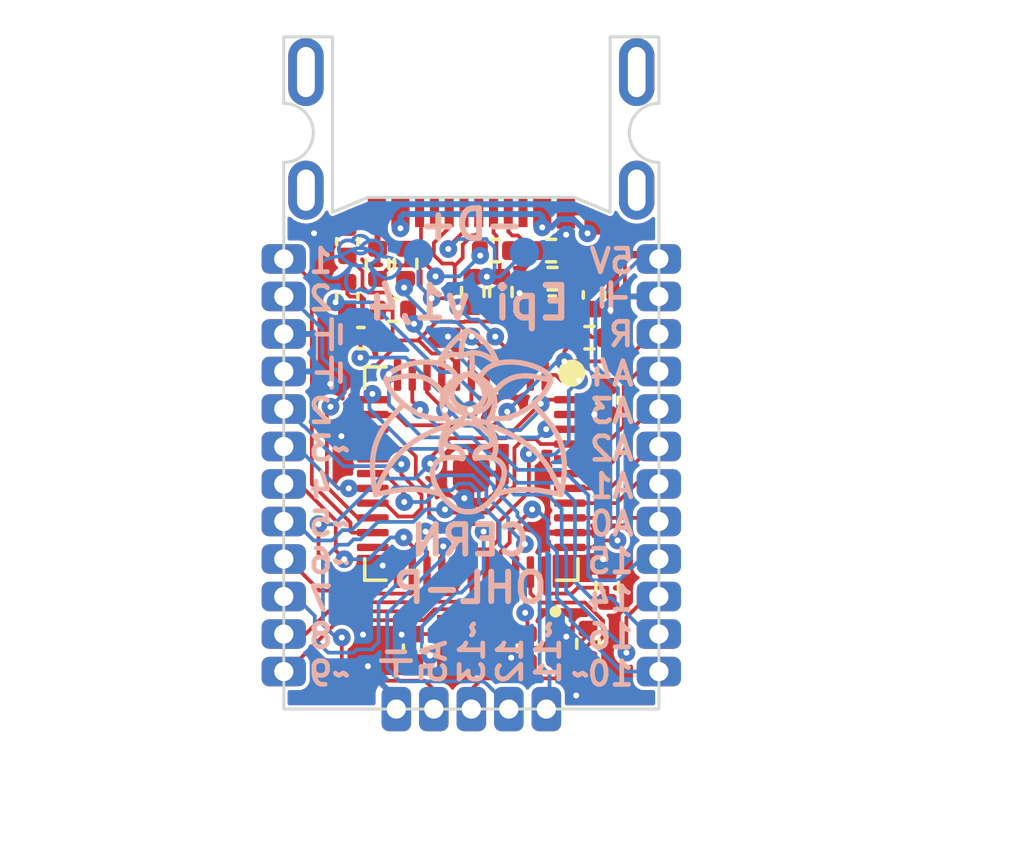
<source format=kicad_pcb>
(kicad_pcb (version 20211014) (generator pcbnew)
  (title_block (title "Epi") (date "2022-10-27") (rev "1,1") (company "Rasmus L."))
  (layers (0 "F.Cu" mixed) (31 "B.Cu" mixed) (34 "B.Paste" user) (35 "F.Paste" user) (36 "B.SilkS" user "B.Silkscreen") (37 "F.SilkS" user "F.Silkscreen") (38 "B.Mask" user) (39 "F.Mask" user) (44 "Edge.Cuts" user))
  (net 0 "")
  (net 1 "+5V")
  (net 2 "GND")
  (net 3 "Net-(C2-Pad2)")
  (net 4 "Net-(C5-Pad2)")
  (net 5 "Net-(C6-Pad2)")
  (net 6 "Net-(C7-Pad1)")
  (net 7 "Net-(C8-Pad2)")
  (net 8 "RST")
  (net 9 "D1{slash}TX")
  (net 10 "D0{slash}RX")
  (net 11 "A4")
  (net 12 "IO11")
  (net 13 "IO12")
  (net 14 "Net-(J4-PadA5)")
  (net 15 "Net-(J4-PadA6)")
  (net 16 "Net-(J4-PadA7)")
  (net 18 "Net-(J4-PadB5)")
  (net 21 "D+")
  (net 22 "D-")
  (net 23 "D7")
  (net 24 "Net-(D2-Pad2)")
  (net 25 "D15{slash}SCK")
  (net 26 "D16{slash}MOSI")
  (net 27 "D14{slash}MISO")
  (net 28 "D3{slash}SCL")
  (net 29 "D2{slash}SDA")
  (net 31 "D4")
  (net 32 "D6")
  (net 33 "IO8")
  (net 34 "IO9")
  (net 35 "IO10")
  (net 36 "D5")
  (net 37 "IO13")
  (net 38 "Net-(R7-Pad1)")
  (net 39 "A0")
  (net 40 "A1")
  (net 41 "A2")
  (net 42 "A3")
  (net 43 "A5")
  (net 44 "Net-(F1-Pad1)")
  (footprint "Capacitor_SMD:C_0402_1005Metric" (layer "F.Cu") (at 100.6 61.6 180)
    (fp_text reference "C8" hide)
    (fp_text value "1µf")
  )
  (footprint "Resistor_SMD:R_0402_1005Metric" (layer "F.Cu") (at 105.34 60.0365 -90)
    (fp_text reference "RV1" hide)
    (fp_text value "ESD protection varistor")
  )
  (footprint "Crystal:Crystal_SMD_2016-4Pin_2.0x1.6mm" (layer "F.Cu") (at 104.33 71.92)
    (fp_text reference "Y1" hide)
    (fp_text value "Crystal_GND24_Small")
  )
  (footprint "Resistor_SMD:R_0402_1005Metric" (layer "F.Cu") (at 105.14 58.6365 180)
    (fp_text reference "R4" hide)
    (fp_text value "5,1kΩ")
  )
  (footprint "Capacitor_SMD:C_0402_1005Metric" (layer "F.Cu") (at 107.08 60.5365)
    (fp_text reference "C1" hide)
    (fp_text value "100nf")
  )
  (footprint "Package_DFN_QFN:QFN-44-1EP_7x7mm_P0.5mm_EP5.2x5.2mm" (layer "F.Cu") (at 104.34 66.1865 -90)
    (fp_text reference "U1" hide)
    (fp_text value "ATmega32U4-M")
  )
  (footprint "LED_SMD:LED_0402_1005Metric" (layer "F.Cu") (at 107.19 71.95 -90)
    (fp_text reference "D2" hide)
    (fp_text value "LED")
  )
  (footprint "Resistor_SMD:R_0402_1005Metric" (layer "F.Cu") (at 104.39 60.0365 -90)
    (fp_text reference "R2" hide)
    (fp_text value "22Ω")
  )
  (footprint "Resistor_SMD:R_0402_1005Metric" (layer "F.Cu") (at 108.34 61.5865 180)
    (fp_text reference "R6" hide)
    (fp_text value "10kΩ")
  )
  (footprint "Resistor_SMD:R_0402_1005Metric" (layer "F.Cu") (at 108.94 70.02 90)
    (fp_text reference "R7" hide)
    (fp_text value "10kΩ")
  )
  (footprint "Resistor_SMD:R_0402_1005Metric" (layer "F.Cu") (at 102.115 59.0865 -90)
    (fp_text reference "R1" hide)
    (fp_text value "22Ω")
  )
  (footprint "" (layer "F.Cu") (at 104.34 66.1865)
    (fp_text reference "")
    (fp_text value "")
  )
  (footprint "Resistor_SMD:R_0402_1005Metric" (layer "F.Cu") (at 101.165 59.0865 90)
    (fp_text reference "RV2" hide)
    (fp_text value "ESD protection varistor")
  )
  (footprint "Resistor_SMD:R_0402_1005Metric" (layer "F.Cu") (at 107.09 59.5865 180)
    (fp_text reference "R3" hide)
    (fp_text value "10kΩ")
  )
  (footprint "Capacitor_SMD:C_0402_1005Metric" (layer "F.Cu") (at 102.4 72.1 -90)
    (fp_text reference "C6" hide)
    (fp_text value "22pf")
  )
  (footprint "Connector_PinHeader_1.27mm:PinHeader_1x12_P1.27mm_Vertical" (layer "F.Cu") (at 97.99 58.92)
    (fp_text reference "J1" hide)
    (fp_text value "Connector 1x12")
  )
  (footprint "Connector_PinHeader_1.27mm:PinHeader_1x05_P1.27mm_Vertical" (layer "F.Cu") (at 106.88 74.16 -90)
    (fp_text reference "J3" hide)
    (fp_text value "Conn_01x05")
  )
  (footprint "Capacitor_SMD:C_0402_1005Metric" (layer "F.Cu") (at 108.49 60.1365 -90)
    (fp_text reference "C4" hide)
    (fp_text value "22pf")
  )
  (footprint "Capacitor_SMD:C_0402_1005Metric" (layer "F.Cu") (at 108.95 63.7065 90)
    (fp_text reference "C2" hide)
    (fp_text value "1µf")
  )
  (footprint "Resistor_SMD:R_0402_1005Metric" (layer "F.Cu") (at 101.69 60.65)
    (fp_text reference "R9" hide)
    (fp_text value "5,1kΩ")
  )
  (footprint "Resistor_SMD:R_0402_1005Metric" (layer "F.Cu") (at 108.29 71.95 -90)
    (fp_text reference "R8" hide)
    (fp_text value "1kΩ")
  )
  (footprint "USB-C-Connectors-master:USB-C MC-314C-4P16" (layer "F.Cu") (at 104.34 53.3415 180)
    (fp_text reference "J4" hide)
    (fp_text value "USB-C 2.0 mid-mount female connector")
  )
  (footprint "Capacitor_SMD:C_0402_1005Metric" (layer "F.Cu") (at 100.14 58.3365 -90)
    (fp_text reference "C3" hide)
    (fp_text value "22pf")
  )
  (footprint "Capacitor_SMD:C_0402_1005Metric" (layer "F.Cu") (at 106.25 72.1 90)
    (fp_text reference "C5" hide)
    (fp_text value "22pf")
  )
  (footprint "Resistor_SMD:R_0402_1005Metric" (layer "F.Cu") (at 107.04 58.6365)
    (fp_text reference "R5" hide)
    (fp_text value "5,1kΩ")
  )
  (footprint "Capacitor_SMD:C_0402_1005Metric" (layer "F.Cu") (at 100.14 60.1865 90)
    (fp_text reference "C7" hide)
    (fp_text value "100nf")
  )
  (footprint "Fuse:Fuse_0402_1005Metric" (layer "F.Cu") (at 108.49 58.2865 -90)
    (fp_text reference "F1" hide)
    (fp_text value "Polyfuse 500mA HC")
  )
  (footprint "Connector_PinHeader_1.27mm:PinHeader_1x12_P1.27mm_Vertical" (layer "F.Cu") (at 110.69 58.92)
    (fp_text reference "J2" hide)
    (fp_text value "Connector 1x12")
  )
  (footprint "TestPoint:TestPoint_Pad_D1.0mm" (layer "B.Cu") (at 106.135 58.7 180)
    (fp_text reference "TP2" hide)
    (fp_text value "TestPoint")
  )
  (footprint "TestPoint:TestPoint_Pad_D1.0mm" (layer "B.Cu") (at 102.545 58.75 180)
    (fp_text reference "TP1" hide)
    (fp_text value "TestPoint")
  )
  (gr_line (start 100.716413 58.711954) (end 100.733195 58.704362) (layer "B.Cu") (width 0.12))
  (gr_line (start 101.14084 58.942868) (end 101.118558 58.963055) (layer "B.Cu") (width 0.12))
  (gr_line (start 101.848454 58.995691) (end 101.868083 59.01302) (layer "B.Cu") (width 0.12))
  (gr_line (start 101.320961 58.603655) (end 101.318003 58.632141) (layer "B.Cu") (width 0.12))
  (gr_line (start 99.928481 58.819601) (end 99.928481 58.819601) (layer "B.Cu") (width 0.12))
  (gr_line (start 101.056817 58.294314) (end 101.082034 58.298932) (layer "B.Cu") (width 0.12))
  (gr_line (start 100.146212 58.680471) (end 100.171009 58.667204) (layer "B.Cu") (width 0.12))
  (gr_line (start 100.83756 58.25584) (end 100.844464 58.266456) (layer "B.Cu") (width 0.12))
  (gr_line (start 101.279745 58.754284) (end 101.263061 58.786629) (layer "B.Cu") (width 0.12))
  (gr_line (start 100.323146 58.59977) (end 100.337961 58.594649) (layer "B.Cu") (width 0.12))
  (gr_line (start 101.263061 58.786629) (end 101.243324 58.819601) (layer "B.Cu") (width 0.12))
  (gr_line (start 101.048804 59.016342) (end 101.024705 59.031987) (layer "B.Cu") (width 0.12))
  (gr_line (start 100.365185 59.127814) (end 100.399683 59.135489) (layer "B.Cu") (width 0.12))
  (gr_line (start 100.489498 59.149921) (end 100.508192 59.151834) (layer "B.Cu") (width 0.12))
  (gr_line (start 101.848527 59.384123) (end 101.809442 59.427273) (layer "B.Cu") (width 0.12))
  (gr_line (start 100.431876 60.012204) (end 100.462835 60.002268) (layer "B.Cu") (width 0.12))
  (gr_line (start 100.873841 59.110066) (end 100.873841 59.110066) (layer "B.Cu") (width 0.12))
  (gr_line (start 99.24072 59.192671) (end 99.246033 59.220888) (layer "B.Cu") (width 0.12))
  (gr_line (start 100.851468 58.321636) (end 100.869505 58.314627) (layer "B.Cu") (width 0.12))
  (gr_line (start 100.799465 60.022396) (end 100.769066 60.018908) (layer "B.Cu") (width 0.12))
  (gr_line (start 99.988059 58.898304) (end 100.009212 58.921315) (layer "B.Cu") (width 0.12))
  (gr_line (start 100.220395 59.250911) (end 100.189111 59.31708) (layer "B.Cu") (width 0.12))
  (gr_line (start 100.896702 58.305748) (end 100.923923 58.298941) (layer "B.Cu") (width 0.12))
  (gr_line (start 101.717908 58.923196) (end 101.77622 58.949534) (layer "B.Cu") (width 0.12))
  (gr_line (start 100.089766 58.298932) (end 100.065242 58.305286) (layer "B.Cu") (width 0.12))
  (gr_line (start 100.585435 58.735772) (end 100.611482 58.734604) (layer "B.Cu") (width 0.12))
  (gr_line (start 100.830416 58.245769) (end 100.83756 58.25584) (layer "B.Cu") (width 0.12))
  (gr_line (start 100.950739 58.642302) (end 100.925478 58.63072) (layer "B.Cu") (width 0.12))
  (gr_line (start 100.314344 58.289399) (end 100.308202 58.301707) (layer "B.Cu") (width 0.12))
  (gr_line (start 100.584704 58.129954) (end 100.563613 58.132019) (layer "B.Cu") (width 0.12))
  (gr_line (start 100.334288 58.614099) (end 100.323176 58.59977) (layer "B.Cu") (width 0.12))
  (gr_line (start 100.900049 58.619753) (end 100.874443 58.609428) (layer "B.Cu") (width 0.12))
  (gr_line (start 100.471068 59.147657) (end 100.489498 59.149921) (layer "B.Cu") (width 0.12))
  (gr_line (start 100.923923 58.298941) (end 100.951067 58.294159) (layer "B.Cu") (width 0.12))
  (gr_line (start 101.428412 59.562931) (end 101.392479 59.553332) (layer "B.Cu") (width 0.12))
  (gr_line (start 101.224134 58.847539) (end 101.204259 58.873743) (layer "B.Cu") (width 0.12))
  (gr_line (start 101.078473 59.699404) (end 101.07686 59.742282) (layer "B.Cu") (width 0.12))
  (gr_line (start 100.807621 58.218679) (end 100.815439 58.227202) (layer "B.Cu") (width 0.12))
  (gr_line (start 99.98027 59.442013) (end 100.040332 59.391443) (layer "B.Cu") (width 0.12))
  (gr_line (start 100.308202 58.301707) (end 100.30233 58.314627) (layer "B.Cu") (width 0.12))
  (gr_line (start 100.689547 58.147407) (end 100.709376 58.154196) (layer "B.Cu") (width 0.12))
  (gr_line (start 99.814707 59.540688) (end 99.849364 59.525292) (layer "B.Cu") (width 0.12))
  (gr_line (start 100.962883 59.976659) (end 100.938858 59.99214) (layer "B.Cu") (width 0.12))
  (gr_line (start 100.698393 58.718582) (end 100.716413 58.711954) (layer "B.Cu") (width 0.12))
  (gr_line (start 100.802808 58.653454) (end 100.814728 58.640984) (layer "B.Cu") (width 0.12))
  (gr_line (start 100.627552 58.134074) (end 100.648576 58.137455) (layer "B.Cu") (width 0.12))
  (gr_line (start 99.51949 58.900011) (end 99.453954 58.923196) (layer "B.Cu") (width 0.12))
  (gr_line (start 101.223053 59.465503) (end 101.191593 59.442013) (layer "B.Cu") (width 0.12))
  (gr_line (start 99.243341 59.116123) (end 99.239471 59.140331) (layer "B.Cu") (width 0.12))
  (gr_line (start 100.341035 60.022683) (end 100.370787 60.022396) (layer "B.Cu") (width 0.12))
  (gr_line (start 101.28856 59.507434) (end 101.255393 59.487407) (layer "B.Cu") (width 0.12))
  (gr_line (start 101.039795 59.883824) (end 101.023826 59.911638) (layer "B.Cu") (width 0.12))
  (gr_line (start 99.266516 59.281625) (end 99.28188 59.31423) (layer "B.Cu") (width 0.12))
  (gr_line (start 100.131233 59.883824) (end 100.147116 59.911638) (layer "B.Cu") (width 0.12))
  (gr_line (start 101.023826 59.911638) (end 101.005558 59.936392) (layer "B.Cu") (width 0.12))
  (gr_line (start 100.74886 58.695849) (end 100.763532 58.686459) (layer "B.Cu") (width 0.12))
  (gr_line (start 101.250205 58.394308) (end 101.265491 58.412811) (layer "B.Cu") (width 0.12))
  (gr_line (start 100.434649 58.38526) (end 100.415424 58.37212) (layer "B.Cu") (width 0.12))
  (gr_line (start 100.453677 58.399401) (end 100.434649 58.38526) (layer "B.Cu") (width 0.12))
  (gr_line (start 100.040332 59.391443) (end 100.096225 59.338032) (layer "B.Cu") (width 0.12))
  (gr_line (start 100.257232 60.004498) (end 100.284068 60.013719) (layer "B.Cu") (width 0.12))
  (gr_line (start 100.662245 58.447756) (end 100.680122 58.430655) (layer "B.Cu") (width 0.12))
  (gr_line (start 100.869505 58.314627) (end 100.896702 58.305748) (layer "B.Cu") (width 0.12))
  (gr_line (start 100.950384 59.073857) (end 100.925057 59.086433) (layer "B.Cu") (width 0.12))
  (gr_line (start 100.542689 58.134787) (end 100.521994 58.138377) (layer "B.Cu") (width 0.12))
  (gr_line (start 100.886382 60.013719) (end 100.858313 60.019786) (layer "B.Cu") (width 0.12))
  (gr_line (start 100.584718 58.129954) (end 100.606246 58.13161) (layer "B.Cu") (width 0.12))
  (gr_line (start 99.928481 58.819601) (end 99.976155 58.786109) (layer "B.Cu") (width 0.12))
  (gr_line (start 101.652372 58.900011) (end 101.717908 58.923196) (layer "B.Cu") (width 0.12))
  (gr_line (start 100.765527 58.183127) (end 100.774322 58.189342) (layer "B.Cu") (width 0.12))
  (gr_line (start 100.782936 58.19599) (end 100.791362 58.203087) (layer "B.Cu") (width 0.12))
  (gr_line (start 101.07686 59.742282) (end 101.071996 59.782179) (layer "B.Cu") (width 0.12))
  (gr_line (start 99.921596 58.394308) (end 99.906311 58.412811) (layer "B.Cu") (width 0.12))
  (gr_line (start 101.005558 59.936392) (end 100.98518 59.958071) (layer "B.Cu") (width 0.12))
  (gr_line (start 100.272267 59.098472) (end 100.297984 59.110066) (layer "B.Cu") (width 0.12))
  (gr_line (start 101.501893 59.571829) (end 101.464901 59.569194) (layer "B.Cu") (width 0.12))
  (gr_line (start 100.065242 58.305286) (end 100.041513 58.313327) (layer "B.Cu") (width 0.12))
  (gr_line (start 99.996853 58.334278) (end 99.976127 58.347092) (layer "B.Cu") (width 0.12))
  (gr_line (start 101.02558 58.680471) (end 101.000783 58.667204) (layer "B.Cu") (width 0.12))
  (gr_line (start 100.353258 58.589763) (end 100.385067 58.580706) (layer "B.Cu") (width 0.12))
  (gr_line (start 99.892642 58.432616) (end 99.880692 58.453674) (layer "B.Cu") (width 0.12))
  (gr_line (start 100.840458 59.119287) (end 100.806599 59.127814) (layer "B.Cu") (width 0.12))
  (gr_line (start 100.815439 58.227202) (end 100.82304 58.236227) (layer "B.Cu") (width 0.12))
  (gr_line (start 100.851121 58.277628) (end 100.857524 58.289372) (layer "B.Cu") (width 0.12))
  (gr_line (start 100.418102 58.572624) (end 100.45189 58.565544) (layer "B.Cu") (width 0.12))
  (gr_line (start 100.617341 58.550572) (end 100.585185 58.547757) (layer "B.Cu") (width 0.12))
  (gr_line (start 100.837546 58.614099) (end 100.848687 58.59977) (layer "B.Cu") (width 0.12))
  (gr_line (start 100.786508 58.580706) (end 100.753241 58.572624) (layer "B.Cu") (width 0.12))
  (gr_line (start 101.215194 58.3614) (end 101.233405 58.377155) (layer "B.Cu") (width 0.12))
  (gr_line (start 100.585165 58.547757) (end 100.585164 58.547757) (layer "B.Cu") (width 0.12))
  (gr_line (start 99.63253 59.570543) (end 99.66997 59.571829) (layer "B.Cu") (width 0.12))
  (gr_line (start 99.870564 58.475938) (end 99.86236 58.49936) (layer "B.Cu") (width 0.12))
  (gr_line (start 100.858313 60.019786) (end 100.829277 60.022683) (layer "B.Cu") (width 0.12))
  (gr_line (start 100.585165 58.547757) (end 100.585165 58.547757) (layer "B.Cu") (width 0.12))
  (gr_line (start 100.380415 58.203665) (end 100.372207 58.211146) (layer "B.Cu") (width 0.12))
  (gr_line (start 101.577169 59.565046) (end 101.539334 59.570543) (layer "B.Cu") (width 0.12))
  (gr_line (start 101.539334 59.570543) (end 101.501893 59.571829) (layer "B.Cu") (width 0.12))
  (gr_line (start 101.130288 58.313327) (end 101.153119 58.323007) (layer "B.Cu") (width 0.12))
  (gr_line (start 100.380912 58.665219) (end 100.368664 58.653454) (layer "B.Cu") (width 0.12))
  (gr_line (start 99.345326 58.979363) (end 99.323409 58.995691) (layer "B.Cu") (width 0.12))
  (gr_line (start 100.635679 58.732259) (end 100.658149 58.728778) (layer "B.Cu") (width 0.12))
  (gr_line (start 100.356395 58.227551) (end 100.348806 58.236506) (layer "B.Cu") (width 0.12))
  (gr_line (start 99.250079 59.093167) (end 99.243341 59.116123) (layer "B.Cu") (width 0.12))
  (gr_line (start 100.833824 58.594649) (end 100.818481 58.589763) (layer "B.Cu") (width 0.12))
  (gr_line (start 100.415424 58.37212) (end 100.396116 58.359986) (layer "B.Cu") (width 0.12))
  (gr_line (start 100.147515 59.284115) (end 100.298022 59.110066) (layer "B.Cu") (width 0.12))
  (gr_line (start 100.874443 58.609428) (end 100.848653 58.59977) (layer "B.Cu") (width 0.12))
  (gr_line (start 100.832915 58.329683) (end 100.851468 58.321636) (layer "B.Cu") (width 0.12))
  (gr_line (start 100.519846 58.554493) (end 100.55307 58.550572) (layer "B.Cu") (width 0.12))
  (gr_line (start 100.185591 59.958071) (end 100.207804 59.976659) (layer "B.Cu") (width 0.12))
  (gr_line (start 100.863666 58.3017) (end 100.869538 58.314627) (layer "B.Cu") (width 0.12))
  (gr_line (start 101.00919 59.380393) (end 101.031089 59.440833) (layer "B.Cu") (width 0.12))
  (gr_line (start 100.719186 58.565544) (end 100.684847 58.559492) (layer "B.Cu") (width 0.12))
  (gr_line (start 100.559113 58.734604) (end 100.534745 58.732259) (layer "B.Cu") (width 0.12))
  (gr_line (start 100.348806 58.236506) (end 100.341439 58.245982) (layer "B.Cu") (width 0.12))
  (gr_line (start 100.777332 58.676235) (end 100.790383 58.665219) (layer "B.Cu") (width 0.12))
  (gr_line (start 101.905346 59.281625) (end 101.889982 59.31423) (layer "B.Cu") (width 0.12))
  (gr_line (start 101.464901 59.569194) (end 101.428412 59.562931) (layer "B.Cu") (width 0.12))
  (gr_line (start 100.571804 58.525845) (end 100.557338 58.504883) (layer "B.Cu") (width 0.12))
  (gr_line (start 100.368664 58.653454) (end 100.356899 58.640984) (layer "B.Cu") (width 0.12))
  (gr_line (start 100.663594 59.151834) (end 100.644623 59.153376) (layer "B.Cu") (width 0.12))
  (gr_line (start 99.36242 59.427273) (end 99.401489 59.464169) (layer "B.Cu") (width 0.12))
  (gr_line (start 101.420141 58.846012) (end 101.502716 58.861757) (layer "B.Cu") (width 0.12))
  (gr_line (start 99.850323 58.576086) (end 99.850843 58.603655) (layer "B.Cu") (width 0.12))
  (gr_line (start 99.594694 59.565046) (end 99.63253 59.570543) (layer "B.Cu") (width 0.12))
  (gr_line (start 101.92583 59.220888) (end 101.917263 59.250525) (layer "B.Cu") (width 0.12))
  (gr_line (start 100.096225 59.338032) (end 100.147515 59.284115) (layer "B.Cu") (width 0.12))
  (gr_line (start 100.171542 59.046726) (end 100.196327 59.060652) (layer "B.Cu") (width 0.12))
  (gr_line (start 99.28188 59.31423) (end 99.300787 59.348382) (layer "B.Cu") (width 0.12))
  (gr_line (start 100.799593 58.210645) (end 100.807621 58.218679) (layer "B.Cu") (width 0.12))
  (gr_line (start 100.527163 59.153376) (end 100.546428 59.154528) (layer "B.Cu") (width 0.12))
  (gr_line (start 99.254599 59.250525) (end 99.266516 59.281625) (layer "B.Cu") (width 0.12))
  (gr_line (start 101.90009 59.050842) (end 101.912274 59.07142) (layer "B.Cu") (width 0.12))
  (gr_line (start 101.000245 59.046726) (end 100.975458 59.060652) (layer "B.Cu") (width 0.12))
  (gr_line (start 100.094499 59.742282) (end 100.099284 59.782179) (layer "B.Cu") (width 0.12))
  (gr_line (start 100.873797 59.110066) (end 100.873797 59.110066) (layer "B.Cu") (width 0.12))
  (gr_line (start 100.806599 59.127814) (end 100.772101 59.135489) (layer "B.Cu") (width 0.12))
  (gr_line (start 99.300787 59.348382) (end 99.323335 59.384123) (layer "B.Cu") (width 0.12))
  (gr_line (start 100.747424 58.171946) (end 100.765527 58.183127) (layer "B.Cu") (width 0.12))
  (gr_line (start 101.06407 59.819079) (end 101.053273 59.852966) (layer "B.Cu") (width 0.12))
  (gr_line (start 100.442761 58.16337) (end 100.424152 58.172878) (layer "B.Cu") (width 0.12))
  (gr_line (start 101.580384 58.879644) (end 101.652372 58.900011) (layer "B.Cu") (width 0.12))
  (gr_line (start 99.976155 58.786109) (end 100.024186 58.753911) (layer "B.Cu") (width 0.12))
  (gr_line (start 100.122983 59.016342) (end 100.147081 59.031987) (layer "B.Cu") (width 0.12))
  (gr_line (start 101.031009 58.291479) (end 101.056817 58.294314) (layer "B.Cu") (width 0.12))
  (gr_line (start 101.770373 59.464169) (end 101.731375 59.495102) (layer "B.Cu") (width 0.12))
  (gr_line (start 100.256636 59.181901) (end 100.220395 59.250911) (layer "B.Cu") (width 0.12))
  (gr_line (start 100.521994 58.138377) (end 100.501592 58.14291) (layer "B.Cu") (width 0.12))
  (gr_line (start 100.147116 59.911638) (end 100.165298 59.936392) (layer "B.Cu") (width 0.12))
  (gr_line (start 100.684847 58.559492) (end 100.65073 58.554493) (layer "B.Cu") (width 0.12))
  (gr_line (start 100.490685 58.430655) (end 100.472393 58.414534) (layer "B.Cu") (width 0.12))
  (gr_line (start 101.050237 58.694247) (end 101.02558 58.680471) (layer "B.Cu") (width 0.12))
  (gr_line (start 100.512185 58.728778) (end 100.491302 58.724205) (layer "B.Cu") (width 0.12))
  (gr_line (start 100.167089 58.290477) (end 100.140792 58.291479) (layer "B.Cu") (width 0.12))
  (gr_line (start 100.982706 59.31708) (end 101.00919 59.380393) (layer "B.Cu") (width 0.12))
  (gr_line (start 99.369437 58.963991) (end 99.345326 58.979363) (layer "B.Cu") (width 0.12))
  (gr_line (start 99.859299 58.661495) (end 99.867439 58.691669) (layer "B.Cu") (width 0.12))
  (gr_line (start 100.605788 59.155271) (end 100.585895 59.155584) (layer "B.Cu") (width 0.12))
  (gr_line (start 100.857524 58.289372) (end 100.863666 58.3017) (layer "B.Cu") (width 0.12))
  (gr_line (start 100.396116 58.359986) (end 100.376838 58.348864) (layer "B.Cu") (width 0.12))
  (gr_line (start 100.736562 58.38526) (end 100.755918 58.37212) (layer "B.Cu") (width 0.12))
  (gr_line (start 100.370787 60.022396) (end 100.40113 60.018908) (layer "B.Cu") (width 0.12))
  (gr_line (start 101.204259 58.873743) (end 101.183727 58.898304) (layer "B.Cu") (width 0.12))
  (gr_line (start 99.246033 59.220888) (end 99.254599 59.250525) (layer "B.Cu") (width 0.12))
  (gr_line (start 100.698546 58.414534) (end 100.717398 58.399401) (layer "B.Cu") (width 0.12))
  (gr_line (start 101.243358 58.819601) (end 101.333431 58.832072) (layer "B.Cu") (width 0.12))
  (gr_line (start 101.131531 59.391443) (end 101.075639 59.338032) (layer "B.Cu") (width 0.12))
  (gr_line (start 101.183727 58.898304) (end 101.162575 58.921315) (layer "B.Cu") (width 0.12))
  (gr_line (start 99.852137 58.549482) (end 99.850323 58.576086) (layer "B.Cu") (width 0.12))
  (gr_line (start 101.322499 59.525292) (end 101.28856 59.507434) (layer "B.Cu") (width 0.12))
  (gr_line (start 100.873797 59.110066) (end 100.840458 59.119287) (layer "B.Cu") (width 0.12))
  (gr_line (start 100.024186 58.753911) (end 100.072634 58.72322) (layer "B.Cu") (width 0.12))
  (gr_line (start 100.121555 58.694247) (end 100.146212 58.680471) (layer "B.Cu") (width 0.12))
  (gr_line (start 100.899516 59.098472) (end 100.873797 59.110066) (layer "B.Cu") (width 0.12))
  (gr_line (start 100.406149 58.183929) (end 100.397393 58.190071) (layer "B.Cu") (width 0.12))
  (gr_line (start 100.951447 59.250911) (end 100.982706 59.31708) (layer "B.Cu") (width 0.12))
  (gr_line (start 100.813966 58.338761) (end 100.832915 58.329683) (layer "B.Cu") (width 0.12))
  (gr_line (start 99.323409 58.995691) (end 99.303779 59.01302) (layer "B.Cu") (width 0.12))
  (gr_line (start 100.772101 59.135489) (end 100.736847 59.142157) (layer "B.Cu") (width 0.12))
  (gr_line (start 100.755918 58.37212) (end 100.77535 58.359986) (layer "B.Cu") (width 0.12))
  (gr_line (start 100.707271 60.002268) (end 100.676257 59.989085) (layer "B.Cu") (width 0.12))
  (gr_line (start 99.86236 58.49936) (end 99.856184 58.52389) (layer "B.Cu") (width 0.12))
  (gr_line (start 101.004712 58.290477) (end 101.031009 58.291479) (layer "B.Cu") (width 0.12))
  (gr_line (start 100.925057 59.086433) (end 100.899516 59.098472) (layer "B.Cu") (width 0.12))
  (gr_line (start 100.2751 58.305748) (end 100.247878 58.298941) (layer "B.Cu") (width 0.12))
  (gr_line (start 100.676257 59.989085) (end 100.645417 59.972639) (layer "B.Cu") (width 0.12))
  (gr_line (start 100.030947 58.942868) (end 100.053229 58.963055) (layer "B.Cu") (width 0.12))
  (gr_line (start 99.743451 59.562931) (end 99.779384 59.553332) (layer "B.Cu") (width 0.12))
  (gr_line (start 101.77622 58.949534) (end 101.802426 58.963991) (layer "B.Cu") (width 0.12))
  (gr_line (start 100.709376 58.154196) (end 100.728688 58.162339) (layer "B.Cu") (width 0.12))
  (gr_line (start 100.195954 58.654472) (end 100.221054 58.642302) (layer "B.Cu") (width 0.12))
  (gr_line (start 99.556519 59.555045) (end 99.594694 59.565046) (layer "B.Cu") (width 0.12))
  (gr_line (start 100.117841 59.852966) (end 100.131233 59.883824) (layer "B.Cu") (width 0.12))
  (gr_line (start 100.869505 58.314627) (end 100.869505 58.314627) (layer "B.Cu") (width 0.12))
  (gr_line (start 100.717398 58.399401) (end 100.736562 58.38526) (layer "B.Cu") (width 0.12))
  (gr_line (start 101.195646 58.786109) (end 101.147611 58.753911) (layer "B.Cu") (width 0.12))
  (gr_line (start 101.243324 58.819601) (end 101.195646 58.786109) (layer "B.Cu") (width 0.12))
  (gr_line (start 100.915222 59.181901) (end 100.951447 59.250911) (layer "B.Cu") (width 0.12))
  (gr_line (start 100.614944 59.952914) (end 100.585027 59.929894) (layer "B.Cu") (width 0.12))
  (gr_line (start 100.481543 58.148507) (end 100.461912 58.155287) (layer "B.Cu") (width 0.12))
  (gr_line (start 101.118558 58.963055) (end 101.095767 58.981969) (layer "B.Cu") (width 0.12))
  (gr_line (start 101.076643 59.653559) (end 101.078473 59.699404) (layer "B.Cu") (width 0.12))
  (gr_line (start 100.356899 58.640984) (end 100.345485 58.627851) (layer "B.Cu") (width 0.12))
  (gr_line (start 100.524633 59.972639) (end 100.555091 59.952914) (layer "B.Cu") (width 0.12))
  (gr_line (start 100.679012 58.724205) (end 100.698393 58.718582) (layer "B.Cu") (width 0.12))
  (gr_line (start 100.680122 58.430655) (end 100.698546 58.414534) (layer "B.Cu") (width 0.12))
  (gr_line (start 100.099284 59.782179) (end 100.107128 59.819079) (layer "B.Cu") (width 0.12))
  (gr_line (start 100.645417 59.972639) (end 100.614944 59.952914) (layer "B.Cu") (width 0.12))
  (gr_line (start 101.048593 59.498385) (end 101.061893 59.553034) (layer "B.Cu") (width 0.12))
  (gr_line (start 100.814728 58.640984) (end 100.826267 58.627851) (layer "B.Cu") (width 0.12))
  (gr_line (start 100.951067 58.294159) (end 100.978031 58.291354) (layer "B.Cu") (width 0.12))
  (gr_line (start 100.461912 58.155287) (end 100.442761 58.16337) (layer "B.Cu") (width 0.12))
  (gr_line (start 99.91647 59.487407) (end 99.948811 59.465503) (layer "B.Cu") (width 0.12))
  (gr_line (start 101.885328 59.031389) (end 101.90009 59.050842) (layer "B.Cu") (width 0.12))
  (gr_line (start 101.031089 59.440833) (end 101.048593 59.498385) (layer "B.Cu") (width 0.12))
  (gr_line (start 100.40113 60.018908) (end 100.431876 60.012204) (layer "B.Cu") (width 0.12))
  (gr_line (start 100.585187 58.547757) (end 100.598562 58.525845) (layer "B.Cu") (width 0.12))
  (gr_line (start 99.591478 58.879644) (end 99.51949 58.900011) (layer "B.Cu") (width 0.12))
  (gr_line (start 101.147611 58.753911) (end 101.099161 58.72322) (layer "B.Cu") (width 0.12))
  (gr_line (start 101.615344 59.555045) (end 101.577169 59.565046) (layer "B.Cu") (width 0.12))
  (gr_line (start 101.243315 58.819601) (end 101.224134 58.847539) (layer "B.Cu") (width 0.12))
  (gr_line (start 100.566001 59.155271) (end 100.585896 59.155584) (layer "B.Cu") (width 0.12))
  (gr_line (start 100.147081 59.031987) (end 100.171542 59.046726) (layer "B.Cu") (width 0.12))
  (gr_line (start 100.471962 58.718582) (end 100.454033 58.711954) (layer "B.Cu") (width 0.12))
  (gr_line (start 100.462835 60.002268) (end 100.493817 59.989085) (layer "B.Cu") (width 0.12))
  (gr_line (start 100.19377 58.291354) (end 100.167089 58.290477) (layer "B.Cu") (width 0.12))
  (gr_line (start 99.928504 58.819601) (end 99.838431 58.832072) (layer "B.Cu") (width 0.12))
  (gr_line (start 101.912274 59.07142) (end 101.921783 59.093167) (layer "B.Cu") (width 0.12))
  (gr_line (start 100.297984 59.110066) (end 100.297984 59.110066) (layer "B.Cu") (width 0.12))
  (gr_line (start 100.189111 59.31708) (end 100.162593 59.380393) (layer "B.Cu") (width 0.12))
  (gr_line (start 100.388813 58.196645) (end 100.380415 58.203665) (layer "B.Cu") (width 0.12))
  (gr_line (start 101.802426 58.963991) (end 101.826536 58.979363) (layer "B.Cu") (width 0.12))
  (gr_line (start 100.196327 59.060652) (end 100.221401 59.073857) (layer "B.Cu") (width 0.12))
  (gr_line (start 99.395642 58.949534) (end 99.369437 58.963991) (layer "B.Cu") (width 0.12))
  (gr_line (start 101.392479 59.553332) (end 101.357157 59.540688) (layer "B.Cu") (width 0.12))
  (gr_line (start 100.925478 58.63072) (end 100.900049 58.619753) (layer "B.Cu") (width 0.12))
  (gr_line (start 100.644623 59.153376) (end 100.62536 59.154528) (layer "B.Cu") (width 0.12))
  (gr_line (start 99.323335 59.384123) (end 99.36242 59.427273) (layer "B.Cu") (width 0.12))
  (gr_line (start 100.77535 58.359986) (end 100.794738 58.348864) (layer "B.Cu") (width 0.12))
  (gr_line (start 100.018682 58.323007) (end 99.996853 58.334278) (layer "B.Cu") (width 0.12))
  (gr_line (start 100.54188 58.484877) (end 100.525542 58.465832) (layer "B.Cu") (width 0.12))
  (gr_line (start 100.848653 58.59977) (end 100.848653 58.59977) (layer "B.Cu") (width 0.12))
  (gr_line (start 101.848527 59.384123) (end 101.848527 59.384123) (layer "B.Cu") (width 0.12))
  (gr_line (start 99.853801 58.632141) (end 99.859299 58.661495) (layer "B.Cu") (width 0.12))
  (gr_line (start 100.472393 58.414534) (end 100.453677 58.399401) (layer "B.Cu") (width 0.12))
  (gr_line (start 99.867439 58.691669) (end 99.878325 58.722614) (layer "B.Cu") (width 0.12))
  (gr_line (start 101.293479 58.722614) (end 101.279745 58.754284) (layer "B.Cu") (width 0.12))
  (gr_line (start 101.174948 58.334278) (end 101.195674 58.347092) (layer "B.Cu") (width 0.12))
  (gr_line (start 99.238565 59.165833) (end 99.24072 59.192671) (layer "B.Cu") (width 0.12))
  (gr_line (start 100.98518 59.958071) (end 100.962883 59.976659) (layer "B.Cu") (width 0.12))
  (gr_line (start 101.053273 59.852966) (end 101.039795 59.883824) (layer "B.Cu") (width 0.12))
  (gr_line (start 101.301239 58.475938) (end 101.309442 58.49936) (layer "B.Cu") (width 0.12))
  (gr_line (start 101.099161 58.72322) (end 101.050237 58.694247) (layer "B.Cu") (width 0.12))
  (gr_line (start 99.878325 58.722614) (end 99.892059 58.754284) (layer "B.Cu") (width 0.12))
  (gr_line (start 100.938858 59.99214) (end 100.913294 60.004498) (layer "B.Cu") (width 0.12))
  (gr_line (start 101.191593 59.442013) (end 101.131531 59.391443) (layer "B.Cu") (width 0.12))
  (gr_line (start 100.873841 59.110066) (end 100.915222 59.181901) (layer "B.Cu") (width 0.12))
  (gr_line (start 100.337961 58.594649) (end 100.353258 58.589763) (layer "B.Cu") (width 0.12))
  (gr_line (start 99.948811 59.465503) (end 99.98027 59.442013) (layer "B.Cu") (width 0.12))
  (gr_line (start 100.393775 58.676235) (end 100.380912 58.665219) (layer "B.Cu") (width 0.12))
  (gr_line (start 100.844464 58.266456) (end 100.851121 58.277628) (layer "B.Cu") (width 0.12))
  (gr_line (start 100.331325 59.119287) (end 100.365185 59.127814) (layer "B.Cu") (width 0.12))
  (gr_line (start 100.247878 58.298941) (end 100.220734 58.294159) (layer "B.Cu") (width 0.12))
  (gr_line (start 100.140653 59.440833) (end 100.123099 59.498385) (layer "B.Cu") (width 0.12))
  (gr_line (start 100.302297 58.314627) (end 100.2751 58.305748) (layer "B.Cu") (width 0.12))
  (gr_line (start 100.297354 58.609428) (end 100.323146 58.59977) (layer "B.Cu") (width 0.12))
  (gr_line (start 99.669146 58.861757) (end 99.591478 58.879644) (layer "B.Cu") (width 0.12))
  (gr_line (start 100.407386 58.686459) (end 100.393775 58.676235) (layer "B.Cu") (width 0.12))
  (gr_line (start 99.906311 58.412811) (end 99.892642 58.432616) (layer "B.Cu") (width 0.12))
  (gr_line (start 101.243324 58.819601) (end 101.243324 58.819601) (layer "B.Cu") (width 0.12))
  (gr_line (start 100.364198 58.219103) (end 100.356395 58.227551) (layer "B.Cu") (width 0.12))
  (gr_line (start 100.606246 58.13161) (end 100.627552 58.134074) (layer "B.Cu") (width 0.12))
  (gr_line (start 100.312066 60.019786) (end 100.341035 60.022683) (layer "B.Cu") (width 0.12))
  (gr_line (start 100.100395 59.604764) (end 100.094865 59.653559) (layer "B.Cu") (width 0.12))
  (gr_line (start 100.376838 58.348864) (end 100.357703 58.338761) (layer "B.Cu") (width 0.12))
  (gr_line (start 100.534745 58.732259) (end 100.512185 58.728778) (layer "B.Cu") (width 0.12))
  (gr_line (start 100.107128 59.819079) (end 100.117841 59.852966) (layer "B.Cu") (width 0.12))
  (gr_line (start 101.072503 58.9997) (end 101.048804 59.016342) (layer "B.Cu") (width 0.12))
  (gr_line (start 100.323146 58.59977) (end 100.323146 58.59977) (layer "B.Cu") (width 0.12))
  (gr_line (start 101.809442 59.427273) (end 101.770373 59.464169) (layer "B.Cu") (width 0.12))
  (gr_line (start 100.072634 58.72322) (end 100.121555 58.694247) (layer "B.Cu") (width 0.12))
  (gr_line (start 100.298022 59.110066) (end 100.298022 59.110066) (layer "B.Cu") (width 0.12))
  (gr_line (start 100.165298 59.936392) (end 100.185591 59.958071) (layer "B.Cu") (width 0.12))
  (gr_line (start 101.871075 59.348382) (end 101.848527 59.384123) (layer "B.Cu") (width 0.12))
  (gr_line (start 101.889982 59.31423) (end 101.871075 59.348382) (layer "B.Cu") (width 0.12))
  (gr_line (start 100.826267 58.627851) (end 100.837546 58.614099) (layer "B.Cu") (width 0.12))
  (gr_line (start 100.094865 59.653559) (end 100.092963 59.699404) (layer "B.Cu") (width 0.12))
  (gr_line (start 100.221054 58.642302) (end 100.246315 58.63072) (layer "B.Cu") (width 0.12))
  (gr_line (start 101.868083 59.01302) (end 101.885328 59.031389) (layer "B.Cu") (width 0.12))
  (gr_line (start 100.207804 59.976659) (end 100.231747 59.99214) (layer "B.Cu") (width 0.12))
  (gr_line (start 100.585185 58.547757) (end 100.585187 58.547757) (layer "B.Cu") (width 0.12))
  (gr_line (start 100.555091 59.952914) (end 100.585004 59.929894) (layer "B.Cu") (width 0.12))
  (gr_line (start 100.345485 58.627851) (end 100.334288 58.614099) (layer "B.Cu") (width 0.12))
  (gr_line (start 100.297984 59.110066) (end 100.331325 59.119287) (layer "B.Cu") (width 0.12))
  (gr_line (start 99.518056 59.540249) (end 99.556519 59.555045) (layer "B.Cu") (width 0.12))
  (gr_line (start 100.669261 58.141863) (end 100.689547 58.147407) (layer "B.Cu") (width 0.12))
  (gr_line (start 100.82304 58.236227) (end 100.830416 58.245769) (layer "B.Cu") (width 0.12))
  (gr_line (start 101.826536 58.979363) (end 101.848454 58.995691) (layer "B.Cu") (width 0.12))
  (gr_line (start 100.220734 58.294159) (end 100.19377 58.291354) (layer "B.Cu") (width 0.12))
  (gr_line (start 100.162593 59.380393) (end 100.140653 59.440833) (layer "B.Cu") (width 0.12))
  (gr_line (start 100.385067 58.580706) (end 100.418102 58.572624) (layer "B.Cu") (width 0.12))
  (gr_line (start 99.440488 59.495102) (end 99.479361 59.520365) (layer "B.Cu") (width 0.12))
  (gr_line (start 101.932392 59.140331) (end 101.933297 59.165833) (layer "B.Cu") (width 0.12))
  (gr_line (start 99.286535 59.031389) (end 99.271773 59.050842) (layer "B.Cu") (width 0.12))
  (gr_line (start 100.611482 58.734604) (end 100.635679 58.732259) (layer "B.Cu") (width 0.12))
  (gr_line (start 101.265491 58.412811) (end 101.27916 58.432616) (layer "B.Cu") (width 0.12))
  (gr_line (start 101.255393 59.487407) (end 101.223053 59.465503) (layer "B.Cu") (width 0.12))
  (gr_line (start 101.29111 58.453674) (end 101.301239 58.475938) (layer "B.Cu") (width 0.12))
  (gr_line (start 99.401489 59.464169) (end 99.440488 59.495102) (layer "B.Cu") (width 0.12))
  (gr_line (start 100.493817 59.989085) (end 100.524633 59.972639) (layer "B.Cu") (width 0.12))
  (gr_line (start 101.000783 58.667204) (end 100.975838 58.654472) (layer "B.Cu") (width 0.12))
  (gr_line (start 100.485962 58.559492) (end 100.519846 58.554493) (layer "B.Cu") (width 0.12))
  (gr_line (start 101.07118 59.604764) (end 101.076643 59.653559) (layer "B.Cu") (width 0.12))
  (gr_line (start 100.491302 58.724205) (end 100.471962 58.718582) (layer "B.Cu") (width 0.12))
  (gr_line (start 100.794738 58.348864) (end 100.813966 58.338761) (layer "B.Cu") (width 0.12))
  (gr_line (start 100.092963 59.699404) (end 100.094499 59.742282) (layer "B.Cu") (width 0.12))
  (gr_line (start 101.106559 58.305286) (end 101.130288 58.313327) (layer "B.Cu") (width 0.12))
  (gr_line (start 101.024705 59.031987) (end 101.000245 59.046726) (layer "B.Cu") (width 0.12))
  (gr_line (start 100.320319 58.321636) (end 100.302297 58.314627) (layer "B.Cu") (width 0.12))
  (gr_line (start 99.271773 59.050842) (end 99.259589 59.07142) (layer "B.Cu") (width 0.12))
  (gr_line (start 99.66997 59.571829) (end 99.706962 59.569194) (layer "B.Cu") (width 0.12))
  (gr_line (start 101.357157 59.540688) (end 101.322499 59.525292) (layer "B.Cu") (width 0.12))
  (gr_line (start 99.850843 58.603655) (end 99.853801 58.632141) (layer "B.Cu") (width 0.12))
  (gr_line (start 100.009212 58.921315) (end 100.030947 58.942868) (layer "B.Cu") (width 0.12))
  (gr_line (start 100.109743 59.553034) (end 100.100395 59.604764) (layer "B.Cu") (width 0.12))
  (gr_line (start 100.818481 58.589763) (end 100.786508 58.580706) (layer "B.Cu") (width 0.12))
  (gr_line (start 100.338826 58.329683) (end 100.320319 58.321636) (layer "B.Cu") (width 0.12))
  (gr_line (start 100.913294 60.004498) (end 100.886382 60.013719) (layer "B.Cu") (width 0.12))
  (gr_line (start 100.557338 58.504883) (end 100.54188 58.484877) (layer "B.Cu") (width 0.12))
  (gr_line (start 100.975458 59.060652) (end 100.950384 59.073857) (layer "B.Cu") (width 0.12))
  (gr_line (start 100.648576 58.137455) (end 100.669261 58.141863) (layer "B.Cu") (width 0.12))
  (gr_line (start 100.454033 58.711954) (end 100.437382 58.704362) (layer "B.Cu") (width 0.12))
  (gr_line (start 99.259589 59.07142) (end 99.250079 59.093167) (layer "B.Cu") (width 0.12))
  (gr_line (start 101.333431 58.832072) (end 101.420141 58.846012) (layer "B.Cu") (width 0.12))
  (gr_line (start 100.763532 58.686459) (end 100.777332 58.676235) (layer "B.Cu") (width 0.12))
  (gr_line (start 100.585185 58.547757) (end 100.585185 58.547757) (layer "B.Cu") (width 0.12))
  (gr_line (start 101.27916 58.432616) (end 101.29111 58.453674) (layer "B.Cu") (width 0.12))
  (gr_line (start 100.041513 58.313327) (end 100.018682 58.323007) (layer "B.Cu") (width 0.12))
  (gr_line (start 100.07602 58.981969) (end 100.099283 58.9997) (layer "B.Cu") (width 0.12))
  (gr_line (start 101.933297 59.165833) (end 101.931142 59.192671) (layer "B.Cu") (width 0.12))
  (gr_line (start 101.082034 58.298932) (end 101.106559 58.305286) (layer "B.Cu") (width 0.12))
  (gr_line (start 100.848653 58.59977) (end 100.833824 58.594649) (layer "B.Cu") (width 0.12))
  (gr_line (start 100.334301 58.255994) (end 100.327401 58.266558) (layer "B.Cu") (width 0.12))
  (gr_line (start 100.372207 58.211146) (end 100.364198 58.219103) (layer "B.Cu") (width 0.12))
  (gr_line (start 101.917263 59.250525) (end 101.905346 59.281625) (layer "B.Cu") (width 0.12))
  (gr_line (start 100.753241 58.572624) (end 100.719186 58.565544) (layer "B.Cu") (width 0.12))
  (gr_line (start 100.598562 58.525845) (end 100.613073 58.504883) (layer "B.Cu") (width 0.12))
  (gr_line (start 100.421878 58.695849) (end 100.407386 58.686459) (layer "B.Cu") (width 0.12))
  (gr_line (start 100.585423 58.735772) (end 100.559113 58.734604) (layer "B.Cu") (width 0.12))
  (gr_line (start 99.479361 59.520365) (end 99.518056 59.540249) (layer "B.Cu") (width 0.12))
  (gr_line (start 101.024348 59.284115) (end 100.873841 59.110066) (layer "B.Cu") (width 0.12))
  (gr_line (start 100.728688 58.162339) (end 100.747424 58.171946) (layer "B.Cu") (width 0.12))
  (gr_line (start 99.967527 58.873743) (end 99.988059 58.898304) (layer "B.Cu") (width 0.12))
  (gr_line (start 100.45189 58.565544) (end 100.485962 58.559492) (layer "B.Cu") (width 0.12))
  (gr_line (start 101.502716 58.861757) (end 101.580384 58.879644) (layer "B.Cu") (width 0.12))
  (gr_line (start 100.62536 59.154528) (end 100.605788 59.155271) (layer "B.Cu") (width 0.12))
  (gr_line (start 100.327401 58.266558) (end 100.320746 58.277688) (layer "B.Cu") (width 0.12))
  (gr_line (start 99.706962 59.569194) (end 99.743451 59.562931) (layer "B.Cu") (width 0.12))
  (gr_line (start 100.55307 58.550572) (end 100.585165 58.547757) (layer "B.Cu") (width 0.12))
  (gr_line (start 100.774322 58.189342) (end 100.782936 58.19599) (layer "B.Cu") (width 0.12))
  (gr_line (start 100.341439 58.245982) (end 100.334301 58.255994) (layer "B.Cu") (width 0.12))
  (gr_line (start 100.563613 58.132019) (end 100.542689 58.134787) (layer "B.Cu") (width 0.12))
  (gr_line (start 100.399683 59.135489) (end 100.434938 59.142157) (layer "B.Cu") (width 0.12))
  (gr_line (start 101.692501 59.520365) (end 101.653807 59.540249) (layer "B.Cu") (width 0.12))
  (gr_line (start 99.849364 59.525292) (end 99.883304 59.507434) (layer "B.Cu") (width 0.12))
  (gr_line (start 99.976127 58.347092) (end 99.956607 58.3614) (layer "B.Cu") (width 0.12))
  (gr_line (start 100.645032 58.465832) (end 100.662245 58.447756) (layer "B.Cu") (width 0.12))
  (gr_line (start 100.736847 59.142157) (end 100.700717 59.147657) (layer "B.Cu") (width 0.12))
  (gr_line (start 100.397393 58.190071) (end 100.388813 58.196645) (layer "B.Cu") (width 0.12))
  (gr_line (start 100.053229 58.963055) (end 100.07602 58.981969) (layer "B.Cu") (width 0.12))
  (gr_line (start 100.700717 59.147657) (end 100.682287 59.149921) (layer "B.Cu") (width 0.12))
  (gr_line (start 100.738271 60.012204) (end 100.707271 60.002268) (layer "B.Cu") (width 0.12))
  (gr_line (start 100.508192 59.151834) (end 100.527163 59.153376) (layer "B.Cu") (width 0.12))
  (gr_line (start 101.195674 58.347092) (end 101.215194 58.3614) (layer "B.Cu") (width 0.12))
  (gr_line (start 99.938396 58.377155) (end 99.921596 58.394308) (layer "B.Cu") (width 0.12))
  (gr_line (start 100.501592 58.14291) (end 100.481543 58.148507) (layer "B.Cu") (width 0.12))
  (gr_line (start 100.140792 58.291479) (end 100.114984 58.294314) (layer "B.Cu") (width 0.12))
  (gr_line (start 100.50844 58.447756) (end 100.490685 58.430655) (layer "B.Cu") (width 0.12))
  (gr_line (start 100.829277 60.022683) (end 100.799465 60.022396) (layer "B.Cu") (width 0.12))
  (gr_line (start 99.303779 59.01302) (end 99.286535 59.031389) (layer "B.Cu") (width 0.12))
  (gr_line (start 100.437382 58.704362) (end 100.421878 58.695849) (layer "B.Cu") (width 0.12))
  (gr_line (start 101.304365 58.691669) (end 101.293479 58.722614) (layer "B.Cu") (width 0.12))
  (gr_line (start 100.790383 58.665219) (end 100.802808 58.653454) (layer "B.Cu") (width 0.12))
  (gr_line (start 101.319666 58.549482) (end 101.321481 58.576086) (layer "B.Cu") (width 0.12))
  (gr_line (start 99.956607 58.3614) (end 99.938396 58.377155) (layer "B.Cu") (width 0.12))
  (gr_line (start 101.931142 59.192671) (end 101.92583 59.220888) (layer "B.Cu") (width 0.12))
  (gr_line (start 100.298022 59.110066) (end 100.256636 59.181901) (layer "B.Cu") (width 0.12))
  (gr_line (start 100.975838 58.654472) (end 100.950739 58.642302) (layer "B.Cu") (width 0.12))
  (gr_line (start 99.947652 58.847539) (end 99.967527 58.873743) (layer "B.Cu") (width 0.12))
  (gr_line (start 100.284068 60.013719) (end 100.312066 60.019786) (layer "B.Cu") (width 0.12))
  (gr_line (start 100.099283 58.9997) (end 100.122983 59.016342) (layer "B.Cu") (width 0.12))
  (gr_line (start 101.653807 59.540249) (end 101.615344 59.555045) (layer "B.Cu") (width 0.12))
  (gr_line (start 100.271747 58.619753) (end 100.297354 58.609428) (layer "B.Cu") (width 0.12))
  (gr_line (start 100.658149 58.728778) (end 100.679012 58.724205) (layer "B.Cu") (width 0.12))
  (gr_line (start 100.613073 58.504883) (end 100.628602 58.484877) (layer "B.Cu") (width 0.12))
  (gr_line (start 101.928521 59.116123) (end 101.932392 59.140331) (layer "B.Cu") (width 0.12))
  (gr_line (start 99.883304 59.507434) (end 99.91647 59.487407) (layer "B.Cu") (width 0.12))
  (gr_line (start 100.302297 58.314627) (end 100.302297 58.314627) (layer "B.Cu") (width 0.12))
  (gr_line (start 100.978031 58.291354) (end 101.004712 58.290477) (layer "B.Cu") (width 0.12))
  (gr_line (start 99.751721 58.846012) (end 99.669146 58.861757) (layer "B.Cu") (width 0.12))
  (gr_line (start 99.453954 58.923196) (end 99.395642 58.949534) (layer "B.Cu") (width 0.12))
  (gr_line (start 101.153119 58.323007) (end 101.174948 58.334278) (layer "B.Cu") (width 0.12))
  (gr_line (start 101.731375 59.495102) (end 101.692501 59.520365) (layer "B.Cu") (width 0.12))
  (gr_line (start 100.320746 58.277688) (end 100.314344 58.289399) (layer "B.Cu") (width 0.12))
  (gr_line (start 100.114984 58.294314) (end 100.089766 58.298932) (layer "B.Cu") (width 0.12))
  (gr_line (start 100.791362 58.203087) (end 100.799593 58.210645) (layer "B.Cu") (width 0.12))
  (gr_line (start 101.318003 58.632141) (end 101.312505 58.661495) (layer "B.Cu") (width 0.12))
  (gr_line (start 101.309442 58.49936) (end 101.315619 58.52389) (layer "B.Cu") (width 0.12))
  (gr_line (start 100.424152 58.172878) (end 100.406149 58.183929) (layer "B.Cu") (width 0.12))
  (gr_line (start 100.246727 59.086433) (end 100.272267 59.098472) (layer "B.Cu") (width 0.12))
  (gr_line (start 100.769066 60.018908) (end 100.738271 60.012204) (layer "B.Cu") (width 0.12))
  (gr_line (start 100.628602 58.484877) (end 100.645032 58.465832) (layer "B.Cu") (width 0.12))
  (gr_line (start 100.546428 59.154528) (end 100.566001 59.155271) (layer "B.Cu") (width 0.12))
  (gr_line (start 101.075639 59.338032) (end 101.024348 59.284115) (layer "B.Cu") (width 0.12))
  (gr_line (start 99.880692 58.453674) (end 99.870564 58.475938) (layer "B.Cu") (width 0.12))
  (gr_line (start 99.92847 58.819601) (end 99.947652 58.847539) (layer "B.Cu") (width 0.12))
  (gr_line (start 100.221401 59.073857) (end 100.246727 59.086433) (layer "B.Cu") (width 0.12))
  (gr_line (start 100.246315 58.63072) (end 100.271747 58.619753) (layer "B.Cu") (width 0.12))
  (gr_line (start 100.65073 58.554493) (end 100.617341 58.550572) (layer "B.Cu") (width 0.12))
  (gr_line (start 99.838431 58.832072) (end 99.751721 58.846012) (layer "B.Cu") (width 0.12))
  (gr_line (start 100.231747 59.99214) (end 100.257232 60.004498) (layer "B.Cu") (width 0.12))
  (gr_line (start 100.585164 58.547757) (end 100.571804 58.525845) (layer "B.Cu") (width 0.12))
  (gr_line (start 99.239471 59.140331) (end 99.238565 59.165833) (layer "B.Cu") (width 0.12))
  (gr_line (start 101.315619 58.52389) (end 101.319666 58.549482) (layer "B.Cu") (width 0.12))
  (gr_line (start 99.856184 58.52389) (end 99.852137 58.549482) (layer "B.Cu") (width 0.12))
  (gr_line (start 100.434938 59.142157) (end 100.471068 59.147657) (layer "B.Cu") (width 0.12))
  (gr_line (start 99.323335 59.384123) (end 99.323335 59.384123) (layer "B.Cu") (width 0.12))
  (gr_line (start 100.682287 59.149921) (end 100.663594 59.151834) (layer "B.Cu") (width 0.12))
  (gr_line (start 99.908744 58.786629) (end 99.928481 58.819601) (layer "B.Cu") (width 0.12))
  (gr_line (start 101.921783 59.093167) (end 101.928521 59.116123) (layer "B.Cu") (width 0.12))
  (gr_line (start 101.312505 58.661495) (end 101.304365 58.691669) (layer "B.Cu") (width 0.12))
  (gr_line (start 99.892059 58.754284) (end 99.908744 58.786629) (layer "B.Cu") (width 0.12))
  (gr_line (start 101.071996 59.782179) (end 101.06407 59.819079) (layer "B.Cu") (width 0.12))
  (gr_line (start 100.733195 58.704362) (end 100.74886 58.695849) (layer "B.Cu") (width 0.12))
  (gr_line (start 101.233405 58.377155) (end 101.250205 58.394308) (layer "B.Cu") (width 0.12))
  (gr_line (start 101.095767 58.981969) (end 101.072503 58.9997) (layer "B.Cu") (width 0.12))
  (gr_line (start 100.171009 58.667204) (end 100.195954 58.654472) (layer "B.Cu") (width 0.12))
  (gr_line (start 99.779384 59.553332) (end 99.814707 59.540688) (layer "B.Cu") (width 0.12))
  (gr_line (start 100.357703 58.338761) (end 100.338826 58.329683) (layer "B.Cu") (width 0.12))
  (gr_line (start 100.123099 59.498385) (end 100.109743 59.553034) (layer "B.Cu") (width 0.12))
  (gr_line (start 101.321481 58.576086) (end 101.320961 58.603655) (layer "B.Cu") (width 0.12))
  (gr_line (start 100.525542 58.465832) (end 100.50844 58.447756) (layer "B.Cu") (width 0.12))
  (gr_line (start 101.162575 58.921315) (end 101.14084 58.942868) (layer "B.Cu") (width 0.12))
  (gr_line (start 101.061893 59.553034) (end 101.07118 59.604764) (layer "B.Cu") (width 0.12))
  (gr_line (start 104.009867 64.109203) (end 103.944286 64.095833) (layer "B.SilkS") (width 0.18))
  (gr_line (start 104.957738 64.326426) (end 104.953222 64.336999) (layer "B.SilkS") (width 0.18))
  (gr_line (start 103.369457 65.58944) (end 103.384657 65.629065) (layer "B.SilkS") (width 0.18))
  (gr_line (start 103.937252 65.660467) (end 103.971264 65.666583) (layer "B.SilkS") (width 0.18))
  (gr_line (start 103.634115 63.108429) (end 103.602116 63.140361) (layer "B.SilkS") (width 0.18))
  (gr_line (start 104.362713 62.264942) (end 104.365767 62.346034) (layer "B.SilkS") (width 0.18))
  (gr_line (start 103.080832 65.911171) (end 103.064803 65.944865) (layer "B.SilkS") (width 0.18))
  (gr_line (start 107.28822 64.963363) (end 107.325071 65.050554) (layer "B.SilkS") (width 0.18))
  (gr_line (start 103.808007 63.818822) (end 103.841414 63.850176) (layer "B.SilkS") (width 0.18))
  (gr_line (start 103.126517 66.833705) (end 103.306407 66.887564) (layer "B.SilkS") (width 0.18))
  (gr_line (start 104.026125 62.203047) (end 104.002648 62.214941) (layer "B.SilkS") (width 0.18))
  (gr_line (start 104.46498 65.636147) (end 104.466959 65.644197) (layer "B.SilkS") (width 0.18))
  (gr_line (start 103.027837 66.217823) (end 103.03283 66.261326) (layer "B.SilkS") (width 0.18))
  (gr_line (start 105.037252 65.092853) (end 105.034753 65.121721) (layer "B.SilkS") (width 0.18))
  (gr_line (start 104.646015 65.64426) (end 104.608249 65.647461) (layer "B.SilkS") (width 0.18))
  (gr_line (start 106.622763 62.928568) (end 106.489375 62.904527) (layer "B.SilkS") (width 0.18))
  (gr_line (start 107.488114 65.888928) (end 107.488936 66.014815) (layer "B.SilkS") (width 0.18))
  (gr_line (start 101.274571 64.798262) (end 101.231977 64.879408) (layer "B.SilkS") (width 0.18))
  (gr_line (start 103.969504 62.201645) (end 104.002648 62.214941) (layer "B.SilkS") (width 0.18))
  (gr_line (start 103.273776 65.721647) (end 103.237285 65.743297) (layer "B.SilkS") (width 0.18))
  (gr_line (start 105.095247 64.014922) (end 105.078557 64.067782) (layer "B.SilkS") (width 0.18))
  (gr_line (start 104.095185 62.171584) (end 104.07239 62.181379) (layer "B.SilkS") (width 0.18))
  (gr_line (start 104.470495 64.109084) (end 104.536077 64.095714) (layer "B.SilkS") (width 0.18))
  (gr_line (start 105.060934 64.792219) (end 105.08682 64.856758) (layer "B.SilkS") (width 0.18))
  (gr_line (start 103.099665 65.879) (end 103.080832 65.911171) (layer "B.SilkS") (width 0.18))
  (gr_line (start 101.468513 64.498096) (end 101.416904 64.56994) (layer "B.SilkS") (width 0.18))
  (gr_line (start 103.5127 64.30557) (end 103.517807 64.316024) (layer "B.SilkS") (width 0.18))
  (gr_line (start 103.306371 66.887472) (end 103.363711 66.959321) (layer "B.SilkS") (width 0.18))
  (gr_line (start 103.573036 63.854894) (end 103.5475 63.811587) (layer "B.SilkS") (width 0.18))
  (gr_line (start 101.447136 63.030923) (end 101.585522 62.992958) (layer "B.SilkS") (width 0.18))
  (gr_line (start 103.973386 65.402758) (end 103.985414 65.418458) (layer "B.SilkS") (width 0.18))
  (gr_line (start 103.466372 63.319044) (end 103.444617 63.35834) (layer "B.SilkS") (width 0.18))
  (gr_line (start 104.025888 61.831851) (end 104.016351 61.890036) (layer "B.SilkS") (width 0.18))
  (gr_line (start 101.099387 66.892965) (end 101.579951 66.799643) (layer "B.SilkS") (width 0.18))
  (gr_line (start 104.932861 63.811469) (end 104.953382 63.766022) (layer "B.SilkS") (width 0.18))
  (gr_line (start 104.943859 67.149014) (end 104.885999 67.203394) (layer "B.SilkS") (width 0.18))
  (gr_line (start 103.702339 63.048648) (end 103.667548 63.077846) (layer "B.SilkS") (width 0.18))
  (gr_line (start 106.905967 63.302804) (end 106.872893 63.355694) (layer "B.SilkS") (width 0.18))
  (gr_line (start 104.240222 62.811343) (end 104.255125 62.813804) (layer "B.SilkS") (width 0.18))
  (gr_line (start 101.099387 66.893039) (end 101.146916 66.759116) (layer "B.SilkS") (width 0.18))
  (gr_line (start 103.401892 65.668869) (end 103.35604 65.684367) (layer "B.SilkS") (width 0.18))
  (gr_line (start 103.341162 64.322814) (end 103.382732 64.316412) (layer "B.SilkS") (width 0.18))
  (gr_line (start 104.962555 64.315914) (end 104.957738 64.326426) (layer "B.SilkS") (width 0.18))
  (gr_line (start 103.636957 65.646975) (end 103.727875 65.646) (layer "B.SilkS") (width 0.18))
  (gr_line (start 101.819998 65.604341) (end 101.968125 65.448942) (layer "B.SilkS") (width 0.18))
  (gr_line (start 104.00889 61.950297) (end 104.003648 62.012777) (layer "B.SilkS") (width 0.18))
  (gr_line (start 104.135604 64.197895) (end 104.143135 64.174101) (layer "B.SilkS") (width 0.18))
  (gr_line (start 105.506996 63.057369) (end 105.451666 63.094978) (layer "B.SilkS") (width 0.18))
  (gr_line (start 104.352558 62.10375) (end 104.352558 62.10375) (layer "B.SilkS") (width 0.18))
  (gr_line (start 104.930978 64.412902) (end 104.929274 64.424042) (layer "B.SilkS") (width 0.18))
  (gr_line (start 104.045669 65.669666) (end 104.041805 65.67376) (layer "B.SilkS") (width 0.18))
  (gr_line (start 106.987305 62.892347) (end 107.013298 62.938602) (layer "B.SilkS") (width 0.18))
  (gr_line (start 104.354037 64.220176) (end 104.344759 64.197774) (layer "B.SilkS") (width 0.18))
  (gr_line (start 104.972134 64.611356) (end 105.003075 64.669402) (layer "B.SilkS") (width 0.18))
  (gr_line (start 104.828003 67.25318) (end 104.76987 67.298283) (layer "B.SilkS") (width 0.18))
  (gr_line (start 105.795445 62.926683) (end 105.736247 62.945648) (layer "B.SilkS") (width 0.18))
  (gr_line (start 103.385087 64.015018) (end 103.401777 64.067877) (layer "B.SilkS") (width 0.18))
  (gr_line (start 104.927091 64.481777) (end 104.92804 64.493836) (layer "B.SilkS") (width 0.18))
  (gr_line (start 104.031315 65.680756) (end 104.028844 65.68173) (layer "B.SilkS") (width 0.18))
  (gr_line (start 103.46304 64.297508) (end 103.501657 64.28493) (layer "B.SilkS") (width 0.18))
  (gr_line (start 103.356229 65.550008) (end 103.369457 65.58944) (layer "B.SilkS") (width 0.18))
  (gr_line (start 103.471536 64.229837) (end 103.501621 64.284829) (layer "B.SilkS") (width 0.18))
  (gr_line (start 104.240204 62.811343) (end 104.240204 62.811343) (layer "B.SilkS") (width 0.18))
  (gr_line (start 103.878626 63.879114) (end 103.919579 63.90547) (layer "B.SilkS") (width 0.18))
  (gr_line (start 104.672355 63.818712) (end 104.638949 63.850066) (layer "B.SilkS") (width 0.18))
  (gr_line (start 104.509591 65.468581) (end 104.499598 65.488832) (layer "B.SilkS") (width 0.18))
  (gr_line (start 104.577456 64.562477) (end 104.622486 64.586404) (layer "B.SilkS") (width 0.18))
  (gr_line (start 104.93839 64.379945) (end 104.935547 64.390855) (layer "B.SilkS") (width 0.18))
  (gr_line (start 104.926623 64.469817) (end 104.927091 64.481777) (layer "B.SilkS") (width 0.18))
  (gr_line (start 104.947129 63.407887) (end 104.923465 63.353857) (layer "B.SilkS") (width 0.18))
  (gr_line (start 107.389028 65.235278) (end 107.415722 65.333277) (layer "B.SilkS") (width 0.18))
  (gr_line (start 102.982542 64.305898) (end 103.075696 64.320947) (layer "B.SilkS") (width 0.18))
  (gr_line (start 105.440093 66.305663) (end 105.430239 66.35096) (layer "B.SilkS") (width 0.18))
  (gr_line (start 105.035415 64.175229) (end 105.008802 64.229744) (layer "B.SilkS") (width 0.18))
  (gr_line (start 104.973048 64.295063) (end 104.967663 64.30546) (layer "B.SilkS") (width 0.18))
  (gr_line (start 104.5414 65.41607) (end 104.530502 65.432256) (layer "B.SilkS") (width 0.18))
  (gr_line (start 104.926593 64.457956) (end 104.84685 64.452762) (layer "B.SilkS") (width 0.18))
  (gr_line (start 103.443121 65.092952) (end 103.445617 65.121821) (layer "B.SilkS") (width 0.18))
  (gr_line (start 106.894855 62.992857) (end 106.757976 62.958392) (layer "B.SilkS") (width 0.18))
  (gr_line (start 105.07847 65.668768) (end 105.07847 65.668768) (layer "B.SilkS") (width 0.18))
  (gr_line (start 105.40468 64.320855) (end 105.313537 64.328895) (layer "B.SilkS") (width 0.18))
  (gr_line (start 104.465983 65.583186) (end 104.464809 65.590554) (layer "B.SilkS") (width 0.18))
  (gr_line (start 104.302197 63.992613) (end 104.240172 64) (layer "B.SilkS") (width 0.18))
  (gr_line (start 103.033155 66.054424) (end 103.027953 66.093549) (layer "B.SilkS") (width 0.18))
  (gr_line (start 103.829502 63.037974) (end 103.897762 62.988886) (layer "B.SilkS") (width 0.18))
  (gr_line (start 101.319727 64.719791) (end 101.274571 64.798262) (layer "B.SilkS") (width 0.18))
  (gr_line (start 105.476992 62.415897) (end 105.579297 62.409012) (layer "B.SilkS") (width 0.18))
  (gr_line (start 104.641421 61.606991) (end 104.72473 61.678359) (layer "B.SilkS") (width 0.18))
  (gr_line (start 107.011859 64.498) (end 107.063468 64.569844) (layer "B.SilkS") (width 0.18))
  (gr_line (start 103.203836 65.766864) (end 103.173388 65.792284) (layer "B.SilkS") (width 0.18))
  (gr_line (start 104.708384 64.030903) (end 104.757297 64.001855) (layer "B.SilkS") (width 0.18))
  (gr_line (start 105.128448 63.664409) (end 105.132102 63.712139) (layer "B.SilkS") (width 0.18))
  (gr_line (start 105.45253 66.217726) (end 105.447537 66.26123) (layer "B.SilkS") (width 0.18))
  (gr_line (start 104.044266 64.504489) (end 103.996325 64.52136) (layer "B.SilkS") (width 0.18))
  (gr_line (start 104.937595 63.208043) (end 104.964821 63.243815) (layer "B.SilkS") (width 0.18))
  (gr_line (start 104.59766 64.078069) (end 104.655134 64.056386) (layer "B.SilkS") (width 0.18))
  (gr_line (start 105.059183 67.026837) (end 105.001587 67.090132) (layer "B.SilkS") (width 0.18))
  (gr_line (start 103.557588 62.192329) (end 103.580831 62.183541) (layer "B.SilkS") (width 0.18))
  (gr_line (start 103.89875 62.922201) (end 103.875991 62.934055) (layer "B.SilkS") (width 0.18))
  (gr_line (start 102.408338 64.085573) (end 102.503449 64.136242) (layer "B.SilkS") (width 0.18))
  (gr_line (start 104.091706 67.471155) (end 104.121299 67.47538) (layer "B.SilkS") (width 0.18))
  (gr_line (start 104.463619 65.626836) (end 104.46498 65.636147) (layer "B.SilkS") (width 0.18))
  (gr_line (start 106.936644 63.249326) (end 106.905967 63.302804) (layer "B.SilkS") (width 0.18))
  (gr_line (start 104.017619 65.473908) (end 104.026935 65.495382) (layer "B.SilkS") (width 0.18))
  (gr_line (start 105.017332 64.297417) (end 104.978714 64.284839) (layer "B.SilkS") (width 0.18))
  (gr_line (start 101.543731 63.249414) (end 101.574409 63.302891) (layer "B.SilkS") (width 0.18))
  (gr_line (start 103.825229 64.056505) (end 103.771979 64.031021) (layer "B.SilkS") (width 0.18))
  (gr_line (start 103.841414 63.850176) (end 103.878626 63.879114) (layer "B.SilkS") (width 0.18))
  (gr_line (start 103.503547 63.5151) (end 103.515487 63.461792) (layer "B.SilkS") (width 0.18))
  (gr_line (start 101.690284 64.225849) (end 101.576743 64.359412) (layer "B.SilkS") (width 0.18))
  (gr_line (start 102.222677 63.96995) (end 102.314587 64.03004) (layer "B.SilkS") (width 0.18))
  (gr_line (start 105.880936 64.181648) (end 105.784551 64.221669) (layer "B.SilkS") (width 0.18))
  (gr_line (start 104.476841 62.100778) (end 104.44638 62.099646) (layer "B.SilkS") (width 0.18))
  (gr_line (start 104.841662 63.934019) (end 104.876888 63.895705) (layer "B.SilkS") (width 0.18))
  (gr_line (start 104.671238 62.858095) (end 104.724205 62.778725) (layer "B.SilkS") (width 0.18))
  (gr_line (start 104.927084 64.446566) (end 104.926621 64.457956) (layer "B.SilkS") (width 0.18))
  (gr_line (start 106.133579 66.718982) (end 105.991209 66.724369) (layer "B.SilkS") (width 0.18))
  (gr_line (start 107.415722 65.333277) (end 107.438618 65.435343) (layer "B.SilkS") (width 0.18))
  (gr_line (start 104.983728 63.61921) (end 104.983061 63.567574) (layer "B.SilkS") (width 0.18))
  (gr_line (start 104.05716 64.31296) (end 104.073705 64.296864) (layer "B.SilkS") (width 0.18))
  (gr_line (start 104.290851 62.1126) (end 104.269911 62.116692) (layer "B.SilkS") (width 0.18))
  (gr_line (start 103.949171 64.540789) (end 103.902986 64.562569) (layer "B.SilkS") (width 0.18))
  (gr_line (start 104.471572 65.558621) (end 104.471572 65.558621) (layer "B.SilkS") (width 0.18))
  (gr_line (start 105.290756 63.233317) (end 105.238878 63.28841) (layer "B.SilkS") (width 0.18))
  (gr_line (start 102.74413 62.945748) (end 102.802593 62.968157) (layer "B.SilkS") (width 0.18))
  (gr_line (start 104.389371 61.43309) (end 104.445167 61.467234) (layer "B.SilkS") (width 0.18))
  (gr_line (start 104.336433 62.852388) (end 104.240204 62.811343) (layer "B.SilkS") (width 0.18))
  (gr_line (start 104.953222 64.336999) (end 104.949017 64.347636) (layer "B.SilkS") (width 0.18))
  (gr_line (start 105.124322 65.684267) (end 105.167015 65.701882) (layer "B.SilkS") (width 0.18))
  (gr_line (start 103.490029 63.280888) (end 103.466372 63.319044) (layer "B.SilkS") (width 0.18))
  (gr_line (start 103.859395 65.318261) (end 103.875015 65.32541) (layer "B.SilkS") (width 0.18))
  (gr_line (start 106.790088 64.225752) (end 106.903629 64.359315) (layer "B.SilkS") (width 0.18))
  (gr_line (start 103.173388 65.792284) (end 103.145904 65.819491) (layer "B.SilkS") (width 0.18))
  (gr_line (start 105.027814 65.149025) (end 105.016252 65.174558) (layer "B.SilkS") (width 0.18))
  (gr_line (start 104.933072 64.40184) (end 104.930978 64.412902) (layer "B.SilkS") (width 0.18))
  (gr_line (start 107.475278 66.283204) (end 107.460386 66.426171) (layer "B.SilkS") (width 0.18))
  (gr_line (start 104.240204 62.811343) (end 104.312343 62.852588) (layer "B.SilkS") (width 0.18))
  (gr_line (start 105.003075 64.669402) (end 105.032847 64.729728) (layer "B.SilkS") (width 0.18))
  (gr_line (start 104.463031 65.616186) (end 104.463218 65.621683) (layer "B.SilkS") (width 0.18))
  (gr_line (start 103.827358 65.306264) (end 103.859395 65.318261) (layer "B.SilkS") (width 0.18))
  (gr_line (start 106.964817 63.19533) (end 106.936644 63.249326) (layer "B.SilkS") (width 0.18))
  (gr_line (start 106.489375 62.904527) (end 106.35797 62.88741) (layer "B.SilkS") (width 0.18))
  (gr_line (start 107.413448 66.73081) (end 107.380989 66.892947) (layer "B.SilkS") (width 0.18))
  (gr_line (start 101.36724 64.643761) (end 101.319727 64.719791) (layer "B.SilkS") (width 0.18))
  (gr_line (start 103.622432 63.246132) (end 103.66453 63.192796) (layer "B.SilkS") (width 0.18))
  (gr_line (start 102.798436 64.861961) (end 102.978882 64.775043) (layer "B.SilkS") (width 0.18))
  (gr_line (start 104.447588 67.458598) (end 104.418068 67.465492) (layer "B.SilkS") (width 0.18))
  (gr_line (start 103.076911 66.443977) (end 103.093762 66.49147) (layer "B.SilkS") (width 0.18))
  (gr_line (start 103.401892 65.668869) (end 103.401892 65.668869) (layer "B.SilkS") (width 0.18))
  (gr_line (start 103.931879 63.029931) (end 103.885621 63.076475) (layer "B.SilkS") (width 0.18))
  (gr_line (start 104.931442 64.518262) (end 104.933927 64.530634) (layer "B.SilkS") (width 0.18))
  (gr_line (start 104.358914 67.475282) (end 104.329279 67.478156) (layer "B.SilkS") (width 0.18))
  (gr_line (start 104.415521 62.099736) (end 104.384252 62.10109) (layer "B.SilkS") (width 0.18))
  (gr_line (start 103.027953 66.093549) (end 103.025359 66.133869) (layer "B.SilkS") (width 0.18))
  (gr_line (start 103.444882 65.062725) (end 103.443121 65.092952) (layer "B.SilkS") (width 0.18))
  (gr_line (start 103.322353 65.133184) (end 103.315226 65.206228) (layer "B.SilkS") (width 0.18))
  (gr_line (start 105.855356 62.911019) (end 105.795445 62.926683) (layer "B.SilkS") (width 0.18))
  (gr_line (start 106.760372 63.510157) (end 106.718791 63.560013) (layer "B.SilkS") (width 0.18))
  (gr_line (start 106.198129 62.47374) (end 106.390583 62.528345) (layer "B.SilkS") (width 0.18))
  (gr_line (start 103.121342 65.848418) (end 103.099665 65.879) (layer "B.SilkS") (width 0.18))
  (gr_line (start 103.423379 64.30799) (end 103.46304 64.297508) (layer "B.SilkS") (width 0.18))
  (gr_line (start 104.248779 62.121375) (end 104.227451 62.126657) (layer "B.SilkS") (width 0.18))
  (gr_line (start 104.039455 64.327924) (end 104.05716 64.31296) (layer "B.SilkS") (width 0.18))
  (gr_line (start 105.977241 62.889022) (end 105.915961 62.898513) (layer "B.SilkS") (width 0.18))
  (gr_line (start 101.420616 66.16589) (end 101.482122 66.061582) (layer "B.SilkS") (width 0.18))
  (gr_line (start 105.116651 66.95922) (end 105.059183 67.026837) (layer "B.SilkS") (width 0.18))
  (gr_line (start 103.040273 66.30576) (end 103.050128 66.351056) (layer "B.SilkS") (width 0.18))
  (gr_line (start 100.997909 65.768365) (end 100.99226 65.889023) (layer "B.SilkS") (width 0.18))
  (gr_line (start 101.79 72.52) (end 102.29 72.52) (layer "B.SilkS") (width 0.16))
  (gr_line (start 105.119263 63.911112) (end 105.108788 63.962687) (layer "B.SilkS") (width 0.18))
  (gr_line (start 104.08959 62.845853) (end 104.065009 62.853543) (layer "B.SilkS") (width 0.18))
  (gr_line (start 105.056995 64.307898) (end 105.017332 64.297417) (layer "B.SilkS") (width 0.18))
  (gr_line (start 104.756015 64.442583) (end 104.70839 64.43476) (layer "B.SilkS") (width 0.18))
  (gr_line (start 103.996325 64.52136) (end 103.949171 64.540789) (layer "B.SilkS") (width 0.18))
  (gr_line (start 103.62724 62.645659) (end 103.552591 62.591258) (layer "B.SilkS") (width 0.18))
  (gr_line (start 101.679032 65.774915) (end 101.819998 65.604341) (layer "B.SilkS") (width 0.18))
  (gr_line (start 100.991438 66.01491) (end 100.995648 66.146258) (layer "B.SilkS") (width 0.18))
  (gr_line (start 104.812782 63.077754) (end 104.846216 63.108337) (layer "B.SilkS") (width 0.18))
  (gr_line (start 103.538772 64.369215) (end 103.541973 64.380053) (layer "B.SilkS") (width 0.18))
  (gr_line (start 104.72749 63.749415) (end 104.701891 63.785106) (layer "B.SilkS") (width 0.18))
  (gr_line (start 107.488936 66.014815) (end 107.484726 66.146163) (layer "B.SilkS") (width 0.18))
  (gr_line (start 105.078557 64.067782) (end 105.05864 64.12123) (layer "B.SilkS") (width 0.18))
  (gr_line (start 103.522625 64.326536) (end 103.527141 64.337109) (layer "B.SilkS") (width 0.18))
  (gr_line (start 107.113132 64.643664) (end 107.160645 64.719694) (layer "B.SilkS") (width 0.18))
  (gr_line (start 103.46071 62.06006) (end 103.513874 61.986319) (layer "B.SilkS") (width 0.18))
  (gr_line (start 105.095706 65.628964) (end 105.07847 65.668768) (layer "B.SilkS") (width 0.18))
  (gr_line (start 105.563138 63.023774) (end 105.506996 63.057369) (layer "B.SilkS") (width 0.18))
  (gr_line (start 103.539821 64.555807) (end 103.539821 64.555807) (layer "B.SilkS") (width 0.18))
  (gr_line (start 104.846216 63.108337) (end 104.878214 63.140269) (layer "B.SilkS") (width 0.18))
  (gr_line (start 104.07239 62.181379) (end 104.049371 62.191863) (layer "B.SilkS") (width 0.18))
  (gr_line (start 103.511585 63.71879) (end 103.501432 63.669773) (layer "B.SilkS") (width 0.18))
  (gr_line (start 101.574409 63.302891) (end 101.607483 63.355782) (layer "B.SilkS") (width 0.18))
  (gr_line (start 99.109048 62.767) (end 99.609048 62.767) (layer "B.SilkS") (width 0.16))
  (gr_line (start 104.65204 62.130829) (end 104.594989 62.116664) (layer "B.SilkS") (width 0.18))
  (gr_line (start 104.367363 62.430127) (end 104.367464 62.519221) (layer "B.SilkS") (width 0.18))
  (gr_line (start 101.585522 62.992958) (end 101.722401 62.958493) (layer "B.SilkS") (width 0.18))
  (gr_line (start 104.712409 63.088366) (end 104.650859 63.037861) (layer "B.SilkS") (width 0.18))
  (gr_line (start 103.94432 67.430151) (end 103.973721 67.440964) (layer "B.SilkS") (width 0.18))
  (gr_line (start 104.114339 62.838712) (end 104.08959 62.845853) (layer "B.SilkS") (width 0.18))
  (gr_line (start 101.611393 65.866229) (end 101.679032 65.774915) (layer "B.SilkS") (width 0.18))
  (gr_line (start 104.337227 64.173981) (end 104.331539 64.148754) (layer "B.SilkS") (width 0.18))
  (gr_line (start 102.503449 64.136242) (end 102.599438 64.18174) (layer "B.SilkS") (width 0.18))
  (gr_line (start 104.933927 64.530634) (end 104.936955 64.543115) (layer "B.SilkS") (width 0.18))
  (gr_line (start 104.00316 67.450483) (end 104.032637 67.458695) (layer "B.SilkS") (width 0.18))
  (gr_line (start 104.500012 64.36632) (end 104.47941 64.354495) (layer "B.SilkS") (width 0.18))
  (gr_line (start 106.872893 63.355694) (end 106.837531 63.407929) (layer "B.SilkS") (width 0.18))
  (gr_line (start 104.358399 62.836548) (end 104.358399 62.836548) (layer "B.SilkS") (width 0.18))
  (gr_line (start 105.68754 66.759597) (end 105.524808 66.79129) (layer "B.SilkS") (width 0.18))
  (gr_line (start 103.501829 65.219594) (end 103.528352 65.238581) (layer "B.SilkS") (width 0.18))
  (gr_line (start 105.019939 64.998924) (end 105.029663 65.031248) (layer "B.SilkS") (width 0.18))
  (gr_line (start 104.622486 64.586404) (end 104.666182 64.612269) (layer "B.SilkS") (width 0.18))
  (gr_line (start 103.211024 66.736613) (end 103.240803 66.786717) (layer "B.SilkS") (width 0.18))
  (gr_line (start 104.999886 65.198115) (end 104.978532 65.219489) (layer "B.SilkS") (width 0.18))
  (gr_line (start 104.499598 65.488832) (end 104.489924 65.510552) (layer "B.SilkS") (width 0.18))
  (gr_line (start 104.081968 61.617042) (end 104.065541 61.668338) (layer "B.SilkS") (width 0.18))
  (gr_line (start 103.66453 63.192796) (end 103.712999 63.140167) (layer "B.SilkS") (width 0.18))
  (gr_line (start 103.03283 66.261326) (end 103.040273 66.30576) (layer "B.SilkS") (width 0.18))
  (gr_line (start 102.503137 62.889123) (end 102.564417 62.898614) (layer "B.SilkS") (width 0.18))
  (gr_line (start 103.964207 63.929078) (end 104.012445 63.949773) (layer "B.SilkS") (width 0.18))
  (gr_line (start 105.497834 64.305806) (end 105.40468 64.320855) (layer "B.SilkS") (width 0.18))
  (gr_line (start 103.973721 67.440964) (end 104.00316 67.450483) (layer "B.SilkS") (width 0.18))
  (gr_line (start 103.99682 65.435508) (end 104.007568 65.45397) (layer "B.SilkS") (width 0.18))
  (gr_line (start 105.976924 64.13615) (end 105.880936 64.181648) (layer "B.SilkS") (width 0.18))
  (gr_line (start 103.54729 64.401947) (end 103.549385 64.413008) (layer "B.SilkS") (width 0.18))
  (gr_line (start 103.580831 62.183541) (end 103.604584 62.175889) (layer "B.SilkS") (width 0.18))
  (gr_line (start 103.028711 63.095078) (end 103.083207 63.136844) (layer "B.SilkS") (width 0.18))
  (gr_line (start 102.346795 66.719085) (end 102.489164 66.724471) (layer "B.SilkS") (width 0.18))
  (gr_line (start 104.587743 65.363185) (end 104.575763 65.37474) (layer "B.SilkS") (width 0.18))
  (gr_line (start 104.858246 64.763479) (end 104.890098 64.796654) (layer "B.SilkS") (width 0.18))
  (gr_line (start 103.515487 63.461792) (end 103.533232 63.408004) (layer "B.SilkS") (width 0.18))
  (gr_line (start 103.103702 62.428742) (end 103.003381 62.41599) (layer "B.SilkS") (width 0.18))
  (gr_line (start 104.143135 64.174101) (end 104.148823 64.148873) (layer "B.SilkS") (width 0.18))
  (gr_line (start 102.955564 66.791391) (end 103.126517 66.833705) (layer "B.SilkS") (width 0.18))
  (gr_line (start 103.13685 63.18291) (end 103.189621 63.233418) (layer "B.SilkS") (width 0.18))
  (gr_line (start 106.990379 63.140883) (end 106.964817 63.19533) (layer "B.SilkS") (width 0.18))
  (gr_line (start 103.310537 62.368874) (end 103.348417 62.332097) (layer "B.SilkS") (width 0.18))
  (gr_line (start 106.630163 63.656868) (end 106.583332 63.70373) (layer "B.SilkS") (width 0.18))
  (gr_line (start 106.072035 64.085482) (end 105.976924 64.13615) (layer "B.SilkS") (width 0.18))
  (gr_line (start 101.155301 65.05065) (end 101.12163 65.14121) (layer "B.SilkS") (width 0.18))
  (gr_line (start 102.046308 63.83732) (end 102.046308 63.83732) (layer "B.SilkS") (width 0.18))
  (gr_line (start 103.517807 64.316024) (end 103.522625 64.326536) (layer "B.SilkS") (width 0.18))
  (gr_line (start 103.306371 66.887472) (end 103.306371 66.887472) (layer "B.SilkS") (width 0.18))
  (gr_line (start 104.269892 67.479804) (end 104.24014 67.478555) (layer "B.SilkS") (width 0.18))
  (gr_line (start 103.550877 64.506101) (end 103.54892 64.518367) (layer "B.SilkS") (width 0.18))
  (gr_line (start 104.536077 64.095714) (end 104.59766 64.078069) (layer "B.SilkS") (width 0.18))
  (gr_line (start 101.607483 63.355782) (end 101.642845 63.408017) (layer "B.SilkS") (width 0.18))
  (gr_line (start 105.065306 62.11239) (end 105.102662 62.183472) (layer "B.SilkS") (width 0.18))
  (gr_line (start 109.06381 60.22) (end 109.06381 59.72) (layer "B.SilkS") (width 0.16))
  (gr_line (start 103.335428 65.471784) (end 103.344907 65.510785) (layer "B.SilkS") (width 0.18))
  (gr_line (start 104.463218 65.621683) (end 104.463619 65.626836) (layer "B.SilkS") (width 0.18))
  (gr_line (start 103.410391 62.135153) (end 103.46071 62.06006) (layer "B.SilkS") (width 0.18))
  (gr_line (start 107.438618 65.435343) (end 107.457511 65.541709) (layer "B.SilkS") (width 0.18))
  (gr_line (start 102.978882 64.775043) (end 103.162939 64.695776) (layer "B.SilkS") (width 0.18))
  (gr_line (start 105.073209 63.44012) (end 105.088793 63.482626) (layer "B.SilkS") (width 0.18))
  (gr_line (start 104.118783 61.518414) (end 104.099762 61.567115) (layer "B.SilkS") (width 0.18))
  (gr_line (start 103.685595 63.500855) (end 103.686206 63.545582) (layer "B.SilkS") (width 0.18))
  (gr_line (start 104.638051 65.326565) (end 104.625134 65.334393) (layer "B.SilkS") (width 0.18))
  (gr_line (start 103.820029 64.424797) (end 103.867735 64.412062) (layer "B.SilkS") (width 0.18))
  (gr_line (start 103.756167 62.778817) (end 103.695317 62.708077) (layer "B.SilkS") (width 0.18))
  (gr_line (start 104.189449 62.820639) (end 104.164282 62.826099) (layer "B.SilkS") (width 0.18))
  (gr_line (start 103.496633 63.619328) (end 103.4973 63.567691) (layer "B.SilkS") (width 0.18))
  (gr_line (start 103.526979 63.76614) (end 103.511585 63.71879) (layer "B.SilkS") (width 0.18))
  (gr_line (start 104.035478 65.518456) (end 104.043209 65.543192) (layer "B.SilkS") (width 0.18))
  (gr_line (start 102.08979 62.528435) (end 101.912984 62.595461) (layer "B.SilkS") (width 0.18))
  (gr_line (start 103.393543 64.856858) (end 103.370376 64.92333) (layer "B.SilkS") (width 0.18))
  (gr_line (start 104.650859 63.037861) (end 104.5826 62.988773) (layer "B.SilkS") (width 0.18))
  (gr_line (start 105.592519 64.284054) (end 105.497834 64.305806) (layer "B.SilkS") (width 0.18))
  (gr_line (start 104.000952 64.354628) (end 104.020686 64.341799) (layer "B.SilkS") (width 0.18))
  (gr_line (start 105.12221 63.617556) (end 105.128448 63.664409) (layer "B.SilkS") (width 0.18))
  (gr_line (start 103.371544 63.962782) (end 103.385087 64.015018) (layer "B.SilkS") (width 0.18))
  (gr_line (start 103.527141 64.337109) (end 103.531345 64.347745) (layer "B.SilkS") (width 0.18))
  (gr_line (start 104.148823 64.148873) (end 104.15257 64.122168) (layer "B.SilkS") (width 0.18))
  (gr_line (start 105.399533 65.911072) (end 105.415561 65.944766) (layer "B.SilkS") (width 0.18))
  (gr_line (start 103.958978 64.377323) (end 103.98035 64.366455) (layer "B.SilkS") (width 0.18))
  (gr_line (start 104.497181 62.984006) (end 104.548484 63.029821) (layer "B.SilkS") (width 0.18))
  (gr_line (start 104.506918 62.103088) (end 104.476841 62.100778) (layer "B.SilkS") (width 0.18))
  (gr_line (start 102.282245 62.473831) (end 102.08979 62.528435) (layer "B.SilkS") (width 0.18))
  (gr_line (start 103.237354 62.448172) (end 103.276398 62.368109) (layer "B.SilkS") (width 0.18))
  (gr_line (start 102.122408 62.887511) (end 102.251671 62.87846) (layer "B.SilkS") (width 0.18))
  (gr_line (start 103.551089 64.424147) (end 103.55239 64.435366) (layer "B.SilkS") (width 0.18))
  (gr_line (start 107.283441 66.630373) (end 107.230999 66.506858) (layer "B.SilkS") (width 0.18))
  (gr_line (start 104.40103 64.117941) (end 104.470495 64.109084) (layer "B.SilkS") (width 0.18))
  (gr_line (start 107.484726 66.146163) (end 107.475278 66.283204) (layer "B.SilkS") (width 0.18))
  (gr_line (start 99.609048 61.467) (end 99.609048 60.967) (layer "B.SilkS") (width 0.16))
  (gr_line (start 104.530502 65.432256) (end 104.519895 65.449741) (layer "B.SilkS") (width 0.18))
  (gr_line (start 107.230999 66.506858) (end 107.176195 66.388348) (layer "B.SilkS") (width 0.18))
  (gr_line (start 103.313402 65.280626) (end 103.31464 65.318297) (layer "B.SilkS") (width 0.18))
  (gr_line (start 105.787244 62.411619) (end 105.995268 62.434013) (layer "B.SilkS") (width 0.18))
  (gr_line (start 103.539821 64.555807) (end 103.508229 64.611457) (layer "B.SilkS") (width 0.18))
  (gr_line (start 101.722401 62.958493) (end 101.857615 62.928669) (layer "B.SilkS") (width 0.18))
  (gr_line (start 102.046308 63.837311) (end 101.80749 64.09555) (layer "B.SilkS") (width 0.18))
  (gr_line (start 104.882717 65.268454) (end 104.821979 65.276236) (layer "B.SilkS") (width 0.18))
  (gr_line (start 105.008346 62.54447) (end 105.094173 62.505179) (layer "B.SilkS") (width 0.18))
  (gr_line (start 105.035714 63.358249) (end 105.05549 63.39865) (layer "B.SilkS") (width 0.18))
  (gr_line (start 104.924559 61.895558) (end 104.97702 61.968195) (layer "B.SilkS") (width 0.18))
  (gr_line (start 104.711598 67.338612) (end 104.653184 67.374077) (layer "B.SilkS") (width 0.18))
  (gr_line (start 104.626808 62.946402) (end 104.671238 62.858095) (layer "B.SilkS") (width 0.18))
  (gr_line (start 104.802428 64.448468) (end 104.756015 64.442583) (layer "B.SilkS") (width 0.18))
  (gr_line (start 103.569893 61.913976) (end 103.628779 61.843073) (layer "B.SilkS") (width 0.18))
  (gr_line (start 104.459676 64.341667) (end 104.440908 64.327794) (layer "B.SilkS") (width 0.18))
  (gr_line (start 103.162939 64.695776) (end 103.3501 64.623087) (layer "B.SilkS") (width 0.18))
  (gr_line (start 104.03736 61.775601) (end 104.025888 61.831851) (layer "B.SilkS") (width 0.18))
  (gr_line (start 103.512543 62.213119) (end 103.534832 62.202204) (layer "B.SilkS") (width 0.18))
  (gr_line (start 104.952007 65.238474) (end 104.92013 65.254864) (layer "B.SilkS") (width 0.18))
  (gr_line (start 103.697618 63.408786) (end 103.689378 63.455201) (layer "B.SilkS") (width 0.18))
  (gr_line (start 106.347282 63.905516) (end 106.257695 63.969858) (layer "B.SilkS") (width 0.18))
  (gr_line (start 103.469191 65.65873) (end 103.549132 65.651327) (layer "B.SilkS") (width 0.18))
  (gr_line (start 106.390583 62.528345) (end 106.56739 62.595372) (layer "B.SilkS") (width 0.18))
  (gr_line (start 103.075696 64.320947) (end 103.166838 64.328987) (layer "B.SilkS") (width 0.18))
  (gr_line (start 104.882717 65.268454) (end 104.882717 65.268454) (layer "B.SilkS") (width 0.18))
  (gr_line (start 104.655134 64.056386) (end 104.708384 64.030903) (layer "B.SilkS") (width 0.18))
  (gr_line (start 105.306975 65.792185) (end 105.33446 65.819391) (layer "B.SilkS") (width 0.18))
  (gr_line (start 105.367501 66.539465) (end 105.346183 66.588091) (layer "B.SilkS") (width 0.18))
  (gr_line (start 103.351883 63.664501) (end 103.348229 63.712232) (layer "B.SilkS") (width 0.18))
  (gr_line (start 103.695317 62.708077) (end 103.62724 62.645659) (layer "B.SilkS") (width 0.18))
  (gr_line (start 104.741921 63.020778) (end 104.777991 63.048556) (layer "B.SilkS") (width 0.18))
  (gr_line (start 109.56381 60.22) (end 109.06381 60.22) (layer "B.SilkS") (width 0.16))
  (gr_line (start 101.493068 62.892437) (end 101.467074 62.938692) (layer "B.SilkS") (width 0.18))
  (gr_line (start 103.700346 63.631595) (end 103.713745 63.672549) (layer "B.SilkS") (width 0.18))
  (gr_line (start 104.653184 67.374077) (end 104.594626 67.404588) (layer "B.SilkS") (width 0.18))
  (gr_line (start 101.720005 63.510245) (end 101.761586 63.560102) (layer "B.SilkS") (width 0.18))
  (gr_line (start 107.063468 64.569844) (end 107.113132 64.643664) (layer "B.SilkS") (width 0.18))
  (gr_line (start 105.152637 65.43292) (end 105.144935 65.471683) (layer "B.SilkS") (width 0.18))
  (gr_line (start 105.023681 62.040551) (end 105.065306 62.11239) (layer "B.SilkS") (width 0.18))
  (gr_line (start 103.391538 63.482718) (end 103.378029 63.52672) (layer "B.SilkS") (width 0.18))
  (gr_line (start 101.80749 64.09555) (end 101.690284 64.225849) (layer "B.SilkS") (width 0.18))
  (gr_line (start 105.386604 66.491373) (end 105.367501 66.539465) (layer "B.SilkS") (width 0.18))
  (gr_line (start 103.358121 63.617648) (end 103.351883 63.664501) (layer "B.SilkS") (width 0.18))
  (gr_line (start 104.70789 62.148686) (end 104.65204 62.130829) (layer "B.SilkS") (width 0.18))
  (gr_line (start 105.088793 63.482626) (end 105.088793 63.482626) (layer "B.SilkS") (width 0.18))
  (gr_line (start 103.093762 66.49147) (end 103.112866 66.539562) (layer "B.SilkS") (width 0.18))
  (gr_line (start 102.625022 62.91112) (end 102.684933 62.926784) (layer "B.SilkS") (width 0.18))
  (gr_line (start 106.837531 63.407929) (end 106.799988 63.459439) (layer "B.SilkS") (width 0.18))
  (gr_line (start 104.054253 65.654436) (end 104.052758 65.658114) (layer "B.SilkS") (width 0.18))
  (gr_line (start 103.594329 67.203492) (end 103.652311 67.253278) (layer "B.SilkS") (width 0.18))
  (gr_line (start 105.102662 62.183472) (end 105.136512 62.253558) (layer "B.SilkS") (width 0.18))
  (gr_line (start 104.638949 63.850066) (end 104.601736 63.879004) (layer "B.SilkS") (width 0.18))
  (gr_line (start 104.792143 65.280245) (end 104.76276 65.284935) (layer "B.SilkS") (width 0.18))
  (gr_line (start 103.501432 63.669773) (end 103.496633 63.619328) (layer "B.SilkS") (width 0.18))
  (gr_line (start 103.817094 65.648726) (end 103.859568 65.651579) (layer "B.SilkS") (width 0.18))
  (gr_line (start 104.057678 65.641268) (end 104.056738 65.646028) (layer "B.SilkS") (width 0.18))
  (gr_line (start 103.590313 64.796747) (end 103.561069 64.83042) (layer "B.SilkS") (width 0.18))
  (gr_line (start 103.157675 66.637283) (end 103.183302 66.68678) (layer "B.SilkS") (width 0.18))
  (gr_line (start 104.311604 62.109086) (end 104.290851 62.1126) (layer "B.SilkS") (width 0.18))
  (gr_line (start 104.65118 65.319529) (end 104.638051 65.326565) (layer "B.SilkS") (width 0.18))
  (gr_line (start 104.240236 64.466708) (end 104.190977 64.471286) (layer "B.SilkS") (width 0.18))
  (gr_line (start 103.534622 64.864383) (end 103.511153 64.89843) (layer "B.SilkS") (width 0.18))
  (gr_line (start 104.000766 62.077616) (end 104.000385 62.144957) (layer "B.SilkS") (width 0.18))
  (gr_line (start 106.906547 62.801175) (end 106.951503 62.846436) (layer "B.SilkS") (width 0.18))
  (gr_line (start 104.227451 62.126657) (end 104.205925 62.132552) (layer "B.SilkS") (width 0.18))
  (gr_line (start 103.445617 65.121821) (end 103.452553 65.149126) (layer "B.SilkS") (width 0.18))
  (gr_line (start 104.519895 65.449741) (end 104.509591 65.468581) (layer "B.SilkS") (width 0.18))
  (gr_line (start 103.513874 61.986319) (end 103.569893 61.913976) (layer "B.SilkS") (width 0.18))
  (gr_line (start 102.283836 65.179372) (end 102.450406 65.06305) (layer "B.SilkS") (width 0.18))
  (gr_line (start 104.703892 63.218716) (end 104.730619 63.26652) (layer "B.SilkS") (width 0.18))
  (gr_line (start 104.052758 65.658114) (end 104.051128 65.66146) (layer "B.SilkS") (width 0.18))
  (gr_line (start 103.622169 64.763572) (end 103.590313 64.796747) (layer "B.SilkS") (width 0.18))
  (gr_line (start 104.967663 64.30546) (end 104.962555 64.315914) (layer "B.SilkS") (width 0.18))
  (gr_line (start 103.553739 64.469919) (end 103.553271 64.481879) (layer "B.SilkS") (width 0.18))
  (gr_line (start 104.785055 62.707984) (end 104.853132 62.645566) (layer "B.SilkS") (width 0.18))
  (gr_line (start 107.358742 65.141114) (end 107.389028 65.235278) (layer "B.SilkS") (width 0.18))
  (gr_line (start 104.9087 63.173517) (end 104.937595 63.208043) (layer "B.SilkS") (width 0.18))
  (gr_line (start 102.13309 63.905607) (end 102.222677 63.96995) (layer "B.SilkS") (width 0.18))
  (gr_line (start 103.899821 65.655479) (end 103.937252 65.660467) (layer "B.SilkS") (width 0.18))
  (gr_line (start 105.50149 64.774948) (end 105.317432 64.695682) (layer "B.SilkS") (width 0.18))
  (gr_line (start 104.560784 63.90536) (end 104.516156 63.928968) (layer "B.SilkS") (width 0.18))
  (gr_line (start 108.76381 59.92) (end 108.76381 60.52) (layer "B.SilkS") (width 0.16))
  (gr_line (start 104.7339 65.290757) (end 104.705635 65.298162) (layer "B.SilkS") (width 0.18))
  (gr_line (start 103.69299 64.699536) (end 103.656456 64.731099) (layer "B.SilkS") (width 0.18))
  (gr_line (start 104.92149 62.250237) (end 104.869338 62.221013) (layer "B.SilkS") (width 0.18))
  (gr_line (start 104.331539 64.148754) (end 104.327793 64.122049) (layer "B.SilkS") (width 0.18))
  (gr_line (start 103.553271 64.481879) (end 103.552323 64.493939) (layer "B.SilkS") (width 0.18))
  (gr_line (start 103.822736 61.639456) (end 103.893191 61.57476) (layer "B.SilkS") (width 0.18))
  (gr_line (start 103.98035 64.366455) (end 104.000952 64.354628) (layer "B.SilkS") (width 0.18))
  (gr_line (start 104.464809 65.590554) (end 104.463946 65.597528) (layer "B.SilkS") (width 0.18))
  (gr_line (start 103.705117 62.157601) (end 103.731738 62.15635) (layer "B.SilkS") (width 0.18))
  (gr_line (start 103.366863 63.571709) (end 103.358121 63.617648) (layer "B.SilkS") (width 0.18))
  (gr_line (start 100.99226 65.889023) (end 100.991438 66.01491) (layer "B.SilkS") (width 0.18))
  (gr_line (start 103.75519 61.705769) (end 103.822736 61.639456) (layer "B.SilkS") (width 0.18))
  (gr_line (start 104.469397 65.651066) (end 104.472138 65.656832) (layer "B.SilkS") (width 0.18))
  (gr_line (start 101.680389 63.459527) (end 101.720005 63.510245) (layer "B.SilkS") (width 0.18))
  (gr_line (start 103.571631 63.173608) (end 103.542736 63.208135) (layer "B.SilkS") (width 0.18))
  (gr_line (start 103.633513 64.452897) (end 103.677934 64.448608) (layer "B.SilkS") (width 0.18))
  (gr_line (start 106.900427 66.799539) (end 106.779437 66.777303) (layer "B.SilkS") (width 0.18))
  (gr_line (start 106.801341 65.774822) (end 106.660375 65.604247) (layer "B.SilkS") (width 0.18))
  (gr_line (start 102.901075 62.409105) (end 102.79744 62.407781) (layer "B.SilkS") (width 0.18))
  (gr_line (start 104.599971 65.352646) (end 104.587743 65.363185) (layer "B.SilkS") (width 0.18))
  (gr_line (start 103.541973 64.380053) (end 103.544816 64.390963) (layer "B.SilkS") (width 0.18))
  (gr_line (start 105.579297 62.409012) (end 105.682933 62.407689) (layer "B.SilkS") (width 0.18))
  (gr_line (start 104.463946 65.597528) (end 104.463376 65.604118) (layer "B.SilkS") (width 0.18))
  (gr_line (start 103.382732 64.316412) (end 103.423379 64.30799) (layer "B.SilkS") (width 0.18))
  (gr_line (start 104.949017 64.347636) (end 104.945136 64.358337) (layer "B.SilkS") (width 0.18))
  (gr_line (start 106.228707 62.878359) (end 106.101744 62.878516) (layer "B.SilkS") (width 0.18))
  (gr_line (start 107.013298 62.938602) (end 107.028827 62.984893) (layer "B.SilkS") (width 0.18))
  (gr_line (start 105.313537 64.328895) (end 105.224888 64.32962) (layer "B.SilkS") (width 0.18))
  (gr_line (start 104.041805 65.67376) (end 104.037993 65.676892) (layer "B.SilkS") (width 0.18))
  (gr_line (start 101.099387 66.893039) (end 101.099387 66.893039) (layer "B.SilkS") (width 0.18))
  (gr_line (start 106.86898 65.866136) (end 106.801341 65.774822) (layer "B.SilkS") (width 0.18))
  (gr_line (start 104.482977 65.670441) (end 104.48487 65.671873) (layer "B.SilkS") (width 0.18))
  (gr_line (start 103.378029 63.52672) (end 103.366863 63.571709) (layer "B.SilkS") (width 0.18))
  (gr_line (start 104.240158 62.811453) (end 104.168019 62.852698) (layer "B.SilkS") (width 0.18))
  (gr_line (start 105.135455 65.510684) (end 105.124134 65.549907) (layer "B.SilkS") (width 0.18))
  (gr_line (start 104.204297 61.333041) (end 104.269032 61.365963) (layer "B.SilkS") (width 0.18))
  (gr_line (start 103.112866 66.539562) (end 103.134183 66.588189) (layer "B.SilkS") (width 0.18))
  (gr_line (start 103.255488 64.329711) (end 103.341162 64.322814) (layer "B.SilkS") (width 0.18))
  (gr_line (start 103.511153 64.89843) (end 103.490846 64.932357) (layer "B.SilkS") (width 0.18))
  (gr_line (start 104.885999 67.203394) (end 104.828003 67.25318) (layer "B.SilkS") (width 0.18))
  (gr_line (start 104.752627 63.314225) (end 104.76998 63.361665) (layer "B.SilkS") (width 0.18))
  (gr_line (start 104.428054 62.857657) (end 104.462339 62.869839) (layer "B.SilkS") (width 0.18))
  (gr_line (start 103.552591 62.591258) (end 103.472026 62.544564) (layer "B.SilkS") (width 0.18))
  (gr_line (start 104.47707 67.450386) (end 104.447588 67.458598) (layer "B.SilkS") (width 0.18))
  (gr_line (start 104.180603 67.479766) (end 104.210315 67.479903) (layer "B.SilkS") (width 0.18))
  (gr_line (start 104.594742 63.076366) (end 104.636019 63.123473) (layer "B.SilkS") (width 0.18))
  (gr_line (start 104.360873 63.981651) (end 104.302197 63.992613) (layer "B.SilkS") (width 0.18))
  (gr_line (start 107.380989 66.892947) (end 107.333459 66.759024) (layer "B.SilkS") (width 0.18))
  (gr_line (start 105.166743 65.243165) (end 105.16696 65.280526) (layer "B.SilkS") (width 0.18))
  (gr_line (start 104.531274 64.540697) (end 104.577456 64.562477) (layer "B.SilkS") (width 0.18))
  (gr_line (start 104.445167 61.467234) (end 104.498174 61.501726) (layer "B.SilkS") (width 0.18))
  (gr_line (start 103.460445 64.99902) (end 103.450718 65.031346) (layer "B.SilkS") (width 0.18))
  (gr_line (start 105.078424 65.668722) (end 105.012573 65.658172) (layer "B.SilkS") (width 0.18))
  (gr_line (start 104.122106 61.390823) (end 104.204297 61.333041) (layer "B.SilkS") (width 0.18))
  (gr_line (start 102.20978 66.720617) (end 102.346795 66.719085) (layer "B.SilkS") (width 0.18))
  (gr_line (start 103.88563 67.404685) (end 103.94432 67.430151) (layer "B.SilkS") (width 0.18))
  (gr_line (start 104.054862 62.895911) (end 104.143929 62.852499) (layer "B.SilkS") (width 0.18))
  (gr_line (start 104.329107 62.829065) (end 104.343777 62.832708) (layer "B.SilkS") (width 0.18))
  (gr_line (start 103.424841 63.398741) (end 103.407122 63.440212) (layer "B.SilkS") (width 0.18))
  (gr_line (start 104.126326 64.220298) (end 104.135604 64.197895) (layer "B.SilkS") (width 0.18))
  (gr_line (start 105.238878 63.28841) (end 105.187912 63.348231) (layer "B.SilkS") (width 0.18))
  (gr_line (start 104.76987 67.298283) (end 104.711598 67.338612) (layer "B.SilkS") (width 0.18))
  (gr_line (start 103.809134 62.858187) (end 103.756167 62.778817) (layer "B.SilkS") (width 0.18))
  (gr_line (start 103.292464 63.348332) (end 103.342498 63.413023) (layer "B.SilkS") (width 0.18))
  (gr_line (start 105.006506 64.965859) (end 105.019939 64.998924) (layer "B.SilkS") (width 0.18))
  (gr_line (start 103.350444 64.991619) (end 103.334264 65.061609) (layer "B.SilkS") (width 0.18))
  (gr_line (start 103.875015 65.32541) (end 103.89032 65.333409) (layer "B.SilkS") (width 0.18))
  (gr_line (start 103.560229 65.254973) (end 103.597641 65.268564) (layer "B.SilkS") (width 0.18))
  (gr_line (start 101.912984 62.595461) (end 101.757067 62.672455) (layer "B.SilkS") (width 0.18))
  (gr_line (start 105.13309 63.76071) (end 105.131334 63.810087) (layer "B.SilkS") (width 0.18))
  (gr_line (start 104.626808 62.94631) (end 104.626808 62.94631) (layer "B.SilkS") (width 0.18))
  (gr_line (start 103.966563 61.511727) (end 104.042865 61.450399) (layer "B.SilkS") (width 0.18))
  (gr_line (start 103.919579 63.90547) (end 103.964207 63.929078) (layer "B.SilkS") (width 0.18))
  (gr_line (start 104.016351 61.890036) (end 104.00889 61.950297) (layer "B.SilkS") (width 0.18))
  (gr_line (start 104.240158 62.811453) (end 104.240158 62.811453) (layer "B.SilkS") (width 0.18))
  (gr_line (start 103.183302 66.68678) (end 103.211024 66.736613) (layer "B.SilkS") (width 0.18))
  (gr_line (start 101.68858 62.713922) (end 101.627282 62.756961) (layer "B.SilkS") (width 0.18))
  (gr_line (start 104.972994 62.281453) (end 104.92149 62.250237) (layer "B.SilkS") (width 0.18))
  (gr_line (start 104.384252 62.10109) (end 104.352558 62.10375) (layer "B.SilkS") (width 0.18))
  (gr_line (start 106.672882 64.095452) (end 106.790088 64.225752) (layer "B.SilkS") (width 0.18))
  (gr_line (start 103.444921 64.175323) (end 103.471536 64.229837) (layer "B.SilkS") (width 0.18))
  (gr_line (start 105.173992 66.887372) (end 105.116651 66.95922) (layer "B.SilkS") (width 0.18))
  (gr_line (start 105.129919 64.991518) (end 105.146098 65.061508) (layer "B.SilkS") (width 0.18))
  (gr_line (start 105.995268 62.434013) (end 106.198129 62.47374) (layer "B.SilkS") (width 0.18))
  (gr_line (start 107.033235 63.030914) (end 107.033235 63.030914) (layer "B.SilkS") (width 0.18))
  (gr_line (start 104.026935 65.495382) (end 104.035478 65.518456) (layer "B.SilkS") (width 0.18))
  (gr_line (start 104.865534 61.822881) (end 104.924559 61.895558) (layer "B.SilkS") (width 0.18))
  (gr_line (start 104.76276 65.284935) (end 104.7339 65.290757) (layer "B.SilkS") (width 0.18))
  (gr_line (start 104.393395 62.846554) (end 104.428054 62.857657) (layer "B.SilkS") (width 0.18))
  (gr_line (start 104.536627 62.106534) (end 104.506918 62.103088) (layer "B.SilkS") (width 0.18))
  (gr_line (start 104.299605 67.479667) (end 104.269892 67.479804) (layer "B.SilkS") (width 0.18))
  (gr_line (start 105.455033 66.175218) (end 105.45253 66.217726) (layer "B.SilkS") (width 0.18))
  (gr_line (start 103.507315 64.295173) (end 103.5127 64.30557) (layer "B.SilkS") (width 0.18))
  (gr_line (start 104.058843 65.618162) (end 104.05899 65.624578) (layer "B.SilkS") (width 0.18))
  (gr_line (start 103.752873 63.749525) (end 103.778472 63.785216) (layer "B.SilkS") (width 0.18))
  (gr_line (start 104.664512 65.313226) (end 104.65118 65.319529) (layer "B.SilkS") (width 0.18))
  (gr_line (start 104.964874 63.461675) (end 104.947129 63.407887) (layer "B.SilkS") (width 0.18))
  (gr_line (start 104.055588 65.650413) (end 104.054253 65.654436) (layer "B.SilkS") (width 0.18))
  (gr_line (start 103.628867 62.169421) (end 103.653703 62.164185) (layer "B.SilkS") (width 0.18))
  (gr_line (start 105.681936 64.861865) (end 105.50149 64.774948) (layer "B.SilkS") (width 0.18))
  (gr_line (start 104.666252 62.96962) (end 104.704648 62.994454) (layer "B.SilkS") (width 0.18))
  (gr_line (start 106.485175 63.793978) (end 106.434064 63.837228) (layer "B.SilkS") (width 0.18))
  (gr_line (start 103.025333 66.175315) (end 103.027837 66.217823) (layer "B.SilkS") (width 0.18))
  (gr_line (start 105.784551 64.221669) (end 105.688251 64.255907) (layer "B.SilkS") (width 0.18))
  (gr_line (start 103.544816 64.390963) (end 103.54729 64.401947) (layer "B.SilkS") (width 0.18))
  (gr_line (start 103.689378 63.455201) (end 103.685595 63.500855) (layer "B.SilkS") (width 0.18))
  (gr_line (start 104.064227 63.967389) (end 104.119489 63.981761) (layer "B.SilkS") (width 0.18))
  (gr_line (start 104.065009 62.853543) (end 104.040608 62.861774) (layer "B.SilkS") (width 0.18))
  (gr_line (start 104.467918 63.949663) (end 104.416135 63.967279) (layer "B.SilkS") (width 0.18))
  (gr_line (start 104.535922 67.430054) (end 104.506515 67.440868) (layer "B.SilkS") (width 0.18))
  (gr_line (start 104.15257 64.122168) (end 104.15257 64.122168) (layer "B.SilkS") (width 0.18))
  (gr_line (start 102.973381 63.057469) (end 103.028711 63.095078) (layer "B.SilkS") (width 0.18))
  (gr_line (start 103.273574 62.407693) (end 103.310537 62.368874) (layer "B.SilkS") (width 0.18))
  (gr_line (start 105.428824 65.979917) (end 105.439361 66.016459) (layer "B.SilkS") (width 0.18))
  (gr_line (start 103.321737 65.394509) (end 103.327726 65.433021) (layer "B.SilkS") (width 0.18))
  (gr_line (start 104.927972 64.435263) (end 104.927084 64.446566) (layer "B.SilkS") (width 0.18))
  (gr_line (start 104.329279 67.478156) (end 104.299605 67.479667) (layer "B.SilkS") (width 0.18))
  (gr_line (start 105.276527 65.766764) (end 105.306975 65.792185) (layer "B.SilkS") (width 0.18))
  (gr_line (start 104.05261 65.579005) (end 104.054672 65.58783) (layer "B.SilkS") (width 0.18))
  (gr_line (start 101.52887 62.846525) (end 101.493068 62.892437) (layer "B.SilkS") (width 0.18))
  (gr_line (start 104.552583 65.401127) (end 104.5414 65.41607) (layer "B.SilkS") (width 0.18))
  (gr_line (start 103.691145 63.589217) (end 103.700346 63.631595) (layer "B.SilkS") (width 0.18))
  (gr_line (start 105.167622 62.322411) (end 105.22468 62.455459) (layer "B.SilkS") (width 0.18))
  (gr_line (start 103.478763 67.090232) (end 103.53648 67.149114) (layer "B.SilkS") (width 0.18))
  (gr_line (start 105.353855 66.833604) (end 105.173964 66.887463) (layer "B.SilkS") (width 0.18))
  (gr_line (start 103.875991 62.934055) (end 103.853522 62.946402) (layer "B.SilkS") (width 0.18))
  (gr_line (start 99.609048 62.767) (end 99.609048 62.267) (layer "B.SilkS") (width 0.16))
  (gr_line (start 104.463376 65.604118) (end 104.463077 65.610334) (layer "B.SilkS") (width 0.18))
  (gr_line (start 104.594989 62.116664) (end 104.565979 62.111074) (layer "B.SilkS") (width 0.18))
  (gr_line (start 104.56404 65.387369) (end 104.552583 65.401127) (layer "B.SilkS") (width 0.18))
  (gr_line (start 103.531345 64.347745) (end 103.535226 64.358446) (layer "B.SilkS") (width 0.18))
  (gr_line (start 104.507518 62.94134) (end 104.4255 62.895799) (layer "B.SilkS") (width 0.18))
  (gr_line (start 105.109987 64.923229) (end 105.129919 64.991518) (layer "B.SilkS") (width 0.18))
  (gr_line (start 103.597641 65.268564) (end 103.597641 65.268564) (layer "B.SilkS") (width 0.18))
  (gr_line (start 103.853563 62.946493) (end 103.809134 62.858187) (layer "B.SilkS") (width 0.18))
  (gr_line (start 104.472138 65.656832) (end 104.475024 65.661574) (layer "B.SilkS") (width 0.18))
  (gr_line (start 109.06381 60.22) (end 109.06381 60.72) (layer "B.SilkS") (width 0.16))
  (gr_line (start 103.452553 65.149126) (end 103.464112 65.17466) (layer "B.SilkS") (width 0.18))
  (gr_line (start 103.4973 63.567691) (end 103.503547 63.5151) (layer "B.SilkS") (width 0.18))
  (gr_line (start 104.150931 67.478254) (end 104.180603 67.479766) (layer "B.SilkS") (width 0.18))
  (gr_line (start 105.013959 63.318953) (end 105.035714 63.358249) (layer "B.SilkS") (width 0.18))
  (gr_line (start 105.682933 62.407689) (end 105.787244 62.411619) (layer "B.SilkS") (width 0.18))
  (gr_line (start 104.028844 65.68173) (end 104.02663 65.682364) (layer "B.SilkS") (width 0.18))
  (gr_line (start 103.313348 65.701982) (end 103.273776 65.721647) (layer "B.SilkS") (width 0.18))
  (gr_line (start 104.363019 62.720425) (end 104.358394 62.836538) (layer "B.SilkS") (width 0.18))
  (gr_line (start 105.736247 62.945648) (end 105.677784 62.968056) (layer "B.SilkS") (width 0.18))
  (gr_line (start 101.489995 63.140972) (end 101.515557 63.195418) (layer "B.SilkS") (width 0.18))
  (gr_line (start 101.991003 62.904627) (end 102.122408 62.887511) (layer "B.SilkS") (width 0.18))
  (gr_line (start 104.099762 61.567115) (end 104.081968 61.617042) (layer "B.SilkS") (width 0.18))
  (gr_line (start 105.297063 66.686682) (end 105.26934 66.736515) (layer "B.SilkS") (width 0.18))
  (gr_line (start 100.995648 66.146258) (end 101.005097 66.283299) (layer "B.SilkS") (width 0.18))
  (gr_line (start 104.057524 65.60396) (end 104.058363 65.611294) (layer "B.SilkS") (width 0.18))
  (gr_line (start 102.79744 62.407781) (end 102.693129 62.411711) (layer "B.SilkS") (width 0.18))
  (gr_line (start 105.110905 65.589339) (end 105.095706 65.628964) (layer "B.SilkS") (width 0.18))
  (gr_line (start 105.008802 64.229744) (end 104.978719 64.284738) (layer "B.SilkS") (width 0.18))
  (gr_line (start 104.466959 65.644197) (end 104.469397 65.651066) (layer "B.SilkS") (width 0.18))
  (gr_line (start 107.028827 62.984893) (end 107.033235 63.030914) (layer "B.SilkS") (width 0.18))
  (gr_line (start 104.72473 61.678359) (end 104.799179 61.750402) (layer "B.SilkS") (width 0.18))
  (gr_line (start 103.543408 64.543218) (end 103.541685 64.549499) (layer "B.SilkS") (width 0.18))
  (gr_line (start 106.660375 65.604247) (end 106.512248 65.448848) (layer "B.SilkS") (width 0.18))
  (gr_line (start 104.140117 62.154015) (end 104.117759 62.162466) (layer "B.SilkS") (width 0.18))
  (gr_line (start 102.378634 62.878617) (end 102.503137 62.889123) (layer "B.SilkS") (width 0.18))
  (gr_line (start 105.33446 65.819391) (end 105.359022 65.848319) (layer "B.SilkS") (width 0.18))
  (gr_line (start 103.971264 65.666583) (end 104.001256 65.673869) (layer "B.SilkS") (width 0.18))
  (gr_line (start 101.945408 63.749547) (end 101.995198 63.79407) (layer "B.SilkS") (width 0.18))
  (gr_line (start 105.22468 62.455468) (end 105.12473 62.383637) (layer "B.SilkS") (width 0.18))
  (gr_line (start 104.101187 62.895333) (end 104.039596 62.939195) (layer "B.SilkS") (width 0.18))
  (gr_line (start 105.991209 66.724369) (end 105.842769 66.737598) (layer "B.SilkS") (width 0.18))
  (gr_line (start 104.436184 64.504398) (end 104.484123 64.521268) (layer "B.SilkS") (width 0.18))
  (gr_line (start 104.007568 65.45397) (end 104.017619 65.473908) (layer "B.SilkS") (width 0.18))
  (gr_line (start 101.79 72.52) (end 101.29 72.52) (layer "B.SilkS") (width 0.16))
  (gr_line (start 104.47941 64.354495) (end 104.459676 64.341667) (layer "B.SilkS") (width 0.18))
  (gr_line (start 102.489164 66.724471) (end 102.637604 66.7377) (layer "B.SilkS") (width 0.18))
  (gr_line (start 103.362906 62.211555) (end 103.410391 62.135153) (layer "B.SilkS") (width 0.18))
  (gr_line (start 104.521385 64.377186) (end 104.500012 64.36632) (layer "B.SilkS") (width 0.18))
  (gr_line (start 103.93396 65.363133) (end 103.947621 65.375158) (layer "B.SilkS") (width 0.18))
  (gr_line (start 103.857953 64.586495) (end 103.814254 64.612361) (layer "B.SilkS") (width 0.18))
  (gr_line (start 102.485105 62.434105) (end 102.282245 62.473831) (layer "B.SilkS") (width 0.18))
  (gr_line (start 103.334264 65.061609) (end 103.322353 65.133184) (layer "B.SilkS") (width 0.18))
  (gr_line (start 104.058383 65.636116) (end 104.057678 65.641268) (layer "B.SilkS") (width 0.18))
  (gr_line (start 101.576743 64.359412) (end 101.468513 64.498096) (layer "B.SilkS") (width 0.18))
  (gr_line (start 105.094173 62.505179) (end 105.184607 62.472983) (layer "B.SilkS") (width 0.18))
  (gr_line (start 106.656676 66.757357) (end 106.531426 66.740626) (layer "B.SilkS") (width 0.18))
  (gr_line (start 105.102302 63.526629) (end 105.113468 63.571617) (layer "B.SilkS") (width 0.18))
  (gr_line (start 105.032847 64.729728) (end 105.060934 64.792219) (layer "B.SilkS") (width 0.18))
  (gr_line (start 104.184196 62.139069) (end 104.162261 62.14622) (layer "B.SilkS") (width 0.18))
  (gr_line (start 105.677784 62.968056) (end 105.620074 62.994051) (layer "B.SilkS") (width 0.18))
  (gr_line (start 104.757297 64.001855) (end 104.801761 63.969482) (layer "B.SilkS") (width 0.18))
  (gr_line (start 104.92013 65.254864) (end 104.882717 65.268454) (layer "B.SilkS") (width 0.18))
  (gr_line (start 104.768903 65.641167) (end 104.726845 65.641181) (layer "B.SilkS") (width 0.18))
  (gr_line (start 101.805025 63.60903) (end 101.850213 63.656959) (layer "B.SilkS") (width 0.18))
  (gr_line (start 106.853092 62.756872) (end 106.906547 62.801175) (layer "B.SilkS") (width 0.18))
  (gr_line (start 101.545736 65.96174) (end 101.611393 65.866229) (layer "B.SilkS") (width 0.18))
  (gr_line (start 103.315226 65.206228) (end 103.313619 65.243265) (layer "B.SilkS") (width 0.18))
  (gr_line (start 103.597641 65.268564) (end 103.727639 65.284187) (layer "B.SilkS") (width 0.18))
  (gr_line (start 103.603474 63.895824) (end 103.573036 63.854894) (layer "B.SilkS") (width 0.18))
  (gr_line (start 103.874853 62.172415) (end 103.905629 62.18043) (layer "B.SilkS") (width 0.18))
  (gr_line (start 104.423202 64.312832) (end 104.406658 64.296737) (layer "B.SilkS") (width 0.18))
  (gr_line (start 105.343527 63.182809) (end 105.290756 63.233317) (layer "B.SilkS") (width 0.18))
  (gr_line (start 103.419428 64.792319) (end 103.393543 64.856858) (layer "B.SilkS") (width 0.18))
  (gr_line (start 104.000385 62.144957) (end 104.002648 62.214941) (layer "B.SilkS") (width 0.18))
  (gr_line (start 104.67238 63.170978) (end 104.703892 63.218716) (layer "B.SilkS") (width 0.18))
  (gr_line (start 105.44721 66.054326) (end 105.452413 66.093452) (layer "B.SilkS") (width 0.18))
  (gr_line (start 105.206587 65.721547) (end 105.243078 65.743196) (layer "B.SilkS") (width 0.18))
  (gr_line (start 103.844344 63.123583) (end 103.807982 63.171088) (layer "B.SilkS") (width 0.18))
  (gr_line (start 103.384657 65.629065) (end 103.401892 65.668869) (layer "B.SilkS") (width 0.18))
  (gr_line (start 105.380699 65.878901) (end 105.399533 65.911072) (layer "B.SilkS") (width 0.18))
  (gr_line (start 101.79 73.02) (end 101.79 72.52) (layer "B.SilkS") (width 0.16))
  (gr_line (start 105.187912 63.348231) (end 105.137879 63.412922) (layer "B.SilkS") (width 0.18))
  (gr_line (start 107.472196 65.652607) (end 107.482465 65.768269) (layer "B.SilkS") (width 0.18))
  (gr_line (start 103.775682 62.994546) (end 103.73841 63.020869) (layer "B.SilkS") (width 0.18))
  (gr_line (start 103.480476 65.198218) (end 103.501829 65.219594) (layer "B.SilkS") (width 0.18))
  (gr_line (start 103.145904 65.819491) (end 103.121342 65.848418) (layer "B.SilkS") (width 0.18))
  (gr_line (start 105.126752 63.860233) (end 105.119263 63.911112) (layer "B.SilkS") (width 0.18))
  (gr_line (start 104.240218 64.466617) (end 104.289476 64.471194) (layer "B.SilkS") (width 0.18))
  (gr_line (start 104.529633 62.897369) (end 104.562566 62.912682) (layer "B.SilkS") (width 0.18))
  (gr_line (start 102.860303 62.994151) (end 102.917239 63.023875) (layer "B.SilkS") (width 0.18))
  (gr_line (start 104.344759 64.197774) (end 104.337227 64.173981) (layer "B.SilkS") (width 0.18))
  (gr_line (start 104.312343 62.852588) (end 104.379176 62.895224) (layer "B.SilkS") (width 0.18))
  (gr_line (start 104.919337 64.830326) (end 104.945779 64.864288) (layer "B.SilkS") (width 0.18))
  (gr_line (start 101.447136 63.031006) (end 101.447136 63.031006) (layer "B.SilkS") (width 0.18))
  (gr_line (start 103.348997 63.810182) (end 103.35358 63.860328) (layer "B.SilkS") (width 0.18))
  (gr_line (start 104.801761 63.969482) (end 104.841662 63.934019) (layer "B.SilkS") (width 0.18))
  (gr_line (start 103.786918 62.158167) (end 103.815519 62.161332) (layer "B.SilkS") (width 0.18))
  (gr_line (start 103.914312 64.396352) (end 103.958978 64.377323) (layer "B.SilkS") (width 0.18))
  (gr_line (start 104.964821 63.243815) (end 104.990302 63.280796) (layer "B.SilkS") (width 0.18))
  (gr_line (start 104.119489 63.981761) (end 104.178165 63.992723) (layer "B.SilkS") (width 0.18))
  (gr_line (start 105.108788 63.962687) (end 105.095247 64.014922) (layer "B.SilkS") (width 0.18))
  (gr_line (start 104.358399 62.836548) (end 104.393395 62.846554) (layer "B.SilkS") (width 0.18))
  (gr_line (start 103.727639 65.284187) (end 103.761176 65.289727) (layer "B.SilkS") (width 0.18))
  (gr_line (start 105.207765 66.836926) (end 105.173992 66.887372) (layer "B.SilkS") (width 0.18))
  (gr_line (start 103.772072 64.639961) (end 103.73159 64.669088) (layer "B.SilkS") (width 0.18))
  (gr_line (start 105.415561 65.944766) (end 105.428824 65.979917) (layer "B.SilkS") (width 0.18))
  (gr_line (start 105.05549 63.39865) (end 105.073209 63.44012) (layer "B.SilkS") (width 0.18))
  (gr_line (start 101.94895 66.740731) (end 102.077404 66.728141) (layer "B.SilkS") (width 0.18))
  (gr_line (start 101.064651 65.333373) (end 101.041755 65.435439) (layer "B.SilkS") (width 0.18))
  (gr_line (start 104.969244 64.898336) (end 104.989547 64.932261) (layer "B.SilkS") (width 0.18))
  (gr_line (start 103.549385 64.413008) (end 103.551089 64.424147) (layer "B.SilkS") (width 0.18))
  (gr_line (start 103.776471 63.218826) (end 103.749744 63.26663) (layer "B.SilkS") (width 0.18))
  (gr_line (start 104.685715 65.642189) (end 104.646015 65.64426) (layer "B.SilkS") (width 0.18))
  (gr_line (start 101.451545 62.984984) (end 101.447136 63.031006) (layer "B.SilkS") (width 0.18))
  (gr_line (start 103.893191 61.57476) (end 103.966563 61.511727) (layer "B.SilkS") (width 0.18))
  (gr_line (start 103.401929 65.66886) (end 103.433676 65.663474) (layer "B.SilkS") (width 0.18))
  (gr_line (start 103.604584 62.175889) (end 103.628867 62.169421) (layer "B.SilkS") (width 0.18))
  (gr_line (start 101.146916 66.759116) (end 101.196934 66.630464) (layer "B.SilkS") (width 0.18))
  (gr_line (start 106.029966 65.062955) (end 105.858264 64.957509) (layer "B.SilkS") (width 0.18))
  (gr_line (start 103.003381 62.41599) (end 102.901075 62.409105) (layer "B.SilkS") (width 0.18))
  (gr_line (start 102.917239 63.023875) (end 102.973381 63.057469) (layer "B.SilkS") (width 0.18))
  (gr_line (start 105.439361 66.016459) (end 105.44721 66.054326) (layer "B.SilkS") (width 0.18))
  (gr_line (start 103.348229 63.712232) (end 103.347241 63.760804) (layer "B.SilkS") (width 0.18))
  (gr_line (start 106.40297 66.728037) (end 106.270594 66.720513) (layer "B.SilkS") (width 0.18))
  (gr_line (start 103.897762 62.988886) (end 103.972844 62.941452) (layer "B.SilkS") (width 0.18))
  (gr_line (start 104.566051 64.396213) (end 104.521385 64.377186) (layer "B.SilkS") (width 0.18))
  (gr_line (start 103.653703 62.164185) (end 103.679112 62.160229) (layer "B.SilkS") (width 0.18))
  (gr_line (start 103.815519 62.161332) (end 103.844824 62.166065) (layer "B.SilkS") (width 0.18))
  (gr_line (start 101.467152 63.086145) (end 101.489995 63.140972) (layer "B.SilkS") (width 0.18))
  (gr_line (start 103.710383 63.361775) (end 103.697618 63.408786) (layer "B.SilkS") (width 0.18))
  (gr_line (start 101.005097 66.283299) (end 101.019989 66.426265) (layer "B.SilkS") (width 0.18))
  (gr_line (start 104.496212 62.883083) (end 104.529633 62.897369) (layer "B.SilkS") (width 0.18))
  (gr_line (start 103.421174 67.026938) (end 103.478763 67.090232) (layer "B.SilkS") (width 0.18))
  (gr_line (start 105.165136 65.206128) (end 105.166743 65.243165) (layer "B.SilkS") (width 0.18))
  (gr_line (start 105.016252 65.174558) (end 104.999886 65.198115) (layer "B.SilkS") (width 0.18))
  (gr_line (start 101.573827 62.801264) (end 101.52887 62.846525) (layer "B.SilkS") (width 0.18))
  (gr_line (start 103.025359 66.133869) (end 103.025333 66.175315) (layer "B.SilkS") (width 0.18))
  (gr_line (start 103.53648 67.149114) (end 103.594329 67.203492) (layer "B.SilkS") (width 0.18))
  (gr_line (start 107.03324 63.030822) (end 106.894855 62.992857) (layer "B.SilkS") (width 0.18))
  (gr_line (start 105.278991 62.447575) (end 105.376671 62.428649) (layer "B.SilkS") (width 0.18))
  (gr_line (start 101.019989 66.426265) (end 101.040531 66.575389) (layer "B.SilkS") (width 0.18))
  (gr_line (start 104.056302 65.596143) (end 104.057524 65.60396) (layer "B.SilkS") (width 0.18))
  (gr_line (start 104.040608 62.861774) (end 104.016401 62.870541) (layer "B.SilkS") (width 0.18))
  (gr_line (start 104.141774 64.479246) (end 104.092809 64.490382) (layer "B.SilkS") (width 0.18))
  (gr_line (start 104.704648 62.994454) (end 104.741921 63.020778) (layer "B.SilkS") (width 0.18))
  (gr_line (start 104.594626 67.404588) (end 104.535922 67.430054) (layer "B.SilkS") (width 0.18))
  (gr_line (start 104.968776 63.718671) (end 104.978929 63.669655) (layer "B.SilkS") (width 0.18))
  (gr_line (start 107.160645 64.719694) (end 107.205801 64.798166) (layer "B.SilkS") (width 0.18))
  (gr_line (start 103.041005 66.016557) (end 103.033155 66.054424) (layer "B.SilkS") (width 0.18))
  (gr_line (start 103.859568 65.651579) (end 103.899821 65.655479) (layer "B.SilkS") (width 0.18))
  (gr_line (start 104.5826 62.988773) (end 104.507518 62.94134) (layer "B.SilkS") (width 0.18))
  (gr_line (start 107.439845 66.575296) (end 107.413448 66.73081) (layer "B.SilkS") (width 0.18))
  (gr_line (start 103.867735 64.412062) (end 103.914312 64.396352) (layer "B.SilkS") (width 0.18))
  (gr_line (start 104.190977 64.471286) (end 104.141774 64.479246) (layer "B.SilkS") (width 0.18))
  (gr_line (start 104.782744 63.408676) (end 104.790985 63.455091) (layer "B.SilkS") (width 0.18))
  (gr_line (start 103.342498 63.413023) (end 103.391579 63.482727) (layer "B.SilkS") (width 0.18))
  (gr_line (start 106.56739 62.595372) (end 106.723307 62.672366) (layer "B.SilkS") (width 0.18))
  (gr_line (start 103.686206 63.545582) (end 103.691145 63.589217) (layer "B.SilkS") (width 0.18))
  (gr_line (start 104.387642 64.490291) (end 104.436184 64.504398) (layer "B.SilkS") (width 0.18))
  (gr_line (start 103.501662 64.284829) (end 103.507315 64.295173) (layer "B.SilkS") (width 0.18))
  (gr_line (start 103.327726 65.433021) (end 103.335428 65.471784) (layer "B.SilkS") (width 0.18))
  (gr_line (start 104.4255 62.895799) (end 104.336433 62.852388) (layer "B.SilkS") (width 0.18))
  (gr_line (start 105.16696 65.280526) (end 105.165723 65.318196) (layer "B.SilkS") (width 0.18))
  (gr_line (start 105.26934 66.736515) (end 105.239561 66.786618) (layer "B.SilkS") (width 0.18))
  (gr_line (start 103.450718 65.031346) (end 103.444882 65.062725) (layer "B.SilkS") (width 0.18))
  (gr_line (start 104.878214 63.140269) (end 104.9087 63.173517) (layer "B.SilkS") (width 0.18))
  (gr_line (start 105.376671 62.428649) (end 105.476992 62.415897) (layer "B.SilkS") (width 0.18))
  (gr_line (start 104.012445 63.949773) (end 104.064227 63.967389) (layer "B.SilkS") (width 0.18))
  (gr_line (start 104.406658 64.296737) (end 104.391371 64.279468) (layer "B.SilkS") (width 0.18))
  (gr_line (start 103.469275 62.237876) (end 103.490697 62.225026) (layer "B.SilkS") (width 0.18))
  (gr_line (start 104.062152 67.465589) (end 104.091706 67.471155) (layer "B.SilkS") (width 0.18))
  (gr_line (start 103.363711 66.959321) (end 103.421174 67.026938) (layer "B.SilkS") (width 0.18))
  (gr_line (start 103.690541 61.773656) (end 103.75519 61.705769) (layer "B.SilkS") (width 0.18))
  (gr_line (start 105.146098 65.061508) (end 105.15801 65.133083) (layer "B.SilkS") (width 0.18))
  (gr_line (start 101.968125 65.448942) (end 102.122907 65.307644) (layer "B.SilkS") (width 0.18))
  (gr_line (start 102.802593 62.968157) (end 102.860303 62.994151) (layer "B.SilkS") (width 0.18))
  (gr_line (start 103.241499 63.288511) (end 103.292464 63.348332) (layer "B.SilkS") (width 0.18))
  (gr_line (start 103.533232 63.408004) (end 103.556896 63.353973) (layer "B.SilkS") (width 0.18))
  (gr_line (start 105.137879 63.412922) (end 105.088797 63.482626) (layer "B.SilkS") (width 0.18))
  (gr_line (start 103.960776 65.388346) (end 103.973386 65.402758) (layer "B.SilkS") (width 0.18))
  (gr_line (start 106.357465 65.307549) (end 106.196536 65.179276) (layer "B.SilkS") (width 0.18))
  (gr_line (start 105.07847 65.668768) (end 105.124322 65.684267) (layer "B.SilkS") (width 0.18))
  (gr_line (start 105.167015 65.701882) (end 105.206587 65.721547) (layer "B.SilkS") (width 0.18))
  (gr_line (start 107.482465 65.768269) (end 107.488114 65.888928) (layer "B.SilkS") (width 0.18))
  (gr_line (start 103.050128 66.351056) (end 103.062354 66.397151) (layer "B.SilkS") (width 0.18))
  (gr_line (start 103.54892 64.518367) (end 103.546435 64.530739) (layer "B.SilkS") (width 0.18))
  (gr_line (start 103.921783 62.910846) (end 103.89875 62.922201) (layer "B.SilkS") (width 0.18))
  (gr_line (start 105.915961 62.898513) (end 105.855356 62.911019) (layer "B.SilkS") (width 0.18))
  (gr_line (start 104.214729 62.815752) (end 104.189449 62.820639) (layer "B.SilkS") (width 0.18))
  (gr_line (start 102.122907 65.307644) (end 102.283836 65.179372) (layer "B.SilkS") (width 0.18))
  (gr_line (start 104.749087 63.711804) (end 104.72749 63.749415) (layer "B.SilkS") (width 0.18))
  (gr_line (start 101.857615 62.928669) (end 101.991003 62.904627) (layer "B.SilkS") (width 0.18))
  (gr_line (start 103.628779 61.843073) (end 103.690541 61.773656) (layer "B.SilkS") (width 0.18))
  (gr_line (start 104.102922 64.261104) (end 104.115399 64.241353) (layer "B.SilkS") (width 0.18))
  (gr_line (start 103.727875 65.646) (end 103.817094 65.648726) (layer "B.SilkS") (width 0.18))
  (gr_line (start 106.791794 62.713833) (end 106.853092 62.756872) (layer "B.SilkS") (width 0.18))
  (gr_line (start 104.890098 64.796654) (end 104.919337 64.830326) (layer "B.SilkS") (width 0.18))
  (gr_line (start 104.079333 64.11806) (end 104.009867 64.109203) (layer "B.SilkS") (width 0.18))
  (gr_line (start 106.675352 63.60894) (end 106.630163 63.656868) (layer "B.SilkS") (width 0.18))
  (gr_line (start 104.989547 64.932261) (end 105.006506 64.965859) (layer "B.SilkS") (width 0.18))
  (gr_line (start 103.344907 65.510785) (end 103.356229 65.550008) (layer "B.SilkS") (width 0.18))
  (gr_line (start 104.823964 64.731007) (end 104.858246 64.763479) (layer "B.SilkS") (width 0.18))
  (gr_line (start 101.231977 64.879408) (end 101.192152 64.96346) (layer "B.SilkS") (width 0.18))
  (gr_line (start 99.109048 61.467) (end 99.609048 61.467) (layer "B.SilkS") (width 0.16))
  (gr_line (start 105.184607 62.472983) (end 105.278991 62.447575) (layer "B.SilkS") (width 0.18))
  (gr_line (start 103.201382 62.447669) (end 103.103702 62.428742) (layer "B.SilkS") (width 0.18))
  (gr_line (start 104.70839 64.43476) (end 104.660334 64.424654) (layer "B.SilkS") (width 0.18))
  (gr_line (start 104.84685 64.452762) (end 104.802428 64.448468) (layer "B.SilkS") (width 0.18))
  (gr_line (start 106.434064 63.837228) (end 106.347282 63.905516) (layer "B.SilkS") (width 0.18))
  (gr_line (start 102.887857 64.284146) (end 102.982542 64.305898) (layer "B.SilkS") (width 0.18))
  (gr_line (start 104.138889 61.470797) (end 104.118783 61.518414) (layer "B.SilkS") (width 0.18))
  (gr_line (start 103.35604 65.684367) (end 103.313348 65.701982) (layer "B.SilkS") (width 0.18))
  (gr_line (start 102.695824 64.221761) (end 102.792124 64.255998) (layer "B.SilkS") (width 0.18))
  (gr_line (start 103.723065 64.001974) (end 103.678601 63.969601) (layer "B.SilkS") (width 0.18))
  (gr_line (start 104.498174 61.501726) (end 104.548488 61.536536) (layer "B.SilkS") (width 0.18))
  (gr_line (start 104.748838 64.668995) (end 104.787433 64.699443) (layer "B.SilkS") (width 0.18))
  (gr_line (start 107.248395 64.879312) (end 107.28822 64.963363) (layer "B.SilkS") (width 0.18))
  (gr_line (start 105.224888 64.32962) (end 105.139213 64.322723) (layer "B.SilkS") (width 0.18))
  (gr_line (start 103.407122 63.440212) (end 103.391538 63.482718) (layer "B.SilkS") (width 0.18))
  (gr_line (start 103.064803 65.944865) (end 103.051541 65.980015) (layer "B.SilkS") (width 0.18))
  (gr_line (start 103.553278 64.446669) (end 103.553742 64.458056) (layer "B.SilkS") (width 0.18))
  (gr_line (start 104.327793 64.122049) (end 104.327793 64.122049) (layer "B.SilkS") (width 0.18))
  (gr_line (start 104.92804 64.493836) (end 104.929485 64.505997) (layer "B.SilkS") (width 0.18))
  (gr_line (start 104.701891 63.785106) (end 104.672355 63.818712) (layer "B.SilkS") (width 0.18))
  (gr_line (start 104.926621 64.457956) (end 104.926623 64.469817) (layer "B.SilkS") (width 0.18))
  (gr_line (start 107.460386 66.426171) (end 107.439845 66.575296) (layer "B.SilkS") (width 0.18))
  (gr_line (start 105.418013 66.397054) (end 105.403455 66.443881) (layer "B.SilkS") (width 0.18))
  (gr_line (start 104.816428 62.194119) (end 104.762649 62.169896) (layer "B.SilkS") (width 0.18))
  (gr_line (start 105.447537 66.26123) (end 105.440093 66.305663) (layer "B.SilkS") (width 0.18))
  (gr_line (start 104.05009 65.569653) (end 104.05261 65.579005) (layer "B.SilkS") (width 0.18))
  (gr_line (start 102.251671 62.87846) (end 102.378634 62.878617) (layer "B.SilkS") (width 0.18))
  (gr_line (start 107.119094 66.274705) (end 107.059759 66.165797) (layer "B.SilkS") (width 0.18))
  (gr_line (start 103.473882 64.965955) (end 103.460445 64.99902) (layer "B.SilkS") (width 0.18))
  (gr_line (start 104.730619 63.26652) (end 104.752627 63.314225) (layer "B.SilkS") (width 0.18))
  (gr_line (start 103.89032 65.333409) (end 103.905272 65.342321) (layer "B.SilkS") (width 0.18))
  (gr_line (start 104.938677 64.549397) (end 104.940541 64.555707) (layer "B.SilkS") (width 0.18))
  (gr_line (start 104.81583 63.192681) (end 104.767361 63.140052) (layer "B.SilkS") (width 0.18))
  (gr_line (start 103.561069 64.83042) (end 103.534622 64.864383) (layer "B.SilkS") (width 0.18))
  (gr_line (start 104.162261 62.14622) (end 104.140117 62.154015) (layer "B.SilkS") (width 0.18))
  (gr_line (start 103.534832 62.202204) (end 103.557588 62.192329) (layer "B.SilkS") (width 0.18))
  (gr_line (start 101.482122 66.061582) (end 101.545736 65.96174) (layer "B.SilkS") (width 0.18))
  (gr_line (start 105.001587 67.090132) (end 104.943859 67.149014) (layer "B.SilkS") (width 0.18))
  (gr_line (start 104.051128 65.66146) (end 104.049386 65.664491) (layer "B.SilkS") (width 0.18))
  (gr_line (start 104.940541 64.555707) (end 104.940541 64.555707) (layer "B.SilkS") (width 0.18))
  (gr_line (start 103.515509 63.243907) (end 103.490029 63.280888) (layer "B.SilkS") (width 0.18))
  (gr_line (start 106.998252 66.061489) (end 106.934638 65.961647) (layer "B.SilkS") (width 0.18))
  (gr_line (start 103.712999 63.140167) (end 103.767952 63.08848) (layer "B.SilkS") (width 0.18))
  (gr_line (start 105.173992 66.887372) (end 105.173992 66.887372) (layer "B.SilkS") (width 0.18))
  (gr_line (start 104.489924 65.510552) (end 104.480579 65.533796) (layer "B.SilkS") (width 0.18))
  (gr_line (start 103.771979 64.031021) (end 103.723065 64.001974) (layer "B.SilkS") (width 0.18))
  (gr_line (start 105.39717 63.136744) (end 105.343527 63.182809) (layer "B.SilkS") (width 0.18))
  (gr_line (start 103.724348 64.442725) (end 103.771973 64.434903) (layer "B.SilkS") (width 0.18))
  (gr_line (start 103.710429 67.298381) (end 103.768687 67.338709) (layer "B.SilkS") (width 0.18))
  (gr_line (start 101.066928 66.730903) (end 101.099387 66.893039) (layer "B.SilkS") (width 0.18))
  (gr_line (start 104.117759 62.162466) (end 104.095185 62.171584) (layer "B.SilkS") (width 0.18))
  (gr_line (start 104.056738 65.646028) (end 104.055588 65.650413) (layer "B.SilkS") (width 0.18))
  (gr_line (start 101.515557 63.195418) (end 101.543731 63.249414) (layer "B.SilkS") (width 0.18))
  (gr_line (start 104.039596 62.939195) (end 103.983182 62.984116) (layer "B.SilkS") (width 0.18))
  (gr_line (start 101.70094 66.777408) (end 101.8237 66.757462) (layer "B.SilkS") (width 0.18))
  (gr_line (start 104.608249 65.647461) (end 104.572919 65.65186) (layer "B.SilkS") (width 0.18))
  (gr_line (start 101.416904 64.56994) (end 101.36724 64.643761) (layer "B.SilkS") (width 0.18))
  (gr_line (start 104.926621 64.457956) (end 104.926621 64.457956) (layer "B.SilkS") (width 0.18))
  (gr_line (start 104.869338 62.221013) (end 104.816428 62.194119) (layer "B.SilkS") (width 0.18))
  (gr_line (start 103.853522 62.946402) (end 103.814079 62.969711) (layer "B.SilkS") (width 0.18))
  (gr_line (start 103.051541 65.980015) (end 103.041005 66.016557) (layer "B.SilkS") (width 0.18))
  (gr_line (start 104.907325 63.854775) (end 104.932861 63.811469) (layer "B.SilkS") (width 0.18))
  (gr_line (start 104.15257 64.122168) (end 104.079333 64.11806) (layer "B.SilkS") (width 0.18))
  (gr_line (start 103.853522 62.946402) (end 103.853522 62.946402) (layer "B.SilkS") (width 0.18))
  (gr_line (start 106.779437 66.777303) (end 106.656676 66.757357) (layer "B.SilkS") (width 0.18))
  (gr_line (start 101.642845 63.408017) (end 101.680389 63.459527) (layer "B.SilkS") (width 0.18))
  (gr_line (start 105.403455 66.443881) (end 105.386604 66.491373) (layer "B.SilkS") (width 0.18))
  (gr_line (start 104.314391 62.825619) (end 104.329107 62.829065) (layer "B.SilkS") (width 0.18))
  (gr_line (start 104.065541 61.668338) (end 104.050625 61.721143) (layer "B.SilkS") (width 0.18))
  (gr_line (start 103.552323 64.493939) (end 103.550877 64.506101) (layer "B.SilkS") (width 0.18))
  (gr_line (start 102.077404 66.728141) (end 102.20978 66.720617) (layer "B.SilkS") (width 0.18))
  (gr_line (start 104.032637 67.458695) (end 104.062152 67.465589) (layer "B.SilkS") (width 0.18))
  (gr_line (start 104.978929 63.669655) (end 104.983728 63.61921) (layer "B.SilkS") (width 0.18))
  (gr_line (start 104.462339 62.869839) (end 104.496212 62.883083) (layer "B.SilkS") (width 0.18))
  (gr_line (start 104.978532 65.219489) (end 104.952007 65.238474) (layer "B.SilkS") (width 0.18))
  (gr_line (start 104.853132 62.645566) (end 104.927781 62.591163) (layer "B.SilkS") (width 0.18))
  (gr_line (start 102.693129 62.411711) (end 102.485105 62.434105) (layer "B.SilkS") (width 0.18))
  (gr_line (start 105.243078 65.743196) (end 105.276527 65.766764) (layer "B.SilkS") (width 0.18))
  (gr_line (start 106.196536 65.179276) (end 106.029966 65.062955) (layer "B.SilkS") (width 0.18))
  (gr_line (start 104.636019 63.123473) (end 104.67238 63.170978) (layer "B.SilkS") (width 0.18))
  (gr_line (start 99.909048 61.767) (end 99.909048 61.167) (layer "B.SilkS") (width 0.16))
  (gr_line (start 103.31464 65.318297) (end 103.317396 65.356263) (layer "B.SilkS") (width 0.18))
  (gr_line (start 103.937172 62.190157) (end 103.969504 62.201645) (layer "B.SilkS") (width 0.18))
  (gr_line (start 103.652311 67.253278) (end 103.710429 67.298381) (layer "B.SilkS") (width 0.18))
  (gr_line (start 104.365767 62.346034) (end 104.367363 62.430127) (layer "B.SilkS") (width 0.18))
  (gr_line (start 104.204297 61.333041) (end 104.159937 61.424124) (layer "B.SilkS") (width 0.18))
  (gr_line (start 101.36128 66.274797) (end 101.420616 66.16589) (layer "B.SilkS") (width 0.18))
  (gr_line (start 104.511578 65.664524) (end 104.486573 65.672925) (layer "B.SilkS") (width 0.18))
  (gr_line (start 104.152355 64.122049) (end 104.327632 64.122058) (layer "B.SilkS") (width 0.18))
  (gr_line (start 105.144935 65.471683) (end 105.135455 65.510684) (layer "B.SilkS") (width 0.18))
  (gr_line (start 103.387385 62.297749) (end 103.427613 62.266214) (layer "B.SilkS") (width 0.18))
  (gr_line (start 104.626808 62.94631) (end 104.666252 62.96962) (layer "B.SilkS") (width 0.18))
  (gr_line (start 103.586592 63.299937) (end 103.622432 63.246132) (layer "B.SilkS") (width 0.18))
  (gr_line (start 103.508229 64.611457) (end 103.477288 64.669503) (layer "B.SilkS") (width 0.18))
  (gr_line (start 106.434064 63.837228) (end 106.434064 63.837228) (layer "B.SilkS") (width 0.18))
  (gr_line (start 104.976814 63.514983) (end 104.964874 63.461675) (layer "B.SilkS") (width 0.18))
  (gr_line (start 104.789218 63.589108) (end 104.780017 63.631485) (layer "B.SilkS") (width 0.18))
  (gr_line (start 104.612627 64.41192) (end 104.566051 64.396213) (layer "B.SilkS") (width 0.18))
  (gr_line (start 106.799988 63.459439) (end 106.760372 63.510157) (layer "B.SilkS") (width 0.18))
  (gr_line (start 104.548484 63.029821) (end 104.594742 63.076366) (layer "B.SilkS") (width 0.18))
  (gr_line (start 104.945136 64.358337) (end 104.94159 64.369106) (layer "B.SilkS") (width 0.18))
  (gr_line (start 103.5475 63.811587) (end 103.526979 63.76614) (layer "B.SilkS") (width 0.18))
  (gr_line (start 105.858264 64.957509) (end 105.681936 64.861865) (layer "B.SilkS") (width 0.18))
  (gr_line (start 104.660334 64.424654) (end 104.612627 64.41192) (layer "B.SilkS") (width 0.18))
  (gr_line (start 106.270594 66.720513) (end 106.133579 66.718982) (layer "B.SilkS") (width 0.18))
  (gr_line (start 103.713745 63.672549) (end 103.731275 63.711914) (layer "B.SilkS") (width 0.18))
  (gr_line (start 103.945079 62.899997) (end 103.921783 62.910846) (layer "B.SilkS") (width 0.18))
  (gr_line (start 104.516156 63.928968) (end 104.467918 63.949663) (layer "B.SilkS") (width 0.18))
  (gr_line (start 104.269032 61.365963) (end 104.330691 61.399323) (layer "B.SilkS") (width 0.18))
  (gr_line (start 103.237354 62.448172) (end 103.273574 62.407693) (layer "B.SilkS") (width 0.18))
  (gr_line (start 103.553769 64.458075) (end 103.633513 64.452897) (layer "B.SilkS") (width 0.18))
  (gr_line (start 103.276398 62.368109) (end 103.318245 62.289222) (layer "B.SilkS") (width 0.18))
  (gr_line (start 101.192152 64.96346) (end 101.155301 65.05065) (layer "B.SilkS") (width 0.18))
  (gr_line (start 103.768687 67.338709) (end 103.827086 67.374174) (layer "B.SilkS") (width 0.18))
  (gr_line (start 104.678038 65.307602) (end 104.664512 65.313226) (layer "B.SilkS") (width 0.18))
  (gr_line (start 104.168019 62.852698) (end 104.101187 62.895333) (layer "B.SilkS") (width 0.18))
  (gr_line (start 103.542736 63.208135) (end 103.515509 63.243907) (layer "B.SilkS") (width 0.18))
  (gr_line (start 104.97702 61.968195) (end 105.023681 62.040551) (layer "B.SilkS") (width 0.18))
  (gr_line (start 104.042865 61.450399) (end 104.122106 61.390823) (layer "B.SilkS") (width 0.18))
  (gr_line (start 105.023962 62.314318) (end 104.972994 62.281453) (layer "B.SilkS") (width 0.18))
  (gr_line (start 101.995198 63.79407) (end 102.046308 63.83732) (layer "B.SilkS") (width 0.18))
  (gr_line (start 104.332171 62.10614) (end 104.311604 62.109086) (layer "B.SilkS") (width 0.18))
  (gr_line (start 107.380989 66.892947) (end 107.380989 66.892947) (layer "B.SilkS") (width 0.18))
  (gr_line (start 103.827086 67.374174) (end 103.88563 67.404685) (layer "B.SilkS") (width 0.18))
  (gr_line (start 103.55239 64.435366) (end 103.553278 64.446669) (layer "B.SilkS") (width 0.18))
  (gr_line (start 103.189621 63.233418) (end 103.241499 63.288511) (layer "B.SilkS") (width 0.18))
  (gr_line (start 103.444617 63.35834) (end 103.424841 63.398741) (layer "B.SilkS") (width 0.18))
  (gr_line (start 104.794157 63.545472) (end 104.789218 63.589108) (layer "B.SilkS") (width 0.18))
  (gr_line (start 107.013221 63.086055) (end 106.990379 63.140883) (layer "B.SilkS") (width 0.18))
  (gr_line (start 104.484123 64.521268) (end 104.531274 64.540697) (layer "B.SilkS") (width 0.18))
  (gr_line (start 101.12163 65.14121) (end 101.091345 65.235374) (layer "B.SilkS") (width 0.18))
  (gr_line (start 105.05864 64.12123) (end 105.035415 64.175229) (layer "B.SilkS") (width 0.18))
  (gr_line (start 104.705635 65.298162) (end 104.678038 65.307602) (layer "B.SilkS") (width 0.18))
  (gr_line (start 104.338679 64.479154) (end 104.387642 64.490291) (layer "B.SilkS") (width 0.18))
  (gr_line (start 104.001256 65.673869) (end 104.02663 65.682364) (layer "B.SilkS") (width 0.18))
  (gr_line (start 104.666182 64.612269) (end 104.70836 64.639869) (layer "B.SilkS") (width 0.18))
  (gr_line (start 104.59497 62.929001) (end 104.626808 62.94631) (layer "B.SilkS") (width 0.18))
  (gr_line (start 102.622108 64.957605) (end 102.798436 64.861961) (layer "B.SilkS") (width 0.18))
  (gr_line (start 106.723307 62.672366) (end 106.791794 62.713833) (layer "B.SilkS") (width 0.18))
  (gr_line (start 104.471572 65.558621) (end 104.469345 65.567229) (layer "B.SilkS") (width 0.18))
  (gr_line (start 103.767952 63.08848) (end 103.829502 63.037974) (layer "B.SilkS") (width 0.18))
  (gr_line (start 103.727736 63.314335) (end 103.710383 63.361775) (layer "B.SilkS") (width 0.18))
  (gr_line (start 103.73159 64.669088) (end 103.69299 64.699536) (layer "B.SilkS") (width 0.18))
  (gr_line (start 106.757976 62.958392) (end 106.622763 62.928568) (layer "B.SilkS") (width 0.18))
  (gr_line (start 102.684933 62.926784) (end 102.74413 62.945748) (layer "B.SilkS") (width 0.18))
  (gr_line (start 105.359022 65.848319) (end 105.380699 65.878901) (layer "B.SilkS") (width 0.18))
  (gr_line (start 105.455007 66.133771) (end 105.455033 66.175218) (layer "B.SilkS") (width 0.18))
  (gr_line (start 104.945779 64.864288) (end 104.969244 64.898336) (layer "B.SilkS") (width 0.18))
  (gr_line (start 101.897043 63.703821) (end 101.945408 63.749547) (layer "B.SilkS") (width 0.18))
  (gr_line (start 104.85379 65.643852) (end 104.768903 65.641167) (layer "B.SilkS") (width 0.18))
  (gr_line (start 104.475024 65.661574) (end 104.477897 65.66537) (layer "B.SilkS") (width 0.18))
  (gr_line (start 104.204297 61.333041) (end 104.204297 61.333041) (layer "B.SilkS") (width 0.18))
  (gr_line (start 104.299632 62.82237) (end 104.314391 62.825619) (layer "B.SilkS") (width 0.18))
  (gr_line (start 103.3501 64.623087) (end 103.539858 64.555899) (layer "B.SilkS") (width 0.18))
  (gr_line (start 103.656456 64.731099) (end 103.622169 64.763572) (layer "B.SilkS") (width 0.18))
  (gr_line (start 103.814079 62.969711) (end 103.775682 62.994546) (layer "B.SilkS") (width 0.18))
  (gr_line (start 105.239561 66.786618) (end 105.207765 66.836926) (layer "B.SilkS") (width 0.18))
  (gr_line (start 103.490697 62.225026) (end 103.512543 62.213119) (layer "B.SilkS") (width 0.18))
  (gr_line (start 104.777991 63.048556) (end 104.812782 63.077754) (layer "B.SilkS") (width 0.18))
  (gr_line (start 104.050625 61.721143) (end 104.03736 61.775601) (layer "B.SilkS") (width 0.18))
  (gr_line (start 105.088793 63.482626) (end 105.102302 63.526629) (layer "B.SilkS") (width 0.18))
  (gr_line (start 104.480601 65.6683) (end 104.482977 65.670441) (layer "B.SilkS") (width 0.18))
  (gr_line (start 103.35358 63.860328) (end 103.361069 63.911207) (layer "B.SilkS") (width 0.18))
  (gr_line (start 103.968623 62.889659) (end 103.945079 62.899997) (layer "B.SilkS") (width 0.18))
  (gr_line (start 103.313619 65.243265) (end 103.313402 65.280626) (layer "B.SilkS") (width 0.18))
  (gr_line (start 103.749744 63.26663) (end 103.727736 63.314335) (layer "B.SilkS") (width 0.18))
  (gr_line (start 105.346183 66.588091) (end 105.322691 66.637186) (layer "B.SilkS") (width 0.18))
  (gr_line (start 102.314587 64.03004) (end 102.408338 64.085573) (layer "B.SilkS") (width 0.18))
  (gr_line (start 103.166838 64.328987) (end 103.255488 64.329711) (layer "B.SilkS") (width 0.18))
  (gr_line (start 101.249376 66.50695) (end 101.304179 66.388439) (layer "B.SilkS") (width 0.18))
  (gr_line (start 104.506515 67.440868) (end 104.47707 67.450386) (layer "B.SilkS") (width 0.18))
  (gr_line (start 106.534967 63.749456) (end 106.485175 63.793978) (layer "B.SilkS") (width 0.18))
  (gr_line (start 103.549132 65.651327) (end 103.636957 65.646975) (layer "B.SilkS") (width 0.18))
  (gr_line (start 105.130271 64.622994) (end 104.940514 64.555807) (layer "B.SilkS") (width 0.18))
  (gr_line (start 104.927781 62.591163) (end 105.008346 62.54447) (layer "B.SilkS") (width 0.18))
  (gr_line (start 103.361069 63.911207) (end 103.371544 63.962782) (layer "B.SilkS") (width 0.18))
  (gr_line (start 105.097642 64.316321) (end 105.056995 64.307898) (layer "B.SilkS") (width 0.18))
  (gr_line (start 101.196934 66.630464) (end 101.249376 66.50695) (layer "B.SilkS") (width 0.18))
  (gr_line (start 105.124134 65.549907) (end 105.110905 65.589339) (layer "B.SilkS") (width 0.18))
  (gr_line (start 104.790985 63.455091) (end 104.794767 63.500745) (layer "B.SilkS") (width 0.18))
  (gr_line (start 103.546435 64.530739) (end 103.543408 64.543218) (layer "B.SilkS") (width 0.18))
  (gr_line (start 104.210315 67.479903) (end 104.240067 67.478656) (layer "B.SilkS") (width 0.18))
  (gr_line (start 104.787433 64.699443) (end 104.823964 64.731007) (layer "B.SilkS") (width 0.18))
  (gr_line (start 103.272598 66.837025) (end 103.306371 66.887472) (layer "B.SilkS") (width 0.18))
  (gr_line (start 102.792832 66.759699) (end 102.955564 66.791391) (layer "B.SilkS") (width 0.18))
  (gr_line (start 104.767361 63.140052) (end 104.712409 63.088366) (layer "B.SilkS") (width 0.18))
  (gr_line (start 104.766618 63.672439) (end 104.749087 63.711804) (layer "B.SilkS") (width 0.18))
  (gr_line (start 104.562566 62.912682) (end 104.59497 62.929001) (layer "B.SilkS") (width 0.18))
  (gr_line (start 101.757067 62.672455) (end 101.68858 62.713922) (layer "B.SilkS") (width 0.18))
  (gr_line (start 104.876888 63.895705) (end 104.907325 63.854775) (layer "B.SilkS") (width 0.18))
  (gr_line (start 103.678601 63.969601) (end 103.6387 63.934138) (layer "B.SilkS") (width 0.18))
  (gr_line (start 104.05899 65.624578) (end 104.058829 65.630558) (layer "B.SilkS") (width 0.18))
  (gr_line (start 105.12473 62.383637) (end 105.023962 62.314318) (layer "B.SilkS") (width 0.18))
  (gr_line (start 103.667548 63.077846) (end 103.634115 63.108429) (layer "B.SilkS") (width 0.18))
  (gr_line (start 104.178165 63.992723) (end 104.24019 64.00011) (layer "B.SilkS") (width 0.18))
  (gr_line (start 104.575763 65.37474) (end 104.56404 65.387369) (layer "B.SilkS") (width 0.18))
  (gr_line (start 104.440908 64.327794) (end 104.423202 64.312832) (layer "B.SilkS") (width 0.18))
  (gr_line (start 104.043209 65.543192) (end 104.05009 65.569653) (layer "B.SilkS") (width 0.18))
  (gr_line (start 101.850213 63.656959) (end 101.897043 63.703821) (layer "B.SilkS") (width 0.18))
  (gr_line (start 106.512248 65.448848) (end 106.357465 65.307549) (layer "B.SilkS") (width 0.18))
  (gr_line (start 103.401777 64.067877) (end 103.421695 64.121325) (layer "B.SilkS") (width 0.18))
  (gr_line (start 106.934638 65.961647) (end 106.86898 65.866136) (layer "B.SilkS") (width 0.18))
  (gr_line (start 104.343777 62.832708) (end 104.358399 62.836548) (layer "B.SilkS") (width 0.18))
  (gr_line (start 103.972844 62.941452) (end 104.054862 62.895911) (layer "B.SilkS") (width 0.18))
  (gr_line (start 104.978701 64.28472) (end 104.973048 64.295063) (layer "B.SilkS") (width 0.18))
  (gr_line (start 104.269911 62.116692) (end 104.248779 62.121375) (layer "B.SilkS") (width 0.18))
  (gr_line (start 104.255125 62.813804) (end 104.269996 62.816462) (layer "B.SilkS") (width 0.18))
  (gr_line (start 103.807982 63.171088) (end 103.776471 63.218826) (layer "B.SilkS") (width 0.18))
  (gr_line (start 104.780017 63.631485) (end 104.766618 63.672439) (layer "B.SilkS") (width 0.18))
  (gr_line (start 104.601736 63.879004) (end 104.560784 63.90536) (layer "B.SilkS") (width 0.18))
  (gr_line (start 107.059759 66.165797) (end 106.998252 66.061489) (layer "B.SilkS") (width 0.18))
  (gr_line (start 107.205801 64.798166) (end 107.248395 64.879312) (layer "B.SilkS") (width 0.18))
  (gr_line (start 105.131334 63.810087) (end 105.126752 63.860233) (layer "B.SilkS") (width 0.18))
  (gr_line (start 104.76998 63.361665) (end 104.782744 63.408676) (layer "B.SilkS") (width 0.18))
  (gr_line (start 105.430239 66.35096) (end 105.418013 66.397054) (layer "B.SilkS") (width 0.18))
  (gr_line (start 103.553742 64.458056) (end 103.553742 64.458056) (layer "B.SilkS") (width 0.18))
  (gr_line (start 105.158626 65.394408) (end 105.152637 65.43292) (layer "B.SilkS") (width 0.18))
  (gr_line (start 103.985414 65.418458) (end 103.99682 65.435508) (layer "B.SilkS") (width 0.18))
  (gr_line (start 105.15801 65.133083) (end 105.165136 65.206128) (layer "B.SilkS") (width 0.18))
  (gr_line (start 104.94159 64.369106) (end 104.93839 64.379945) (layer "B.SilkS") (width 0.18))
  (gr_line (start 103.318245 62.289222) (end 103.362906 62.211555) (layer "B.SilkS") (width 0.18))
  (gr_line (start 104.929485 64.505997) (end 104.931442 64.518262) (layer "B.SilkS") (width 0.18))
  (gr_line (start 103.814254 64.612361) (end 103.772072 64.639961) (layer "B.SilkS") (width 0.18))
  (gr_line (start 104.936355 65.649701) (end 104.85379 65.643852) (layer "B.SilkS") (width 0.18))
  (gr_line (start 104.565979 62.111074) (end 104.536627 62.106534) (layer "B.SilkS") (width 0.18))
  (gr_line (start 104.164282 62.826099) (end 104.13924 62.832125) (layer "B.SilkS") (width 0.18))
  (gr_line (start 103.947621 65.375158) (end 103.960776 65.388346) (layer "B.SilkS") (width 0.18))
  (gr_line (start 104.440766 62.939085) (end 104.497181 62.984006) (layer "B.SilkS") (width 0.18))
  (gr_line (start 104.821979 65.276236) (end 104.792143 65.280245) (layer "B.SilkS") (width 0.18))
  (gr_line (start 104.020686 64.341799) (end 104.039455 64.327924) (layer "B.SilkS") (width 0.18))
  (gr_line (start 105.620074 62.994051) (end 105.563138 63.023774) (layer "B.SilkS") (width 0.18))
  (gr_line (start 104.352558 62.10375) (end 104.332171 62.10614) (layer "B.SilkS") (width 0.18))
  (gr_line (start 104.364963 64.241231) (end 104.354037 64.220176) (layer "B.SilkS") (width 0.18))
  (gr_line (start 101.304179 66.388439) (end 101.36128 66.274797) (layer "B.SilkS") (width 0.18))
  (gr_line (start 104.327793 64.122049) (end 104.40103 64.117941) (layer "B.SilkS") (width 0.18))
  (gr_line (start 103.237285 65.743297) (end 103.203836 65.766864) (layer "B.SilkS") (width 0.18))
  (gr_line (start 106.101744 62.878516) (end 105.977241 62.889022) (layer "B.SilkS") (width 0.18))
  (gr_line (start 102.637604 66.7377) (end 102.792832 66.759699) (layer "B.SilkS") (width 0.18))
  (gr_line (start 101.467074 62.938692) (end 101.451545 62.984984) (layer "B.SilkS") (width 0.18))
  (gr_line (start 104.548488 61.536536) (end 104.641421 61.606991) (layer "B.SilkS") (width 0.18))
  (gr_line (start 102.792124 64.255998) (end 102.887857 64.284146) (layer "B.SilkS") (width 0.18))
  (gr_line (start 103.602116 63.140361) (end 103.571631 63.173608) (layer "B.SilkS") (width 0.18))
  (gr_line (start 104.269996 62.816462) (end 104.284832 62.819317) (layer "B.SilkS") (width 0.18))
  (gr_line (start 106.434064 63.83721) (end 106.672882 64.095452) (layer "B.SilkS") (width 0.18))
  (gr_line (start 104.923465 63.353857) (end 104.893769 63.299821) (layer "B.SilkS") (width 0.18))
  (gr_line (start 104.049386 65.664491) (end 104.045669 65.669666) (layer "B.SilkS") (width 0.18))
  (gr_line (start 104.762649 62.169896) (end 104.70789 62.148686) (layer "B.SilkS") (width 0.18))
  (gr_line (start 104.159937 61.424124) (end 104.138889 61.470797) (layer "B.SilkS") (width 0.18))
  (gr_line (start 103.528352 65.238581) (end 103.560229 65.254973) (layer "B.SilkS") (width 0.18))
  (gr_line (start 104.121299 67.47538) (end 104.150931 67.478254) (layer "B.SilkS") (width 0.18))
  (gr_line (start 106.35797 62.88741) (end 106.228707 62.878359) (layer "B.SilkS") (width 0.18))
  (gr_line (start 103.421695 64.121325) (end 103.444921 64.175323) (layer "B.SilkS") (width 0.18))
  (gr_line (start 103.477288 64.669503) (end 103.447515 64.729829) (layer "B.SilkS") (width 0.18))
  (gr_line (start 103.240803 66.786717) (end 103.272598 66.837025) (layer "B.SilkS") (width 0.18))
  (gr_line (start 104.391371 64.279468) (end 104.37744 64.26098) (layer "B.SilkS") (width 0.18))
  (gr_line (start 105.842769 66.737598) (end 105.68754 66.759597) (layer "B.SilkS") (width 0.18))
  (gr_line (start 104.540527 65.657525) (end 104.511578 65.664524) (layer "B.SilkS") (width 0.18))
  (gr_line (start 103.677934 64.448608) (end 103.724348 64.442725) (layer "B.SilkS") (width 0.18))
  (gr_line (start 104.724205 62.778725) (end 104.785055 62.707984) (layer "B.SilkS") (width 0.18))
  (gr_line (start 105.035495 65.062626) (end 105.037252 65.092853) (layer "B.SilkS") (width 0.18))
  (gr_line (start 99.609048 62.767) (end 99.609048 63.267) (layer "B.SilkS") (width 0.16))
  (gr_line (start 104.205925 62.132552) (end 104.184196 62.139069) (layer "B.SilkS") (width 0.18))
  (gr_line (start 106.531426 66.740626) (end 106.40297 66.728037) (layer "B.SilkS") (width 0.18))
  (gr_line (start 101.040531 66.575389) (end 101.066928 66.730903) (layer "B.SilkS") (width 0.18))
  (gr_line (start 107.333459 66.759024) (end 107.283441 66.630373) (layer "B.SilkS") (width 0.18))
  (gr_line (start 104.330691 61.399323) (end 104.389371 61.43309) (layer "B.SilkS") (width 0.18))
  (gr_line (start 103.448254 62.251621) (end 103.469275 62.237876) (layer "B.SilkS") (width 0.18))
  (gr_line (start 104.799179 61.750402) (end 104.865534 61.822881) (layer "B.SilkS") (width 0.18))
  (gr_line (start 107.176195 66.388348) (end 107.119094 66.274705) (layer "B.SilkS") (width 0.18))
  (gr_line (start 103.944286 64.095833) (end 103.882702 64.078188) (layer "B.SilkS") (width 0.18))
  (gr_line (start 101.761586 63.560102) (end 101.805025 63.60903) (layer "B.SilkS") (width 0.18))
  (gr_line (start 104.092809 64.490382) (end 104.044266 64.504489) (layer "B.SilkS") (width 0.18))
  (gr_line (start 104.088991 64.279593) (end 104.102922 64.261104) (layer "B.SilkS") (width 0.18))
  (gr_line (start 103.758998 62.156522) (end 103.786918 62.158167) (layer "B.SilkS") (width 0.18))
  (gr_line (start 104.48487 65.671873) (end 104.486573 65.672925) (layer "B.SilkS") (width 0.18))
  (gr_line (start 101.447136 63.031006) (end 101.467152 63.086145) (layer "B.SilkS") (width 0.18))
  (gr_line (start 105.034753 65.121721) (end 105.027814 65.149025) (layer "B.SilkS") (width 0.18))
  (gr_line (start 104.289476 64.471194) (end 104.338679 64.479154) (layer "B.SilkS") (width 0.18))
  (gr_line (start 103.062354 66.397151) (end 103.076911 66.443977) (layer "B.SilkS") (width 0.18))
  (gr_line (start 104.03443 65.679184) (end 104.031315 65.680756) (layer "B.SilkS") (width 0.18))
  (gr_line (start 103.553742 64.458056) (end 103.553739 64.469919) (layer "B.SilkS") (width 0.18))
  (gr_line (start 102.450406 65.06305) (end 102.622108 64.957605) (layer "B.SilkS") (width 0.18))
  (gr_line (start 104.143929 62.852499) (end 104.240158 62.811453) (layer "B.SilkS") (width 0.18))
  (gr_line (start 104.058363 65.611294) (end 104.058843 65.618162) (layer "B.SilkS") (width 0.18))
  (gr_line (start 106.951503 62.846436) (end 106.987305 62.892347) (layer "B.SilkS") (width 0.18))
  (gr_line (start 106.165785 64.029949) (end 106.072035 64.085482) (layer "B.SilkS") (width 0.18))
  (gr_line (start 103.761176 65.289727) (end 103.794517 65.296919) (layer "B.SilkS") (width 0.18))
  (gr_line (start 104.983061 63.567574) (end 104.976814 63.514983) (layer "B.SilkS") (width 0.18))
  (gr_line (start 107.325071 65.050554) (end 107.358742 65.141114) (layer "B.SilkS") (width 0.18))
  (gr_line (start 107.033235 63.030914) (end 107.013221 63.086055) (layer "B.SilkS") (width 0.18))
  (gr_line (start 104.418068 67.465492) (end 104.38851 67.471057) (layer "B.SilkS") (width 0.18))
  (gr_line (start 103.433676 65.663474) (end 103.469191 65.65873) (layer "B.SilkS") (width 0.18))
  (gr_line (start 105.136512 62.253558) (end 105.167622 62.322411) (layer "B.SilkS") (width 0.18))
  (gr_line (start 104.480579 65.533796) (end 104.471572 65.558621) (layer "B.SilkS") (width 0.18))
  (gr_line (start 104.003648 62.012777) (end 104.000766 62.077616) (layer "B.SilkS") (width 0.18))
  (gr_line (start 101.091345 65.235374) (end 101.064651 65.333373) (layer "B.SilkS") (width 0.18))
  (gr_line (start 101.008178 65.652703) (end 100.997909 65.768365) (layer "B.SilkS") (width 0.18))
  (gr_line (start 102.09 72.22) (end 101.49 72.22) (layer "B.SilkS") (width 0.16))
  (gr_line (start 103.447515 64.729829) (end 103.419428 64.792319) (layer "B.SilkS") (width 0.18))
  (gr_line (start 103.427613 62.266214) (end 103.448254 62.251621) (layer "B.SilkS") (width 0.18))
  (gr_line (start 103.771973 64.434903) (end 103.820029 64.424797) (layer "B.SilkS") (width 0.18))
  (gr_line (start 104.463077 65.610334) (end 104.463031 65.616186) (layer "B.SilkS") (width 0.18))
  (gr_line (start 103.134183 66.588189) (end 103.157675 66.637283) (layer "B.SilkS") (width 0.18))
  (gr_line (start 104.054672 65.58783) (end 104.056302 65.596143) (layer "B.SilkS") (width 0.18))
  (gr_line (start 103.317396 65.356263) (end 103.321737 65.394509) (layer "B.SilkS") (width 0.18))
  (gr_line (start 103.6387 63.934138) (end 103.603474 63.895824) (layer "B.SilkS") (width 0.18))
  (gr_line (start 105.139213 64.322723) (end 105.097642 64.316321) (layer "B.SilkS") (width 0.18))
  (gr_line (start 103.535226 64.358446) (end 103.538772 64.369215) (layer "B.SilkS") (width 0.18))
  (gr_line (start 104.38851 67.471057) (end 104.358914 67.475282) (layer "B.SilkS") (width 0.18))
  (gr_line (start 103.348417 62.332097) (end 103.387385 62.297749) (layer "B.SilkS") (width 0.18))
  (gr_line (start 103.73841 63.020869) (end 103.702339 63.048648) (layer "B.SilkS") (width 0.18))
  (gr_line (start 105.451666 63.094978) (end 105.39717 63.136744) (layer "B.SilkS") (width 0.18))
  (gr_line (start 103.731275 63.711914) (end 103.752873 63.749525) (layer "B.SilkS") (width 0.18))
  (gr_line (start 104.572919 65.65186) (end 104.540527 65.657525) (layer "B.SilkS") (width 0.18))
  (gr_line (start 103.731738 62.15635) (end 103.758998 62.156522) (layer "B.SilkS") (width 0.18))
  (gr_line (start 104.625134 65.334393) (end 104.612438 65.343068) (layer "B.SilkS") (width 0.18))
  (gr_line (start 104.893769 63.299821) (end 104.857928 63.246017) (layer "B.SilkS") (width 0.18))
  (gr_line (start 105.688251 64.255907) (end 105.592519 64.284054) (layer "B.SilkS") (width 0.18))
  (gr_line (start 101.022862 65.541805) (end 101.008178 65.652703) (layer "B.SilkS") (width 0.18))
  (gr_line (start 103.490846 64.932357) (end 103.473882 64.965955) (layer "B.SilkS") (width 0.18))
  (gr_line (start 106.903629 64.359315) (end 107.011859 64.498) (layer "B.SilkS") (width 0.18))
  (gr_line (start 103.556896 63.353973) (end 103.586592 63.299937) (layer "B.SilkS") (width 0.18))
  (gr_line (start 103.083207 63.136844) (end 103.13685 63.18291) (layer "B.SilkS") (width 0.18))
  (gr_line (start 102.564417 62.898614) (end 102.625022 62.91112) (layer "B.SilkS") (width 0.18))
  (gr_line (start 104.416135 63.967279) (end 104.360873 63.981651) (layer "B.SilkS") (width 0.18))
  (gr_line (start 105.165723 65.318196) (end 105.162966 65.356162) (layer "B.SilkS") (width 0.18))
  (gr_line (start 102.599438 64.18174) (end 102.695824 64.221761) (layer "B.SilkS") (width 0.18))
  (gr_line (start 105.012573 65.658172) (end 104.936355 65.649701) (layer "B.SilkS") (width 0.18))
  (gr_line (start 104.940541 64.555707) (end 104.972134 64.611356) (layer "B.SilkS") (width 0.18))
  (gr_line (start 103.295766 62.473077) (end 103.201382 62.447669) (layer "B.SilkS") (width 0.18))
  (gr_line (start 104.469345 65.567229) (end 104.467489 65.575415) (layer "B.SilkS") (width 0.18))
  (gr_line (start 103.778472 63.785216) (end 103.808007 63.818822) (layer "B.SilkS") (width 0.18))
  (gr_line (start 104.990302 63.280796) (end 105.013959 63.318953) (layer "B.SilkS") (width 0.18))
  (gr_line (start 103.794517 65.296919) (end 103.827358 65.306264) (layer "B.SilkS") (width 0.18))
  (gr_line (start 103.905272 65.342321) (end 103.919831 65.352208) (layer "B.SilkS") (width 0.18))
  (gr_line (start 104.115399 64.241353) (end 104.126326 64.220298) (layer "B.SilkS") (width 0.18))
  (gr_line (start 103.992401 62.879838) (end 103.968623 62.889659) (layer "B.SilkS") (width 0.18))
  (gr_line (start 103.541685 64.549499) (end 103.539821 64.555807) (layer "B.SilkS") (width 0.18))
  (gr_line (start 103.844824 62.166065) (end 103.874853 62.172415) (layer "B.SilkS") (width 0.18))
  (gr_line (start 103.472026 62.544564) (end 103.386199 62.505273) (layer "B.SilkS") (width 0.18))
  (gr_line (start 104.366029 62.61532) (end 104.363019 62.720425) (layer "B.SilkS") (width 0.18))
  (gr_line (start 103.464112 65.17466) (end 103.480476 65.198218) (layer "B.SilkS") (width 0.18))
  (gr_line (start 104.284832 62.819317) (end 104.299632 62.82237) (layer "B.SilkS") (width 0.18))
  (gr_line (start 105.113468 63.571617) (end 105.12221 63.617556) (layer "B.SilkS") (width 0.18))
  (gr_line (start 104.936955 64.543115) (end 104.938677 64.549397) (layer "B.SilkS") (width 0.18))
  (gr_line (start 104.058829 65.630558) (end 104.058383 65.636116) (layer "B.SilkS") (width 0.18))
  (gr_line (start 104.44638 62.099646) (end 104.415521 62.099736) (layer "B.SilkS") (width 0.18))
  (gr_line (start 105.132102 63.712139) (end 105.13309 63.76071) (layer "B.SilkS") (width 0.18))
  (gr_line (start 103.882702 64.078188) (end 103.825229 64.056505) (layer "B.SilkS") (width 0.18))
  (gr_line (start 101.8237 66.757462) (end 101.94895 66.740731) (layer "B.SilkS") (width 0.18))
  (gr_line (start 107.380994 66.892865) (end 106.900427 66.799539) (layer "B.SilkS") (width 0.18))
  (gr_line (start 104.049371 62.191863) (end 104.026125 62.203047) (layer "B.SilkS") (width 0.18))
  (gr_line (start 104.358242 62.184848) (end 104.362713 62.264942) (layer "B.SilkS") (width 0.18))
  (gr_line (start 101.041755 65.435439) (end 101.022862 65.541805) (layer "B.SilkS") (width 0.18))
  (gr_line (start 104.953382 63.766022) (end 104.968776 63.718671) (layer "B.SilkS") (width 0.18))
  (gr_line (start 104.794767 63.500745) (end 104.794157 63.545472) (layer "B.SilkS") (width 0.18))
  (gr_line (start 104.929274 64.424042) (end 104.927972 64.435263) (layer "B.SilkS") (width 0.18))
  (gr_line (start 101.627282 62.756961) (end 101.573827 62.801264) (layer "B.SilkS") (width 0.18))
  (gr_line (start 103.386199 62.505273) (end 103.295766 62.473077) (layer "B.SilkS") (width 0.18))
  (gr_line (start 103.370376 64.92333) (end 103.350444 64.991619) (layer "B.SilkS") (width 0.18))
  (gr_line (start 105.452413 66.093452) (end 105.455007 66.133771) (layer "B.SilkS") (width 0.18))
  (gr_line (start 105.029663 65.031248) (end 105.035495 65.062626) (layer "B.SilkS") (width 0.18))
  (gr_line (start 103.885621 63.076475) (end 103.844344 63.123583) (layer "B.SilkS") (width 0.18))
  (gr_line (start 104.240108 62.811444) (end 104.214729 62.815752) (layer "B.SilkS") (width 0.18))
  (gr_line (start 104.70836 64.639869) (end 104.748838 64.668995) (layer "B.SilkS") (width 0.18))
  (gr_line (start 103.919831 65.352208) (end 103.93396 65.363133) (layer "B.SilkS") (width 0.18))
  (gr_line (start 105.524808 66.79129) (end 105.353855 66.833604) (layer "B.SilkS") (width 0.18))
  (gr_line (start 104.379176 62.895224) (end 104.440766 62.939085) (layer "B.SilkS") (width 0.18))
  (gr_line (start 104.726845 65.641181) (end 104.685715 65.642189) (layer "B.SilkS") (width 0.18))
  (gr_line (start 99.909048 63.067) (end 99.909048 62.467) (layer "B.SilkS") (width 0.16))
  (gr_line (start 105.162966 65.356162) (end 105.158626 65.394408) (layer "B.SilkS") (width 0.18))
  (gr_line (start 103.902986 64.562569) (end 103.857953 64.586495) (layer "B.SilkS") (width 0.18))
  (gr_line (start 103.905629 62.18043) (end 103.937172 62.190157) (layer "B.SilkS") (width 0.18))
  (gr_line (start 106.718791 63.560013) (end 106.675352 63.60894) (layer "B.SilkS") (width 0.18))
  (gr_line (start 105.08682 64.856758) (end 105.109987 64.923229) (layer "B.SilkS") (width 0.18))
  (gr_line (start 104.612438 65.343068) (end 104.599971 65.352646) (layer "B.SilkS") (width 0.18))
  (gr_line (start 103.347241 63.760804) (end 103.348997 63.810182) (layer "B.SilkS") (width 0.18))
  (gr_line (start 104.05009 65.569653) (end 104.05009 65.569653) (layer "B.SilkS") (width 0.18))
  (gr_line (start 104.13924 62.832125) (end 104.114339 62.838712) (layer "B.SilkS") (width 0.18))
  (gr_line (start 104.367464 62.519221) (end 104.366029 62.61532) (layer "B.SilkS") (width 0.18))
  (gr_line (start 104.857928 63.246017) (end 104.81583 63.192681) (layer "B.SilkS") (width 0.18))
  (gr_line (start 107.457511 65.541709) (end 107.472196 65.652607) (layer "B.SilkS") (width 0.18))
  (gr_line (start 99.609048 61.467) (end 99.609048 61.967) (layer "B.SilkS") (width 0.16))
  (gr_line (start 104.037993 65.676892) (end 104.03443 65.679184) (layer "B.SilkS") (width 0.18))
  (gr_line (start 101.579951 66.799643) (end 101.70094 66.777408) (layer "B.SilkS") (width 0.18))
  (gr_line (start 104.37744 64.26098) (end 104.364963 64.241231) (layer "B.SilkS") (width 0.18))
  (gr_line (start 106.583332 63.70373) (end 106.534967 63.749456) (layer "B.SilkS") (width 0.18))
  (gr_line (start 106.257695 63.969858) (end 106.165785 64.029949) (layer "B.SilkS") (width 0.18))
  (gr_line (start 102.046308 63.83732) (end 102.13309 63.905607) (layer "B.SilkS") (width 0.18))
  (gr_line (start 104.467489 65.575415) (end 104.465983 65.583186) (layer "B.SilkS") (width 0.18))
  (gr_line (start 103.983182 62.984116) (end 103.931879 63.029931) (layer "B.SilkS") (width 0.18))
  (gr_line (start 104.935547 64.390855) (end 104.933072 64.40184) (layer "B.SilkS") (width 0.18))
  (gr_line (start 103.391538 63.482718) (end 103.391538 63.482718) (layer "B.SilkS") (width 0.18))
  (gr_line (start 104.016401 62.870541) (end 103.992401 62.879838) (layer "B.SilkS") (width 0.18))
  (gr_line (start 105.317432 64.695682) (end 105.130271 64.622994) (layer "B.SilkS") (width 0.18))
  (gr_line (start 104.352393 62.10375) (end 104.358242 62.184848) (layer "B.SilkS") (width 0.18))
  (gr_line (start 105.322691 66.637186) (end 105.297063 66.686682) (layer "B.SilkS") (width 0.18))
  (gr_line (start 103.679112 62.160229) (end 103.705117 62.157601) (layer "B.SilkS") (width 0.18))
  (gr_line (start 104.073705 64.296864) (end 104.088991 64.279593) (layer "B.SilkS") (width 0.18))
  (gr_line (start 104.477897 65.66537) (end 104.480601 65.6683) (layer "B.SilkS") (width 0.18))
  (gr_line (start 110.69 51.4) (end 110.69 53.65) (layer "Edge.Cuts") (width 0.1))
  (gr_line (start 97.99 51.4) (end 97.99 53.65) (layer "Edge.Cuts") (width 0.1))
  (gr_line (start 99.64 57.3365) (end 100.84 56.8365) (layer "Edge.Cuts") (width 0.1))
  (gr_line (start 100.84 56.8365) (end 107.84 56.8365) (layer "Edge.Cuts") (width 0.1))
  (gr_arc (start 110.69 55.65) (mid 109.69 54.65) (end 110.69 53.65) (layer "Edge.Cuts") (width 0.1))
  (gr_arc (start 97.99 53.65) (mid 98.99 54.65) (end 97.99 55.65) (layer "Edge.Cuts") (width 0.1))
  (gr_line (start 109.04 51.4) (end 110.69 51.4) (layer "Edge.Cuts") (width 0.1))
  (gr_line (start 109.04 57.3365) (end 109.04 51.4) (layer "Edge.Cuts") (width 0.1))
  (gr_line (start 110.69 74.16) (end 110.69 55.65) (layer "Edge.Cuts") (width 0.1))
  (gr_line (start 97.99 74.16) (end 110.69 74.16) (layer "Edge.Cuts") (width 0.1))
  (gr_line (start 97.99 55.65) (end 97.99 74.16) (layer "Edge.Cuts") (width 0.1))
  (gr_line (start 97.99 51.4) (end 99.64 51.4) (layer "Edge.Cuts") (width 0.1))
  (gr_line (start 99.64 51.4) (end 99.64 57.3365) (layer "Edge.Cuts") (width 0.1))
  (gr_line (start 107.84 56.8365) (end 109.04 57.3365) (layer "Edge.Cuts") (width 0.1))
  (gr_text "A1" (at 109.09 66.613) (layer "B.SilkS") (effects (font (size 0.8 0.8) (thickness 0.16)) (justify mirror)))
  (gr_text "Epi v1,4" (at 104.240187 60.404121) (layer "B.SilkS") (effects (font (size 1.1 1.1) (thickness 0.21)) (justify mirror)))
  (gr_text "5V" (at 109.09 58.993) (layer "B.SilkS") (effects (font (size 0.8 0.8) (thickness 0.16)) (justify mirror)))
  (gr_text "~13" (at 104.365 72.24619 90) (layer "B.SilkS") (effects (font (size 0.8 0.8) (thickness 0.16)) (justify mirror)))
  (gr_text "A0" (at 109.09 67.883) (layer "B.SilkS") (effects (font (size 0.8 0.8) (thickness 0.16)) (justify mirror)))
  (gr_text "12" (at 105.6525 72.531904 90) (layer "B.SilkS") (effects (font (size 0.8 0.8) (thickness 0.16)) (justify mirror)))
  (gr_text "~3" (at 99.525714 65.34) (layer "B.SilkS") (effects (font (size 0.8 0.8) (thickness 0.16)) (justify mirror)))
  (gr_text "7" (at 99.24 70.42) (layer "B.SilkS") (effects (font (size 0.8 0.8) (thickness 0.16)) (justify mirror)))
  (gr_text "1" (at 99.24 58.99) (layer "B.SilkS") (effects (font (size 0.8 0.8) (thickness 0.16)) (justify mirror)))
  (gr_text "8" (at 99.24 71.69) (layer "B.SilkS") (effects (font (size 0.8 0.8) (thickness 0.16)) (justify mirror)))
  (gr_text "16" (at 109.051905 71.693) (layer "B.SilkS") (effects (font (size 0.8 0.8) (thickness 0.16)) (justify mirror)))
  (gr_text "-D+" (at 104.34 57.75) (layer "B.SilkS") (effects (font (size 1 1) (thickness 0.2)) (justify mirror)))
  (gr_text "15" (at 109.051905 69.153) (layer "B.SilkS") (effects (font (size 0.8 0.8) (thickness 0.16)) (justify mirror)))
  (gr_text "~11" (at 106.94 72.24619 90) (layer "B.SilkS") (effects (font (size 0.8 0.8) (thickness 0.16)) (justify mirror)))
  (gr_text "~6" (at 99.525714 69.15) (layer "B.SilkS") (effects (font (size 0.8 0.8) (thickness 0.16)) (justify mirror)))
  (gr_text "2" (at 99.24 60.26) (layer "B.SilkS") (effects (font (size 0.8 0.8) (thickness 0.16)) (justify mirror)))
  (gr_text "R" (at 109.41381 61.47) (layer "B.SilkS") (effects (font (size 0.8 0.8) (thickness 0.16)) (justify mirror)))
  (gr_text "10~" (at 108.766191 72.963) (layer "B.SilkS") (effects (font (size 0.8 0.8) (thickness 0.16)) (justify mirror)))
  (gr_text "~5" (at 99.525714 67.88) (layer "B.SilkS") (effects (font (size 0.8 0.8) (thickness 0.16)) (justify mirror)))
  (gr_text "A2" (at 109.09 65.343) (layer "B.SilkS") (effects (font (size 0.8 0.8) (thickness 0.16)) (justify mirror)))
  (gr_text "4" (at 99.24 66.61) (layer "B.SilkS") (effects (font (size 0.8 0.8) (thickness 0.16)) (justify mirror)))
  (gr_text "2" (at 99.24 64.07) (layer "B.SilkS") (effects (font (size 0.8 0.8) (thickness 0.16)) (justify mirror)))
  (gr_text "CERN\nOHL-P" (at 104.3 69.25) (layer "B.SilkS") (effects (font (size 1 1) (thickness 0.2)) (justify mirror)))
  (gr_text "A4" (at 109.09 62.803) (layer "B.SilkS") (effects (font (size 0.8 0.8) (thickness 0.16)) (justify mirror)))
  (gr_text "A5" (at 103.0775 72.57 90) (layer "B.SilkS") (effects (font (size 0.8 0.8) (thickness 0.16)) (justify mirror)))
  (gr_text "A3" (at 109.09 64.073) (layer "B.SilkS") (effects (font (size 0.8 0.8) (thickness 0.16)) (justify mirror)))
  (gr_text "~9" (at 99.525714 72.96) (layer "B.SilkS") (effects (font (size 0.8 0.8) (thickness 0.16)) (justify mirror)))
  (gr_text "14" (at 109.051905 70.423) (layer "B.SilkS") (effects (font (size 0.8 0.8) (thickness 0.16)) (justify mirror)))
  (segment (start 106.9865 59.5865) (end 106.58 59.5865) (width 0.127) (layer "F.Cu") (net 1))
  (segment (start 109.2735 61.5865) (end 109.54 61.32) (width 0.127) (layer "F.Cu") (net 1))
  (segment (start 108.49 58.7715) (end 108.49 59.6565) (width 0.127) (layer "F.Cu") (net 1))
  (segment (start 108.713207 61.586025) (end 108.741301 61.5865) (width 0.127) (layer "F.Cu") (net 1))
  (segment (start 108.49 58.7715) (end 108.820686 58.7715) (width 0.25) (layer "F.Cu") (net 1))
  (segment (start 100.6545 59.331) (end 100.6545 59.866327) (width 0.127) (layer "F.Cu") (net 1))
  (segment (start 108.2905 61.266673) (end 108.2905 61.4405) (width 0.127) (layer "F.Cu") (net 1))
  (segment (start 108.414522 61.564522) (end 108.661297 61.564522) (width 0.127) (layer "F.Cu") (net 1))
  (segment (start 103.000976 62.120976) (end 102.55 61.67) (width 0.127) (layer "F.Cu") (net 1))
  (segment (start 107.08662 61.03662) (end 107.0895 61.03374) (width 0.127) (layer "F.Cu") (net 1))
  (segment (start 100.24 63.542828) (end 101.0595 62.723328) (width 0.127) (layer "F.Cu") (net 1))
  (segment (start 108.741301 61.5865) (end 108.8 61.5865) (width 0.127) (layer "F.Cu") (net 1))
  (segment (start 101.0595 62.723328) (end 101.0595 62.5905) (width 0.127) (layer "F.Cu") (net 1))
  (segment (start 104.103871 61.052778) (end 104.120029 61.03662) (width 0.127) (layer "F.Cu") (net 1))
  (segment (start 108.4535 68.6865) (end 107.6775 68.6865) (width 0.127) (layer "F.Cu") (net 1))
  (segment (start 101.67412 61.52062) (end 101.833516 61.68) (width 0.127) (layer "F.Cu") (net 1))
  (segment (start 107.08662 61.03662) (end 108.060447 61.03662) (width 0.127) (layer "F.Cu") (net 1))
  (segment (start 103.507272 62.120976) (end 103.000976 62.120976) (width 0.127) (layer "F.Cu") (net 1))
  (segment (start 109.29 68.45) (end 108.69 68.45) (width 0.127) (layer "F.Cu") (net 1))
  (segment (start 100.244605 63.924604) (end 100.24 63.919999) (width 0.127) (layer "F.Cu") (net 1))
  (segment (start 109.289314 58.7715) (end 108.820686 58.7715) (width 0.25) (layer "F.Cu") (net 1))
  (segment (start 109.54 61.32) (end 109.54 58.783) (width 0.127) (layer "F.Cu") (net 1))
  (segment (start 101.67412 60.6365) (end 101.13 60.6365) (width 0.127) (layer "F.Cu") (net 1))
  (segment (start 107.0895 60.6) (end 107.0895 59.6895) (width 0.127) (layer "F.Cu") (net 1))
  (segment (start 101.833516 61.68) (end 102.530172 61.68) (width 0.127) (layer "F.Cu") (net 1))
  (segment (start 100.24 63.919999) (end 100.24 63.542828) (width 0.127) (layer "F.Cu") (net 1))
  (segment (start 100.24 63.929209) (end 100.244605 63.924604) (width 0.127) (layer "F.Cu") (net 1))
  (segment (start 101.80175 61.84825) (end 101.80175 61.69825) (width 0.127) (layer "F.Cu") (net 1))
  (segment (start 104.120029 61.03662) (end 107.08662 61.03662) (width 0.127) (layer "F.Cu") (net 1))
  (segment (start 100.6545 59.866327) (end 100.845173 60.057) (width 0.127) (layer "F.Cu") (net 1))
  (segment (start 107.0895 61.03374) (end 107.0895 60.6) (width 0.127) (layer "F.Cu") (net 1))
  (segment (start 100.5065 64.6865) (end 100.24 64.42) (width 0.127) (layer "F.Cu") (net 1))
  (segment (start 101.67412 60.23412) (end 101.67412 61.52062) (width 0.127) (layer "F.Cu") (net 1))
  (segment (start 100.845173 60.057) (end 101.497 60.057) (width 0.127) (layer "F.Cu") (net 1))
  (segment (start 108.2905 61.4405) (end 108.414522 61.564522) (width 0.127) (layer "F.Cu") (net 1))
  (segment (start 103.697527 61.052778) (end 104.103871 61.052778) (width 0.127) (layer "F.Cu") (net 1))
  (segment (start 101.0595 62.5905) (end 101.80175 61.84825) (width 0.127) (layer "F.Cu") (net 1))
  (segment (start 108.69 68.45) (end 108.4535 68.6865) (width 0.127) (layer "F.Cu") (net 1))
  (segment (start 108.85 61.5865) (end 108.8 61.5365) (width 0.127) (layer "F.Cu") (net 1))
  (segment (start 108.85 61.5865) (end 109.2735 61.5865) (width 0.127) (layer "F.Cu") (net 1))
  (segment (start 108.661297 61.564522) (end 108.713207 61.586025) (width 0.127) (layer "F.Cu") (net 1))
  (segment (start 100.24 64.42) (end 100.24 63.929209) (width 0.127) (layer "F.Cu") (net 1))
  (segment (start 109.5285 58.7715) (end 110.464393 58.7715) (width 0.25) (layer "F.Cu") (net 1))
  (segment (start 101.497 60.057) (end 101.67412 60.23412) (width 0.127) (layer "F.Cu") (net 1))
  (segment (start 106.34 62.849) (end 106.34 61.05) (width 0.127) (layer "F.Cu") (net 1))
  (segment (start 103.700241 62.313945) (end 103.507272 62.120976) (width 0.127) (layer "F.Cu") (net 1))
  (segment (start 107.0895 59.6895) (end 106.9865 59.5865) (width 0.127) (layer "F.Cu") (net 1))
  (segment (start 110.4825 58.779) (end 110.49 58.7865) (width 0.2) (layer "F.Cu") (net 1))
  (segment (start 103.681369 61.03662) (end 103.697527 61.052778) (width 0.127) (layer "F.Cu") (net 1))
  (segment (start 102.530172 61.68) (end 103.173552 61.03662) (width 0.127) (layer "F.Cu") (net 1))
  (segment (start 100.14 58.8165) (end 100.6545 59.331) (width 0.127) (layer "F.Cu") (net 1))
  (segment (start 109.289314 58.7715) (end 109.5285 58.7715) (width 0.25) (layer "F.Cu") (net 1))
  (segment (start 103.173552 61.03662) (end 103.681369 61.03662) (width 0.127) (layer "F.Cu") (net 1))
  (segment (start 108.060447 61.03662) (end 108.2905 61.266673) (width 0.127) (layer "F.Cu") (net 1))
  (segment (start 107.0895 60.5365) (end 106.6 60.5365) (width 0.127) (layer "F.Cu") (net 1))
  (segment (start 103.84 62.849) (end 103.84 62.651352) (width 0.127) (layer "F.Cu") (net 1))
  (segment (start 101.0025 64.6865) (end 100.5065 64.6865) (width 0.127) (layer "F.Cu") (net 1))
  (via (at 109.29 68.45) (size 0.6) (drill 0.2) (layers "F.Cu" "B.Cu") (net 1))
  (arc (start 103.84 62.651352) (mid 103.803677 62.468748) (end 103.700241 62.313945) (width 0.127) (layer "F.Cu") (net 1))
  (arc (start 110.4825 58.779) (mid 110.474192 58.773449) (end 110.464393 58.7715) (width 0.2) (layer "F.Cu") (net 1))
  (segment (start 108.54 60.421) (end 110.041 58.92) (width 0.127) (layer "B.Cu") (net 1))
  (segment (start 108.54 62.54) (end 108.54 60.421) (width 0.127) (layer "B.Cu") (net 1))
  (segment (start 109.29 68.45) (end 109.3035 68.4365) (width 0.127) (layer "B.Cu") (net 1))
  (segment (start 110.041 58.92) (end 110.6265 58.92) (width 0.127) (layer "B.Cu") (net 1))
  (segment (start 109.3035 68.4365) (end 109.3035 63.3035) (width 0.127) (layer "B.Cu") (net 1))
  (segment (start 109.3035 63.3035) (end 108.54 62.54) (width 0.127) (layer "B.Cu") (net 1))
  (segment (start 101.08 61.65) (end 100.94 61.65) (width 0.127) (layer "F.Cu") (net 2))
  (segment (start 100.14 59.7065) (end 100.14 59.8) (width 0.127) (layer "F.Cu") (net 2))
  (segment (start 106.24 72.21) (end 106.24 72.4) (width 0.127) (layer "F.Cu") (net 2))
  (segment (start 106.877496 71.9195) (end 106.706496 72.0905) (width 0.127) (layer "F.Cu") (net 2))
  (segment (start 100.14 59.7065) (end 100.14 60.1) (width 0.127) (layer "F.Cu") (net 2))
  (segment (start 107.244514 71.720881) (end 107.045895 71.9195) (width 0.127) (layer "F.Cu") (net 2))
  (segment (start 105.65 58.6365) (end 105.917 58.6365) (width 0.127) (layer "F.Cu") (net 2))
  (segment (start 100.39 60.196) (end 100.446898 60.196) (width 0.127) (layer "F.Cu") (net 2))
  (segment (start 104.84 62.42) (end 104.49 62.07) (width 0.127) (layer "F.Cu") (net 2))
  (segment (start 108.450367 64.1865) (end 107.6775 64.1865) (width 0.127) (layer "F.Cu") (net 2))
  (segment (start 100.94 61.65) (end 100.59 61.3) (width 0.127) (layer "F.Cu") (net 2))
  (segment (start 104.84 62.849) (end 104.84 62.42) (width 0.127) (layer "F.Cu") (net 2))
  (segment (start 105.917 58.6365) (end 106.0695 58.789) (width 0.127) (layer "F.Cu") (net 2))
  (segment (start 107.045895 71.9195) (end 106.877496 71.9195) (width 0.127) (layer "F.Cu") (net 2))
  (segment (start 108.503867 64.24) (end 108.450367 64.1865) (width 0.127) (layer "F.Cu") (net 2))
  (segment (start 100.446898 60.196) (end 100.495449 60.244551) (width 0.127) (layer "F.Cu") (net 2))
  (segment (start 100.236 60.196) (end 100.39 60.196) (width 0.127) (layer "F.Cu") (net 2))
  (segment (start 108.347071 60.623571) (end 108.41 60.6865) (width 0.127) (layer "F.Cu") (net 2))
  (segment (start 106.706496 72.0905) (end 106.3595 72.0905) (width 0.127) (layer "F.Cu") (net 2))
  (segment (start 108.34 60.6265) (end 108.34 60.6365) (width 0.2) (layer "F.Cu") (net 2))
  (segment (start 106.0695 58.789) (end 106.0695 59.2305) (width 0.127) (layer "F.Cu") (net 2))
  (segment (start 102.4 71.62) (end 103.38 71.62) (width 0.127) (layer "F.Cu") (net 2))
  (segment (start 100.19 60.15) (end 100.236 60.196) (width 0.127) (layer "F.Cu") (net 2))
  (segment (start 103.38 71.62) (end 103.63 71.37) (width 0.127) (layer "F.Cu") (net 2))
  (segment (start 100.14 60.1) (end 100.19 60.15) (width 0.127) (layer "F.Cu") (net 2))
  (segment (start 106.3595 72.0905) (end 106.24 72.21) (width 0.127) (layer "F.Cu") (net 2))
  (segment (start 100.14 59.797801) (end 100.14 59.7065) (width 0.127) (layer "F.Cu") (net 2))
  (via (at 99.5635 63.15) (size 0.6) (drill 0.2) (layers "F.Cu" "B.Cu") (net 2))
  (via (at 108.802364 69.085587) (size 0.6) (drill 0.2) (layers "F.Cu" "B.Cu") (net 2))
  (via (at 100.67356 71.6395) (size 0.6) (drill 0.2) (layers "F.Cu" "B.Cu") (net 2))
  (via (at 107.89 73.7) (size 0.6) (drill 0.2) (layers "F.Cu" "B.Cu") (net 2))
  (via (at 99.94 64.92) (size 0.6) (drill 0.2) (layers "F.Cu" "B.Cu") (net 2))
  (via (at 103.55 61.55) (size 0.6) (drill 0.2) (layers "F.Cu" "B.Cu") (net 2))
  (via (at 99.015 58.05) (size 0.6) (drill 0.2) (layers "F.Cu" "B.Cu") (net 2))
  (via (at 104.102422 67.0205) (size 0.6) (drill 0.2) (layers "F.Cu" "B.Cu") (net 2))
  (via (at 100.84 72.71) (size 0.6) (drill 0.2) (layers "F.Cu" "B.Cu") (net 2))
  (via (at 101.341679 69.301286) (size 0.6) (drill 0.2) (layers "F.Cu" "B.Cu") (net 2))
  (via (at 108.503867 64.1865) (size 0.6) (drill 0.2) (layers "F.Cu" "B.Cu") (net 2))
  (via (at 107.555574 71.70854) (size 0.6) (drill 0.2) (layers "F.Cu" "B.Cu") (net 2))
  (via (at 109.05 60.65) (size 0.6) (drill 0.2) (layers "F.Cu" "B.Cu") (net 2))
  (via (at 105.69 72.42) (size 0.6) (drill 0.2) (layers "F.Cu" "B.Cu") (net 2))
  (via (at 105.972243 60.074458) (size 0.6) (drill 0.2) (layers "F.Cu" "B.Cu") (net 2))
  (via (at 107.55 58.1) (size 0.6) (drill 0.2) (layers "F.Cu" "B.Cu") (net 2))
  (via (at 101.98 71.6395) (size 0.6) (drill 0.2) (layers "F.Cu" "B.Cu") (net 2))
  (arc (start 108.347071 60.623571) (mid 108.342556 60.622673) (end 108.34 60.6265) (width 0.127) (layer "F.Cu") (net 2))
  (segment (start 100.84 72.71) (end 100.84 72.84) (width 0.2) (layer "B.Cu") (net 2))
  (segment (start 100.84 72.84) (end 101.784895 73.784895) (width 0.2) (layer "B.Cu") (net 2))
  (segment (start 106.8235 63.6865) (end 108.9035 63.6865) (width 0.127) (layer "F.Cu") (net 3))
  (segment (start 103.6095 64.9905) (end 102.95 65.65) (width 0.127) (layer "F.Cu") (net 3))
  (segment (start 100.5 70.25) (end 101.670704 70.25) (width 0.127) (layer "F.Cu") (net 3))
  (segment (start 99.1665 67.9) (end 99.1665 68.9165) (width 0.127) (layer "F.Cu") (net 3))
  (segment (start 106.68 63.82) (end 105.5095 64.9905) (width 0.127) (layer "F.Cu") (net 3))
  (segment (start 105.5095 64.9905) (end 103.6095 64.9905) (width 0.127) (layer "F.Cu") (net 3))
  (segment (start 106.69 63.82) (end 106.8235 63.6865) (width 0.127) (layer "F.Cu") (net 3))
  (segment (start 99.1665 68.9165) (end 100.5 70.25) (width 0.127) (layer "F.Cu") (net 3))
  (segment (start 102.95 65.65) (end 102.95 65.85) (width 0.127) (layer "F.Cu") (net 3))
  (segment (start 102.298 70.252) (end 102.34 70.21) (width 0.127) (layer "F.Cu") (net 3))
  (segment (start 101.670704 70.25) (end 101.672704 70.252) (width 0.127) (layer "F.Cu") (net 3))
  (segment (start 106.69 63.82) (end 106.68 63.82) (width 0.127) (layer "F.Cu") (net 3))
  (segment (start 102.34 70.21) (end 102.34 69.524) (width 0.127) (layer "F.Cu") (net 3))
  (segment (start 101.672704 70.252) (end 102.298 70.252) (width 0.127) (layer "F.Cu") (net 3))
  (segment (start 108.9035 63.6865) (end 108.95 63.64) (width 0.127) (layer "F.Cu") (net 3))
  (segment (start 108.95 63.64) (end 108.95 63.27) (width 0.127) (layer "F.Cu") (net 3))
  (via (at 102.95 65.85) (size 0.6) (drill 0.2) (layers "F.Cu" "B.Cu") (net 3))
  (via (at 102.4 61.1165) (size 0.6) (drill 0.2) (layers "F.Cu" "B.Cu") (net 3))
  (via (at 99.1665 67.9) (size 0.6) (drill 0.2) (layers "F.Cu" "B.Cu") (net 3))
  (via (at 106.69 63.82) (size 0.6) (drill 0.2) (layers "F.Cu" "B.Cu") (net 3))
  (segment (start 105.9975 64.7125) (end 106.69 64.02) (width 0.127) (layer "B.Cu") (net 3))
  (segment (start 103.815616 62.115616) (end 105.0575 63.3575) (width 0.127) (layer "B.Cu") (net 3))
  (segment (start 99.7 67.9) (end 101.243017 66.356983) (width 0.127) (layer "B.Cu") (net 3))
  (segment (start 102.4 61.1165) (end 102.4 61.25) (width 0.127) (layer "B.Cu") (net 3))
  (segment (start 105.0575 63.3575) (end 105.0575 64.2875) (width 0.127) (layer "B.Cu") (net 3))
  (segment (start 103.265616 62.115616) (end 103.815616 62.115616) (width 0.127) (layer "B.Cu") (net 3))
  (segment (start 105.4825 64.7125) (end 105.9975 64.7125) (width 0.127) (layer "B.Cu") (net 3))
  (segment (start 99.1665 67.9) (end 99.7 67.9) (width 0.127) (layer "B.Cu") (net 3))
  (segment (start 105.0575 64.2875) (end 105.4825 64.7125) (width 0.127) (layer "B.Cu") (net 3))
  (segment (start 101.243017 66.356983) (end 102.443017 66.356983) (width 0.127) (layer "B.Cu") (net 3))
  (segment (start 102.4 61.25) (end 103.265616 62.115616) (width 0.127) (layer "B.Cu") (net 3))
  (segment (start 102.443017 66.356983) (end 102.95 65.85) (width 0.127) (layer "B.Cu") (net 3))
  (segment (start 106.69 64.02) (end 106.69 63.82) (width 0.127) (layer "B.Cu") (net 3))
  (segment (start 102.023604 66.812308) (end 101.397796 66.1865) (width 0.127) (layer "F.Cu") (net 4))
  (segment (start 101.397796 66.1865) (end 101.0025 66.1865) (width 0.127) (layer "F.Cu") (net 4))
  (segment (start 102.088433 67.128601) (end 102.088433 66.927822) (width 0.127) (layer "F.Cu") (net 4))
  (segment (start 105.993634 71.369866) (end 105.621648 71.369866) (width 0.127) (layer "F.Cu") (net 4))
  (segment (start 102.068295 67.148739) (end 102.088433 67.128601) (width 0.127) (layer "F.Cu") (net 4))
  (segment (start 106.1635 70.9) (end 106.24 70.9765) (width 0.127) (layer "F.Cu") (net 4))
  (segment (start 106.24 70.9765) (end 106.24 71.44) (width 0.127) (layer "F.Cu") (net 4))
  (segment (start 105.604644 71.37) (end 105.03 71.37) (width 0.127) (layer "F.Cu") (net 4))
  (via (at 106.1635 70.9) (size 0.6) (drill 0.2) (layers "F.Cu" "B.Cu") (net 4))
  (via (at 102.068295 67.148739) (size 0.6) (drill 0.2) (layers "F.Cu" "B.Cu") (net 4))
  (arc (start 102.088433 66.927822) (mid 102.063231 66.865742) (end 102.023604 66.812308) (width 0.127) (layer "F.Cu") (net 4))
  (segment (start 105.3 67.864002) (end 104.592922 67.156924) (width 0.127) (layer "B.Cu") (net 4))
  (segment (start 103.89925 66.53) (end 103.67925 66.75) (width 0.127) (layer "B.Cu") (net 4))
  (segment (start 104.305594 66.53) (end 103.89925 66.53) (width 0.127) (layer "B.Cu") (net 4))
  (segment (start 104.592922 66.817328) (end 104.305594 66.53) (width 0.127) (layer "B.Cu") (net 4))
  (segment (start 106.1635 69.4635) (end 105.3 68.6) (width 0.127) (layer "B.Cu") (net 4))
  (segment (start 102.801261 67.148739) (end 102.068295 67.148739) (width 0.127) (layer "B.Cu") (net 4))
  (segment (start 106.1635 70.9) (end 106.1635 69.4635) (width 0.127) (layer "B.Cu") (net 4))
  (segment (start 104.592922 67.156924) (end 104.592922 66.817328) (width 0.127) (layer "B.Cu") (net 4))
  (segment (start 105.3 68.6) (end 105.3 67.864002) (width 0.127) (layer "B.Cu") (net 4))
  (segment (start 103.67925 66.75) (end 103.2 66.75) (width 0.127) (layer "B.Cu") (net 4))
  (segment (start 103.2 66.75) (end 102.801261 67.148739) (width 0.127) (layer "B.Cu") (net 4))
  (segment (start 103.249664 67.896) (end 102.9075 67.553836) (width 0.127) (layer "F.Cu") (net 5))
  (segment (start 104.502 67.896) (end 103.249664 67.896) (width 0.127) (layer "F.Cu") (net 5))
  (segment (start 102.4595 66.3095) (end 102.4595 65.6095) (width 0.127) (layer "F.Cu") (net 5))
  (segment (start 101.397796 65.6865) (end 101.0025 65.6865) (width 0.127) (layer "F.Cu") (net 5))
  (segment (start 102.4595 65.6095) (end 102.2 65.35) (width 0.127) (layer "F.Cu") (net 5))
  (segment (start 102.2 65.35) (end 101.734296 65.35) (width 0.127) (layer "F.Cu") (net 5))
  (segment (start 101.734296 65.35) (end 101.397796 65.6865) (width 0.127) (layer "F.Cu") (net 5))
  (segment (start 104.756 68.15) (end 104.502 67.896) (width 0.127) (layer "F.Cu") (net 5))
  (segment (start 102.9075 67.553836) (end 102.9075 66.7575) (width 0.127) (layer "F.Cu") (net 5))
  (segment (start 102.9075 66.7575) (end 102.4595 66.3095) (width 0.127) (layer "F.Cu") (net 5))
  (via (at 104.756 68.15) (size 0.6) (drill 0.2) (layers "F.Cu" "B.Cu") (net 5))
  (via (at 102.94 72.35) (size 0.6) (drill 0.2) (layers "F.Cu" "B.Cu") (net 5))
  (segment (start 102.94 72.35) (end 102.670481 72.080481) (width 0.127) (layer "B.Cu") (net 5))
  (segment (start 104.756 69.464876) (end 104.756 68.15) (width 0.127) (layer "B.Cu") (net 5))
  (segment (start 104.002153 70.218723) (end 104.756 69.464876) (width 0.127) (layer "B.Cu") (net 5))
  (segment (start 103.809123 70.218723) (end 104.002153 70.218723) (width 0.127) (layer "B.Cu") (net 5))
  (segment (start 102.670481 72.080481) (end 102.670481 71.357365) (width 0.127) (layer "B.Cu") (net 5))
  (segment (start 102.670481 71.357365) (end 103.809123 70.218723) (width 0.127) (layer "B.Cu") (net 5))
  (segment (start 106.875654 64.682689) (end 106.879465 64.6865) (width 0.127) (layer "F.Cu") (net 6))
  (segment (start 106.879465 64.6865) (end 107.6775 64.6865) (width 0.127) (layer "F.Cu") (net 6))
  (via (at 106.875654 64.682689) (size 0.6) (drill 0.2) (layers "F.Cu" "B.Cu") (net 6))
  (via (at 99.742431 60.386425) (size 0.6) (drill 0.2) (layers "F.Cu" "B.Cu") (net 6))
  (segment (start 105.2665 64.9665) (end 106.591843 64.9665) (width 0.127) (layer "B.Cu") (net 6))
  (segment (start 104.8035 63.83659) (end 104.8035 64.5035) (width 0.127) (layer "B.Cu") (net 6))
  (segment (start 100.921425 60.386425) (end 103.285 62.75) (width 0.127) (layer "B.Cu") (net 6))
  (segment (start 106.591843 64.9665) (end 106.875654 64.682689) (width 0.127) (layer "B.Cu") (net 6))
  (segment (start 104.8035 64.5035) (end 105.2665 64.9665) (width 0.127) (layer "B.Cu") (net 6))
  (segment (start 103.71691 62.75) (end 104.8035 63.83659) (width 0.127) (layer "B.Cu") (net 6))
  (segment (start 103.285 62.75) (end 103.71691 62.75) (width 0.127) (layer "B.Cu") (net 6))
  (segment (start 99.742431 60.386425) (end 100.921425 60.386425) (width 0.127) (layer "B.Cu") (net 6))
  (segment (start 100.59 62.25174) (end 100.59 61.75) (width 0.127) (layer "F.Cu") (net 7))
  (segment (start 100.59 61.75) (end 100.49 61.65) (width 0.127) (layer "F.Cu") (net 7))
  (segment (start 104.303722 64.029778) (end 104.34 63.9935) (width 0.127) (layer "F.Cu") (net 7))
  (segment (start 100.582384 62.259356) (end 100.59 62.25174) (width 0.127) (layer "F.Cu") (net 7))
  (segment (start 104.34 63.9935) (end 104.34 62.849) (width 0.127) (layer "F.Cu") (net 7))
  (segment (start 100.49 61.65) (end 100.12 61.65) (width 0.127) (layer "F.Cu") (net 7))
  (via (at 104.303722 64.029778) (size 0.6) (drill 0.2) (layers "F.Cu" "B.Cu") (net 7))
  (via (at 100.582384 62.259356) (size 0.6) (drill 0.2) (layers "F.Cu" "B.Cu") (net 7))
  (segment (start 100.582384 62.259356) (end 102.118251 62.259356) (width 0.127) (layer "B.Cu") (net 7))
  (segment (start 103.231895 63.373) (end 103.57341 63.373) (width 0.127) (layer "B.Cu") (net 7))
  (segment (start 104.230188 64.029778) (end 104.303722 64.029778) (width 0.127) (layer "B.Cu") (net 7))
  (segment (start 102.118251 62.259356) (end 103.231895 63.373) (width 0.127) (layer "B.Cu") (net 7))
  (segment (start 103.57341 63.373) (end 104.230188 64.029778) (width 0.127) (layer "B.Cu") (net 7))
  (segment (start 102.15 64.55) (end 101.7865 64.1865) (width 0.127) (layer "F.Cu") (net 8))
  (segment (start 109.527038 62.3865) (end 110.487039 61.4265) (width 0.127) (layer "F.Cu") (net 8))
  (segment (start 105.547733 64.092267) (end 105.09 64.55) (width 0.127) (layer "F.Cu") (net 8))
  (segment (start 107.49 62.3865) (end 107.49 62.04) (width 0.127) (layer "F.Cu") (net 8))
  (segment (start 105.555233 64.092267) (end 105.547733 64.092267) (width 0.127) (layer "F.Cu") (net 8))
  (segment (start 105.09 64.55) (end 102.15 64.55) (width 0.127) (layer "F.Cu") (net 8))
  (segment (start 107.49 62.3865) (end 107.49 62.136499) (width 0.127) (layer "F.Cu") (net 8))
  (segment (start 107.83 61.7) (end 107.83 61.5865) (width 0.127) (layer "F.Cu") (net 8))
  (segment (start 107.49 62.04) (end 107.83 61.7) (width 0.127) (layer "F.Cu") (net 8))
  (segment (start 107.49 62.3865) (end 109.527038 62.3865) (width 0.127) (layer "F.Cu") (net 8))
  (segment (start 101.7865 64.1865) (end 101.0025 64.1865) (width 0.127) (layer "F.Cu") (net 8))
  (via (at 107.49 62.3865) (size 0.6) (drill 0.2) (layers "F.Cu" "B.Cu") (net 8))
  (via (at 105.555233 64.092267) (size 0.6) (drill 0.2) (layers "F.Cu" "B.Cu") (net 8))
  (segment (start 105.555233 64.074508) (end 107.195355 62.434386) (width 0.127) (layer "B.Cu") (net 8))
  (segment (start 107.365 62.3865) (end 107.49 62.3865) (width 0.127) (layer "B.Cu") (net 8))
  (segment (start 105.555233 64.092267) (end 105.555233 64.074508) (width 0.127) (layer "B.Cu") (net 8))
  (arc (start 107.195355 62.434386) (mid 107.277398 62.399494) (end 107.365 62.3865) (width 0.127) (layer "B.Cu") (net 8))
  (segment (start 100.25 67.85) (end 100.25 68.15) (width 0.127) (layer "F.Cu") (net 9))
  (segment (start 98.1535 58.8865) (end 98.94 59.673) (width 0.127) (layer "F.Cu") (net 9))
  (segment (start 98.94 59.673) (end 98.94 66.54) (width 0.127) (layer "F.Cu") (net 9))
  (segment (start 98.94 66.54) (end 100.25 67.85) (width 0.127) (layer "F.Cu") (net 9))
  (segment (start 100.3065 68.1865) (end 101.0025 68.1865) (width 0.127) (layer "F.Cu") (net 9))
  (segment (start 100.496328 67.6865) (end 101.0025 67.6865) (width 0.127) (layer "F.Cu") (net 10))
  (segment (start 99.572 63.924901) (end 99.45 64.046901) (width 0.127) (layer "F.Cu") (net 10))
  (segment (start 99.45 64.046901) (end 99.45 66.640172) (width 0.127) (layer "F.Cu") (net 10))
  (segment (start 99.45 66.640172) (end 100.496328 67.6865) (width 0.127) (layer "F.Cu") (net 10))
  (via (at 99.572 63.924901) (size 0.6) (drill 0.2) (layers "F.Cu" "B.Cu") (net 10))
  (segment (start 99.766672 62.6595) (end 99.683086 62.6595) (width 0.127) (layer "B.Cu") (net 10))
  (segment (start 99.29 61.293) (end 98.1535 60.1565) (width 0.127) (layer "B.Cu") (net 10))
  (segment (start 100.0535 63.443401) (end 100.0535 62.946328) (width 0.127) (layer "B.Cu") (net 10))
  (segment (start 99.29 62.266414) (end 99.29 61.293) (width 0.127) (layer "B.Cu") (net 10))
  (segment (start 100.0535 62.946328) (end 99.766672 62.6595) (width 0.127) (layer "B.Cu") (net 10))
  (segment (start 99.683086 62.6595) (end 99.29 62.266414) (width 0.127) (layer "B.Cu") (net 10))
  (segment (start 99.572 63.924901) (end 100.0535 63.443401) (width 0.127) (layer "B.Cu") (net 10))
  (segment (start 109.5 63.226497) (end 110.03 62.6965) (width 0.127) (layer "F.Cu") (net 11))
  (segment (start 108.399474 65.6865) (end 109.280724 64.80525) (width 0.127) (layer "F.Cu") (net 11))
  (segment (start 110.03 62.6965) (end 110.5265 62.6965) (width 0.127) (layer "F.Cu") (net 11))
  (segment (start 109.5 63.226497) (end 109.5 64.583895) (width 0.127) (layer "F.Cu") (net 11))
  (segment (start 109.5 64.583895) (end 109.301122 64.782775) (width 0.127) (layer "F.Cu") (net 11))
  (segment (start 107.6775 65.6865) (end 108.399474 65.6865) (width 0.127) (layer "F.Cu") (net 11))
  (segment (start 101.0025 63.64275) (end 101.0025 63.6865) (width 0.127) (layer "F.Cu") (net 12))
  (via (at 100.99 63.4865) (size 0.6) (drill 0.2) (layers "F.Cu" "B.Cu") (net 12))
  (arc (start 100.971564 63.568064) (mid 100.994459 63.60233) (end 101.0025 63.64275) (width 0.127) (layer "F.Cu") (net 12))
  (segment (start 100.89 63.99) (end 100.89 63.6465) (width 0.127) (layer "B.Cu") (net 12))
  (segment (start 106.6535 72.6535) (end 106.6535 68.3835) (width 0.127) (layer "B.Cu") (net 12))
  (segment (start 105.100922 66.606908) (end 104.138705 65.644691) (width 0.127) (layer "B.Cu") (net 12))
  (segment (start 103.2 65.35) (end 102.25 65.35) (width 0.127) (layer "B.Cu") (net 12))
  (segment (start 106.6535 68.3835) (end 105.9 67.63) (width 0.127) (layer "B.Cu") (net 12))
  (segment (start 105.100922 66.695922) (end 105.100922 66.606908) (width 0.127) (layer "B.Cu") (net 12))
  (segment (start 105.9 67.495) (end 105.100922 66.695922) (width 0.127) (layer "B.Cu") (net 12))
  (segment (start 106.9865 72.9865) (end 106.6535 72.6535) (width 0.127) (layer "B.Cu") (net 12))
  (segment (start 106.9865 73.99) (end 106.9865 72.9865) (width 0.127) (layer "B.Cu") (net 12))
  (segment (start 103.494691 65.644691) (end 103.2 65.35) (width 0.127) (layer "B.Cu") (net 12))
  (segment (start 104.138705 65.644691) (end 103.494691 65.644691) (width 0.127) (layer "B.Cu") (net 12))
  (segment (start 105.9 67.63) (end 105.9 67.495) (width 0.127) (layer "B.Cu") (net 12))
  (segment (start 106.88 74.0965) (end 106.9865 73.99) (width 0.127) (layer "B.Cu") (net 12))
  (segment (start 102.25 65.35) (end 100.89 63.99) (width 0.127) (layer "B.Cu") (net 12))
  (segment (start 103.39 68.65) (end 103.39 68.76) (width 0.127) (layer "F.Cu") (net 13))
  (segment (start 103.34 68.81) (end 103.34 69.524) (width 0.127) (layer "F.Cu") (net 13))
  (segment (start 103.39 68.76) (end 103.34 68.81) (width 0.127) (layer "F.Cu") (net 13))
  (via (at 103.39 68.65) (size 0.6) (drill 0.2) (layers "F.Cu" "B.Cu") (net 13))
  (segment (start 101.49 72.7865) (end 101.9235 73.22) (width 0.127) (layer "B.Cu") (net 13))
  (segment (start 103.39 69.026499) (end 101.49 70.926499) (width 0.127) (layer "B.Cu") (net 13))
  (segment (start 104.866474 73.313513) (end 105.596048 74.043087) (width 0.127) (layer "B.Cu") (net 13))
  (segment (start 105.61 74.076769) (end 105.61 74.0965) (width 0.127) (layer "B.Cu") (net 13))
  (segment (start 101.9235 73.22) (end 104.640713 73.22) (width 0.127) (layer "B.Cu") (net 13))
  (segment (start 101.49 70.926499) (end 101.49 72.7865) (width 0.127) (layer "B.Cu") (net 13))
  (segment (start 103.39 68.65) (end 103.39 69.026499) (width 0.127) (layer "B.Cu") (net 13))
  (arc (start 104.640713 73.22) (mid 104.762894 73.244303) (end 104.866474 73.313513) (width 0.127) (layer "B.Cu") (net 13))
  (arc (start 105.596048 74.043087) (mid 105.606373 74.05854) (end 105.61 74.076769) (width 0.127) (layer "B.Cu") (net 13))
  (segment (start 105.590923 57.3415) (end 105.590923 57.990923) (width 0.127) (layer "F.Cu") (net 14))
  (segment (start 106.1105 58.4605) (end 106.2865 58.6365) (width 0.127) (layer "F.Cu") (net 14))
  (segment (start 106.2865 58.6365) (end 106.38 58.6365) (width 0.127) (layer "F.Cu") (net 14))
  (segment (start 105.590923 57.990923) (end 105.726 58.126) (width 0.127) (layer "F.Cu") (net 14))
  (segment (start 105.726 58.126) (end 105.919827 58.126) (width 0.127) (layer "F.Cu") (net 14))
  (segment (start 106.1105 58.316673) (end 106.1105 58.4605) (width 0.127) (layer "F.Cu") (net 14))
  (segment (start 105.919827 58.126) (end 106.1105 58.316673) (width 0.127) (layer "F.Cu") (net 14))
  (segment (start 103.7795 59.9705) (end 103.7795 59.149121) (width 0.127) (layer "F.Cu") (net 15))
  (segment (start 103.781 59.1455) (end 104.05 58.8765) (width 0.127) (layer "F.Cu") (net 15))
  (segment (start 102.1395 58.986) (end 102.1395 59.136) (width 0.127) (layer "F.Cu") (net 15))
  (segment (start 104.58997 58.01003) (end 104.58997 57.3415) (width 0.127) (layer "F.Cu") (net 15))
  (segment (start 102.2895 59.136) (end 102.439488 59.135988) (width 0.127) (layer "F.Cu") (net 15))
  (segment (start 102.6265 59.8765) (end 103 60.25) (width 0.127) (layer "F.Cu") (net 15))
  (segment (start 103.778 59.1485) (end 103.781 59.1455) (width 0.127) (layer "F.Cu") (net 15))
  (segment (start 103.356828 59.07329) (end 103.0695 58.785962) (width 0.127) (layer "F.Cu") (net 15))
  (segment (start 102.2895 59.136) (end 101.9895 59.136) (width 0.127) (layer "F.Cu") (net 15))
  (segment (start 103.70279 59.07329) (end 103.356828 59.07329) (width 0.127) (layer "F.Cu") (net 15))
  (segment (start 103.5 60.25) (end 103.7795 59.9705) (width 0.127) (layer "F.Cu") (net 15))
  (segment (start 103.0695 58.379618) (end 103.590692 57.858426) (width 0.127) (layer "F.Cu") (net 15))
  (segment (start 104.05 58.675752) (end 104.05 58.436173) (width 0.127) (layer "F.Cu") (net 15))
  (segment (start 102.12725 58.58875) (end 102.115 58.5765) (width 0.127) (layer "F.Cu") (net 15))
  (segment (start 104.05 58.8765) (end 104.05 58.7) (width 0.127) (layer "F.Cu") (net 15))
  (segment (start 103 60.25) (end 103.5 60.25) (width 0.127) (layer "F.Cu") (net 15))
  (segment (start 102.6265 59.323) (end 102.6265 59.8765) (width 0.127) (layer "F.Cu") (net 15))
  (segment (start 101.9895 59.136) (end 102.1395 59.136) (width 0.127) (layer "F.Cu") (net 15))
  (segment (start 101.625498 59.136) (end 101.165 59.5965) (width 0.127) (layer "F.Cu") (net 15))
  (segment (start 103.778 59.1485) (end 103.70279 59.07329) (width 0.127) (layer "F.Cu") (net 15))
  (segment (start 101.625498 59.136) (end 101.9895 59.136) (width 0.127) (layer "F.Cu") (net 15))
  (segment (start 102.2895 59.136) (end 102.1395 59.136) (width 0.127) (layer "F.Cu") (net 15))
  (segment (start 103.590692 57.858426) (end 103.590692 57.34236) (width 0.127) (layer "F.Cu") (net 15))
  (segment (start 102.1395 58.986) (end 102.1395 59.136) (width 0.127) (layer "F.Cu") (net 15))
  (segment (start 104.05 58.436173) (end 104.360173 58.126) (width 0.127) (layer "F.Cu") (net 15))
  (segment (start 103.0695 58.785962) (end 103.0695 58.379618) (width 0.127) (layer "F.Cu") (net 15))
  (segment (start 104.360173 58.126) (end 104.474 58.126) (width 0.127) (layer "F.Cu") (net 15))
  (segment (start 104.474 58.126) (end 104.58997 58.01003) (width 0.127) (layer "F.Cu") (net 15))
  (segment (start 102.439488 59.135988) (end 102.6265 59.323) (width 0.127) (layer "F.Cu") (net 15))
  (segment (start 102.1395 58.618324) (end 102.1395 58.986) (width 0.127) (layer "F.Cu") (net 15))
  (via (at 103 60.25) (size 0.6) (drill 0.2) (layers "F.Cu" "B.Cu") (net 15))
  (arc (start 103.781 59.1455) (mid 103.779889 59.147161) (end 103.7795 59.149121) (width 0.127) (layer "F.Cu") (net 15))
  (arc (start 103.7795 59.149121) (mid 103.778957 59.148309) (end 103.778 59.1485) (width 0.127) (layer "F.Cu") (net 15))
  (arc (start 102.12725 58.58875) (mid 102.136316 58.602318) (end 102.1395 58.618324) (width 0.127) (layer "F.Cu") (net 15))
  (segment (start 102.545 59.795) (end 102.545 58.75) (width 0.127) (layer "B.Cu") (net 15))
  (segment (start 103 60.25) (end 102.545 59.795) (width 0.127) (layer "B.Cu") (net 15))
  (segment (start 105.213595 59.460321) (end 105.2345 59.482) (width 0.127) (layer "F.Cu") (net 16))
  (segment (start 104.091169 57.983831) (end 103.54 58.535) (width 0.127) (layer "F.Cu") (net 16))
  (segment (start 105.090447 58.036033) (end 105.1895 58.135086) (width 0.127) (layer "F.Cu") (net 16))
  (segment (start 105.090447 57.3415) (end 105.090447 58.036033) (width 0.127) (layer "F.Cu") (net 16))
  (segment (start 105.1895 58.956327) (end 105.3 59.066827) (width 0.127) (layer "F.Cu") (net 16))
  (segment (start 103.54 58.535) (end 103.54 58.5365) (width 0.127) (layer "F.Cu") (net 16))
  (segment (start 105.3 59.066827) (end 105.3 59.4865) (width 0.127) (layer "F.Cu") (net 16))
  (segment (start 105.481519 59.52) (end 104.89 59.52) (width 0.2) (layer "F.Cu") (net 16))
  (segment (start 105.1895 58.135086) (end 105.1895 58.956327) (width 0.127) (layer "F.Cu") (net 16))
  (segment (start 104.091169 57.34236) (end 104.091169 57.983831) (width 0.127) (layer "F.Cu") (net 16))
  (via (at 104.865 59.52) (size 0.6) (drill 0.2) (layers "F.Cu" "B.Cu") (net 16))
  (via (at 103.56 58.58279) (size 0.6) (drill 0.2) (layers "F.Cu" "B.Cu") (net 16))
  (arc (start 105.489366 59.52325) (mid 105.489778 59.525324) (end 105.488019 59.5265) (width 0.2) (layer "F.Cu") (net 16))
  (arc (start 105.489366 59.52325) (mid 105.485765 59.520844) (end 105.481519 59.52) (width 0.2) (layer "F.Cu") (net 16))
  (segment (start 103.89679 58.246) (end 104.843172 58.246) (width 0.127) (layer "B.Cu") (net 16))
  (segment (start 105.315 59.52) (end 106.135 58.7) (width 0.127) (layer "B.Cu") (net 16))
  (segment (start 105.1305 58.533328) (end 105.1305 59.2795) (width 0.127) (layer "B.Cu") (net 16))
  (segment (start 104.89 59.52) (end 105.315 59.52) (width 0.127) (layer "B.Cu") (net 16))
  (segment (start 105.1305 59.2795) (end 104.89 59.52) (width 0.127) (layer "B.Cu") (net 16))
  (segment (start 103.56 58.58279) (end 103.89679 58.246) (width 0.127) (layer "B.Cu") (net 16))
  (segment (start 104.843172 58.246) (end 105.1305 58.533328) (width 0.127) (layer "B.Cu") (net 16))
  (segment (start 102.636 58.929645) (end 102.636 57.423763) (width 0.127) (layer "F.Cu") (net 18))
  (segment (start 102.611905 57.365594) (end 102.587811 57.3415) (width 0.127) (layer "F.Cu") (net 18))
  (segment (start 103.129362 59.423007) (end 102.636 58.929645) (width 0.127) (layer "F.Cu") (net 18))
  (segment (start 103.129362 59.507294) (end 103.129362 59.423007) (width 0.127) (layer "F.Cu") (net 18))
  (via (at 103.129362 59.507294) (size 0.6) (drill 0.2) (layers "F.Cu" "B.Cu") (net 18))
  (via (at 104.6405 58.807094) (size 0.6) (drill 0.2) (layers "F.Cu" "B.Cu") (net 18))
  (arc (start 102.636 57.423763) (mid 102.629737 57.392282) (end 102.611905 57.365594) (width 0.127) (layer "F.Cu") (net 18))
  (segment (start 103.9403 59.507294) (end 103.129362 59.507294) (width 0.127) (layer "B.Cu") (net 18))
  (segment (start 104.6405 58.807094) (end 103.9403 59.507294) (width 0.127) (layer "B.Cu") (net 18))
  (segment (start 104.914148 62.121) (end 105.209148 62.121) (width 0.127) (layer "F.Cu") (net 21))
  (segment (start 104.39 61.596852) (end 104.914148 62.121) (width 0.127) (layer "F.Cu") (net 21))
  (segment (start 102.115 59.658384) (end 102.115 59.5965) (width 0.127) (layer "F.Cu") (net 21))
  (segment (start 102.064297 59.770222) (end 102.091806 59.742713) (width 0.127) (layer "F.Cu") (net 21))
  (segment (start 104.39 61.5865) (end 104.39 61.596852) (width 0.127) (layer "F.Cu") (net 21))
  (segment (start 102.064297 59.89) (end 102.064297 59.770222) (width 0.127) (layer "F.Cu") (net 21))
  (segment (start 105.34 62.251852) (end 105.34 62.849) (width 0.127) (layer "F.Cu") (net 21))
  (segment (start 105.209148 62.121) (end 105.34 62.251852) (width 0.127) (layer "F.Cu") (net 21))
  (via (at 104.35 61.55) (size 0.6) (drill 0.2) (layers "F.Cu" "B.Cu") (net 21))
  (via (at 102.064297 59.89) (size 0.6) (drill 0.2) (layers "F.Cu" "B.Cu") (net 21))
  (arc (start 102.091806 59.742713) (mid 102.108571 59.701755) (end 102.115 59.658384) (width 0.127) (layer "F.Cu") (net 21))
  (segment (start 102.064297 60.064297) (end 103.05 61.05) (width 0.127) (layer "B.Cu") (net 21))
  (segment (start 103.05 61.05) (end 103.85 61.05) (width 0.127) (layer "B.Cu") (net 21))
  (segment (start 102.064297 59.89) (end 102.064297 60.064297) (width 0.127) (layer "B.Cu") (net 21))
  (segment (start 103.85 61.05) (end 104.35 61.55) (width 0.127) (layer "B.Cu") (net 21))
  (segment (start 105.15 61.5865) (end 105.156996 61.5865) (width 0.127) (layer "F.Cu") (net 22))
  (segment (start 105.156996 61.5865) (end 105.84 62.269504) (width 0.127) (layer "F.Cu") (net 22))
  (segment (start 105.84 62.269504) (end 105.84 62.849) (width 0.127) (layer "F.Cu") (net 22))
  (via (at 103.900699 60.562278) (size 0.6) (drill 0.2) (layers "F.Cu" "B.Cu") (net 22))
  (via (at 105.15 61.55) (size 0.6) (drill 0.2) (layers "F.Cu" "B.Cu") (net 22))
  (segment (start 104.569483 60.969483) (end 104.307904 60.969483) (width 0.127) (layer "B.Cu") (net 22))
  (segment (start 104.307904 60.969483) (end 103.900699 60.562278) (width 0.127) (layer "B.Cu") (net 22))
  (segment (start 104.569483 60.969483) (end 105.15 61.55) (width 0.127) (layer "B.Cu") (net 22))
  (segment (start 102.79 68.15) (end 103.75 68.15) (width 0.127) (layer "F.Cu") (net 23))
  (segment (start 107.3865 63.0365) (end 107.199 62.849) (width 0.127) (layer "F.Cu") (net 23))
  (segment (start 105.246 68.444) (end 105.246 67.854) (width 0.127) (layer "F.Cu") (net 23))
  (segment (start 106.29 66.81) (end 106.29 65.52) (width 0.127) (layer "F.Cu") (net 23))
  (segment (start 104.94 68.75) (end 105.246 68.444) (width 0.127) (layer "F.Cu") (net 23))
  (segment (start 103.75 68.15) (end 104.35 68.75) (width 0.127) (layer "F.Cu") (net 23))
  (segment (start 107.99 63.0365) (end 107.3865 63.0365) (width 0.127) (layer "F.Cu") (net 23))
  (segment (start 107.199 62.849) (end 106.84 62.849) (width 0.127) (layer "F.Cu") (net 23))
  (segment (start 104.35 68.75) (end 104.94 68.75) (width 0.127) (layer "F.Cu") (net 23))
  (segment (start 105.246 67.854) (end 106.29 66.81) (width 0.127) (layer "F.Cu") (net 23))
  (via (at 102.79 68.15) (size 0.6) (drill 0.2) (layers "F.Cu" "B.Cu") (net 23))
  (via (at 106.29 65.52) (size 0.6) (drill 0.2) (layers "F.Cu" "B.Cu") (net 23))
  (via (at 107.99 63.0365) (size 0.6) (drill 0.2) (layers "F.Cu" "B.Cu") (net 23))
  (segment (start 106.995971 65.564431) (end 107.180405 65.536093) (width 0.127) (layer "B.Cu") (net 23))
  (segment (start 101.2 71.9) (end 100.9605 72.1395) (width 0.127) (layer "B.Cu") (net 23))
  (segment (start 99.49 72.25) (end 99.04 71.8) (width 0.127) (layer "B.Cu") (net 23))
  (segment (start 101.2 70.55) (end 101.2 71.9) (width 0.127) (layer "B.Cu") (net 23))
  (segment (start 102.79 68.96) (end 101.2 70.55) (width 0.127) (layer "B.Cu") (net 23))
  (segment (start 100.35 72.25) (end 99.49 72.25) (width 0.127) (layer "B.Cu") (net 23))
  (segment (start 99.04 71.8) (end 99.04 71.0065) (width 0.127) (layer "B.Cu") (net 23))
  (segment (start 106.29 65.52) (end 106.334431 65.564431) (width 0.127) (layer "B.Cu") (net 23))
  (segment (start 100.9605 72.1395) (end 100.4605 72.1395) (width 0.127) (layer "B.Cu") (net 23))
  (segment (start 107.180405 65.536093) (end 107.64 65.0765) (width 0.127) (layer "B.Cu") (net 23))
  (segment (start 107.64 65.0765) (end 107.64 63.386498) (width 0.127) (layer "B.Cu") (net 23))
  (segment (start 102.79 68.15) (end 102.79 68.96) (width 0.127) (layer "B.Cu") (net 23))
  (segment (start 99.04 71.0065) (end 98.3835 70.35) (width 0.127) (layer "B.Cu") (net 23))
  (segment (start 107.64 63.386498) (end 107.99 63.0365) (width 0.127) (layer "B.Cu") (net 23))
  (segment (start 100.4605 72.1395) (end 100.35 72.25) (width 0.127) (layer "B.Cu") (net 23))
  (segment (start 106.334431 65.564431) (end 106.995971 65.564431) (width 0.127) (layer "B.Cu") (net 23))
  (segment (start 107.19 72.85) (end 107.206 72.866) (width 0.127) (layer "F.Cu") (net 24))
  (segment (start 107.64 72.866) (end 107.7295 72.7765) (width 0.127) (layer "F.Cu") (net 24))
  (segment (start 107.19 72.405) (end 107.19 72.85) (width 0.127) (layer "F.Cu") (net 24))
  (segment (start 108.24 71.69079) (end 108.24 71.41) (width 0.127) (layer "F.Cu") (net 24))
  (segment (start 107.7295 72.2355) (end 107.986 71.979) (width 0.127) (layer "F.Cu") (net 24))
  (segment (start 107.7295 72.7765) (end 107.7295 72.2355) (width 0.127) (layer "F.Cu") (net 24))
  (segment (start 107.986 71.979) (end 107.986 71.94479) (width 0.127) (layer "F.Cu") (net 24))
  (segment (start 107.986 71.94479) (end 108.24 71.69079) (width 0.127) (layer "F.Cu") (net 24))
  (segment (start 107.206 72.866) (end 107.64 72.866) (width 0.127) (layer "F.Cu") (net 24))
  (segment (start 102.84 63.4365) (end 102.84 62.849) (width 0.127) (layer "F.Cu") (net 25))
  (segment (start 103.34 63.9365) (end 102.84 63.4365) (width 0.127) (layer "F.Cu") (net 25))
  (via (at 103.451861 64.029778) (size 0.6) (drill 0.2) (layers "F.Cu" "B.Cu") (net 25))
  (segment (start 108.3 66.9165) (end 108.3 69.65) (width 0.127) (layer "B.Cu") (net 25))
  (segment (start 104.42 64.57) (end 105.9105 66.0605) (width 0.127) (layer "B.Cu") (net 25))
  (segment (start 103.549995 63.999995) (end 104.12 64.57) (width 0.127) (layer "B.Cu") (net 25))
  (segment (start 110.07 69.08) (end 110.2965 69.08) (width 0.127) (layer "B.Cu") (net 25))
  (segment (start 108.3 69.65) (end 108.45 69.8) (width 0.127) (layer "B.Cu") (net 25))
  (segment (start 105.9105 66.0605) (end 107.444 66.0605) (width 0.127) (layer "B.Cu") (net 25))
  (segment (start 107.444 66.0605) (end 108.3 66.9165) (width 0.127) (layer "B.Cu") (net 25))
  (segment (start 103.356585 63.999995) (end 103.549995 63.999995) (width 0.127) (layer "B.Cu") (net 25))
  (segment (start 104.12 64.57) (end 104.42 64.57) (width 0.127) (layer "B.Cu") (net 25))
  (segment (start 108.45 69.8) (end 109.35 69.8) (width 0.127) (layer "B.Cu") (net 25))
  (segment (start 109.35 69.8) (end 110.07 69.08) (width 0.127) (layer "B.Cu") (net 25))
  (segment (start 102.6 64) (end 102.34 63.74) (width 0.127) (layer "F.Cu") (net 26))
  (segment (start 102.34 63.74) (end 102.34 62.849) (width 0.127) (layer "F.Cu") (net 26))
  (via (at 102.6 64.029778) (size 0.6) (drill 0.2) (layers "F.Cu" "B.Cu") (net 26))
  (segment (start 104.361086 64.961086) (end 105.9 66.5) (width 0.127) (layer "B.Cu") (net 26))
  (segment (start 107.85 67.132913) (end 107.85 69.85) (width 0.127) (layer "B.Cu") (net 26))
  (segment (start 109.0765 70.4) (end 110.2965 71.62) (width 0.127) (layer "B.Cu") (net 26))
  (segment (start 103.624417 64.674417) (end 103.911086 64.961086) (width 0.127) (layer "B.Cu") (net 26))
  (segment (start 107.217087 66.5) (end 107.85 67.132913) (width 0.127) (layer "B.Cu") (net 26))
  (segment (start 102.6 64) (end 103.274417 64.674417) (width 0.127) (layer "B.Cu") (net 26))
  (segment (start 103.911086 64.961086) (end 104.361086 64.961086) (width 0.127) (layer "B.Cu") (net 26))
  (segment (start 108.4 70.4) (end 109.0765 70.4) (width 0.127) (layer "B.Cu") (net 26))
  (segment (start 107.85 69.85) (end 108.4 70.4) (width 0.127) (layer "B.Cu") (net 26))
  (segment (start 103.274417 64.674417) (end 103.624417 64.674417) (width 0.127) (layer "B.Cu") (net 26))
  (segment (start 105.9 66.5) (end 107.217087 66.5) (width 0.127) (layer "B.Cu") (net 26))
  (segment (start 109.59 71.0565) (end 110.2965 70.35) (width 0.127) (layer "F.Cu") (net 27))
  (segment (start 101.60548 62.849) (end 101.84 62.849) (width 0.127) (layer "F.Cu") (net 27))
  (segment (start 101.56625 62.83275) (end 101.55 62.8165) (width 0.127) (layer "F.Cu") (net 27))
  (segment (start 109.59 72.25) (end 109.59 71.0565) (width 0.127) (layer "F.Cu") (net 27))
  (via (at 101.55 62.8165) (size 0.6) (drill 0.2) (layers "F.Cu" "B.Cu") (net 27))
  (via (at 109.59 72.25) (size 0.6) (drill 0.2) (layers "F.Cu" "B.Cu") (net 27))
  (arc (start 101.56625 62.83275) (mid 101.584249 62.844776) (end 101.60548 62.849) (width 0.127) (layer "F.Cu") (net 27))
  (segment (start 105.8 66.9) (end 104.15 65.25) (width 0.127) (layer "B.Cu") (net 27))
  (segment (start 103.36062 64.96062) (end 102.66721 64.96062) (width 0.127) (layer "B.Cu") (net 27))
  (segment (start 101.55 63.84341) (end 101.55 62.8165) (width 0.127) (layer "B.Cu") (net 27))
  (segment (start 104.15 65.25) (end 103.65 65.25) (width 0.127) (layer "B.Cu") (net 27))
  (segment (start 107.55 70.15) (end 107.55 68.73) (width 0.127) (layer "B.Cu") (net 27))
  (segment (start 102.66721 64.96062) (end 101.55 63.84341) (width 0.127) (layer "B.Cu") (net 27))
  (segment (start 109.59 72.25) (end 109.59 72.19) (width 0.127) (layer "B.Cu") (net 27))
  (segment (start 103.65 65.25) (end 103.36062 64.96062) (width 0.127) (layer "B.Cu") (net 27))
  (segment (start 107.55 68.73) (end 107.4 68.58) (width 0.127) (layer "B.Cu") (net 27))
  (segment (start 107.4 68.58) (end 107.4 67.382897) (width 0.127) (layer "B.Cu") (net 27))
  (segment (start 107.4 67.382897) (end 106.917103 66.9) (width 0.127) (layer "B.Cu") (net 27))
  (segment (start 109.59 72.19) (end 107.55 70.15) (width 0.127) (layer "B.Cu") (net 27))
  (segment (start 106.917103 66.9) (end 105.8 66.9) (width 0.127) (layer "B.Cu") (net 27))
  (segment (start 100.19 66.6865) (end 101.0025 66.6865) (width 0.127) (layer "F.Cu") (net 28))
  (via (at 100.19 66.6865) (size 0.6) (drill 0.2) (layers "F.Cu" "B.Cu") (net 28))
  (segment (start 99.8365 66.6865) (end 98.42 65.27) (width 0.127) (layer "B.Cu") (net 28))
  (segment (start 100.19 66.6865) (end 99.8365 66.6865) (width 0.127) (layer "B.Cu") (net 28))
  (segment (start 98.42 65.27) (end 98.3835 65.27) (width 0.127) (layer "B.Cu") (net 28))
  (segment (start 101.9695 66.2195) (end 102.6535 66.9035) (width 0.127) (layer "F.Cu") (net 29))
  (segment (start 102.6535 67.362983) (end 102.377244 67.639239) (width 0.127) (layer "F.Cu") (net 29))
  (segment (start 102.6535 66.9035) (end 102.6535 67.362983) (width 0.127) (layer "F.Cu") (net 29))
  (segment (start 101.9695 65.866483) (end 101.9695 66.2195) (width 0.127) (layer "F.Cu") (net 29))
  (segment (start 101.865829 67.639239) (end 101.41309 67.1865) (width 0.127) (layer "F.Cu") (net 29))
  (segment (start 101.41309 67.1865) (end 101.0025 67.1865) (width 0.127) (layer "F.Cu") (net 29))
  (segment (start 102.377244 67.639239) (end 101.865829 67.639239) (width 0.127) (layer "F.Cu") (net 29))
  (via (at 101.9695 65.866483) (size 0.6) (drill 0.2) (layers "F.Cu" "B.Cu") (net 29))
  (segment (start 98.487301 64.020311) (end 98.536555 64.066555) (width 0.127) (layer "B.Cu") (net 29))
  (segment (start 98.672461 64.5795) (end 98.9305 64.837539) (width 0.127) (layer "B.Cu") (net 29))
  (segment (start 100.006261 65.936261) (end 101.899722 65.936261) (width 0.127) (layer "B.Cu") (net 29))
  (segment (start 98.362527 63.968626) (end 98.487301 64.020311) (width 0.127) (layer "B.Cu") (net 29))
  (segment (start 98.536555 64.466555) (end 98.6495 64.5795) (width 0.127) (layer "B.Cu") (net 29))
  (segment (start 98.9305 64.837539) (end 98.9305 64.8605) (width 0.127) (layer "B.Cu") (net 29))
  (segment (start 98.536555 64.066555) (end 98.536555 64.466555) (width 0.127) (layer "B.Cu") (net 29))
  (segment (start 98.9305 64.8605) (end 100.006261 65.936261) (width 0.127) (layer "B.Cu") (net 29))
  (segment (start 98.6495 64.5795) (end 98.672461 64.5795) (width 0.127) (layer "B.Cu") (net 29))
  (segment (start 98.295 63.9665) (end 98.362527 63.968626) (width 0.127) (layer "B.Cu") (net 29))
  (segment (start 98.1535 63.9665) (end 98.295 63.9665) (width 0.127) (layer "B.Cu") (net 29))
  (segment (start 101.899722 65.936261) (end 101.9695 65.866483) (width 0.127) (layer "B.Cu") (net 29))
  (segment (start 102.05 68.35) (end 102.4 68.7) (width 0.127) (layer "F.Cu") (net 31))
  (segment (start 99.75 68.7965) (end 99.75 67.779296) (width 0.127) (layer "F.Cu") (net 31))
  (segment (start 102.4 68.7) (end 102.7 68.7) (width 0.127) (layer "F.Cu") (net 31))
  (segment (start 102.84 68.84) (end 102.84 69.524) (width 0.127) (layer "F.Cu") (net 31))
  (segment (start 98.510704 66.54) (end 98.3835 66.54) (width 0.127) (layer "F.Cu") (net 31))
  (segment (start 100.04 69.0865) (end 99.75 68.7965) (width 0.127) (layer "F.Cu") (net 31))
  (segment (start 102.7 68.7) (end 102.84 68.84) (width 0.127) (layer "F.Cu") (net 31))
  (segment (start 99.75 67.779296) (end 98.510704 66.54) (width 0.127) (layer "F.Cu") (net 31))
  (via (at 100.04 69.0865) (size 0.6) (drill 0.2) (layers "F.Cu" "B.Cu") (net 31))
  (via (at 102.05 68.35) (size 0.6) (drill 0.2) (layers "F.Cu" "B.Cu") (net 31))
  (segment (start 100.8635 69.0865) (end 100.04 69.0865) (width 0.127) (layer "B.Cu") (net 31))
  (segment (start 102.05 68.35) (end 101.6 68.35) (width 0.127) (layer "B.Cu") (net 31))
  (segment (start 101.6 68.35) (end 100.8635 69.0865) (width 0.127) (layer "B.Cu") (net 31))
  (segment (start 103.745832 70.2715) (end 103.84 70.177332) (width 0.127) (layer "F.Cu") (net 32))
  (segment (start 98.7035 69.6535) (end 99.2 70.15) (width 0.127) (layer "F.Cu") (net 32))
  (segment (start 99.89079 70.15) (end 100.28279 70.542) (width 0.127) (layer "F.Cu") (net 32))
  (segment (start 98.7035 69.65) (end 98.7035 69.6535) (width 0.127) (layer "F.Cu") (net 32))
  (segment (start 102.890672 70.2715) (end 103.745832 70.2715) (width 0.127) (layer "F.Cu") (net 32))
  (segment (start 99.2 70.15) (end 99.89079 70.15) (width 0.127) (layer "F.Cu") (net 32))
  (segment (start 102.620172 70.542) (end 102.890672 70.2715) (width 0.127) (layer "F.Cu") (net 32))
  (segment (start 100.28279 70.542) (end 102.620172 70.542) (width 0.127) (layer "F.Cu") (net 32))
  (segment (start 103.84 70.177332) (end 103.84 69.524) (width 0.127) (layer "F.Cu") (net 32))
  (segment (start 98.2535 69.2) (end 98.7035 69.65) (width 0.127) (layer "F.Cu") (net 32))
  (segment (start 104.0745 70.5255) (end 102.995882 70.5255) (width 0.127) (layer "F.Cu") (net 33))
  (segment (start 104.34 69.524) (end 104.34 70.26) (width 0.127) (layer "F.Cu") (net 33))
  (segment (start 102.995882 70.5255) (end 102.671382 70.85) (width 0.127) (layer "F.Cu") (net 33))
  (segment (start 102.671382 70.85) (end 99.5 70.85) (width 0.127) (layer "F.Cu") (net 33))
  (segment (start 98.73 71.62) (end 98.3835 71.62) (width 0.127) (layer "F.Cu") (net 33))
  (segment (start 99.5 70.85) (end 98.73 71.62) (width 0.127) (layer "F.Cu") (net 33))
  (segment (start 104.34 70.26) (end 104.0745 70.5255) (width 0.127) (layer "F.Cu") (net 33))
  (segment (start 98.3835 72.6165) (end 98.3835 72.89) (width 0.127) (layer "F.Cu") (net 34))
  (segment (start 98.21175 72.8565) (end 98.1535 72.8565) (width 0.127) (layer "F.Cu") (net 34))
  (segment (start 103.101092 70.7795) (end 102.731092 71.1495) (width 0.127) (layer "F.Cu") (net 34))
  (segment (start 102.731092 71.1495) (end 99.8505 71.1495) (width 0.127) (layer "F.Cu") (net 34))
  (segment (start 104.3205 70.7795) (end 103.101092 70.7795) (width 0.127) (layer "F.Cu") (net 34))
  (segment (start 104.84 70.26) (end 104.3205 70.7795) (width 0.127) (layer "F.Cu") (net 34))
  (segment (start 99.8505 71.1495) (end 98.3835 72.6165) (width 0.127) (layer "F.Cu") (net 34))
  (segment (start 104.84 69.524) (end 104.84 70.26) (width 0.127) (layer "F.Cu") (net 34))
  (arc (start 98.311188 72.815311) (mid 98.265565 72.845795) (end 98.21175 72.8565) (width 0.127) (layer "F.Cu") (net 34))
  (segment (start 105.64 68.16) (end 105.64 68.51921) (width 0.127) (layer "F.Cu") (net 35))
  (segment (start 106.4 67.4) (end 105.64 68.16) (width 0.127) (layer "F.Cu") (net 35))
  (segment (start 105.34 68.81921) (end 105.34 69.524) (width 0.127) (layer "F.Cu") (net 35))
  (segment (start 105.64 68.51921) (end 105.34 68.81921) (width 0.127) (layer "F.Cu") (net 35))
  (via (at 106.4 67.4) (size 0.6) (drill 0.2) (layers "F.Cu" "B.Cu") (net 35))
  (segment (start 106.55 67.4) (end 106.929411 67.779411) (width 0.127) (layer "B.Cu") (net 35))
  (segment (start 106.929411 67.779411) (end 106.929411 68.519001) (width 0.127) (layer "B.Cu") (net 35))
  (segment (start 106.929411 68.519001) (end 107.24 68.82959) (width 0.127) (layer "B.Cu") (net 35))
  (segment (start 107.24 70.400328) (end 107.7 70.860328) (width 0.127) (layer "B.Cu") (net 35))
  (segment (start 107.7 71.16) (end 109.43 72.89) (width 0.127) (layer "B.Cu") (net 35))
  (segment (start 107.24 68.82959) (end 107.24 70.400328) (width 0.127) (layer "B.Cu") (net 35))
  (segment (start 107.7 70.860328) (end 107.7 71.16) (width 0.127) (layer "B.Cu") (net 35))
  (segment (start 106.4 67.4) (end 106.55 67.4) (width 0.127) (layer "B.Cu") (net 35))
  (segment (start 109.43 72.89) (end 110.2965 72.89) (width 0.127) (layer "B.Cu") (net 35))
  (segment (start 105.84 68.889201) (end 105.84 69.524) (width 0.127) (layer "F.Cu") (net 36))
  (segment (start 106.153118 68.576083) (end 105.84 68.889201) (width 0.127) (layer "F.Cu") (net 36))
  (via (at 106.153118 68.576083) (size 0.6) (drill 0.2) (layers "F.Cu" "B.Cu") (net 36))
  (segment (start 100.29079 68.1) (end 99.973618 68.1) (width 0.127) (layer "B.Cu") (net 36))
  (segment (start 104.846922 66.946922) (end 104.846922 66.712118) (width 0.127) (layer "B.Cu") (net 36))
  (segment (start 99.973618 68.1) (end 99.623618 68.45) (width 0.127) (layer "B.Cu") (net 36))
  (segment (start 105.589998 67.689998) (end 104.846922 66.946922) (width 0.127) (layer "B.Cu") (net 36))
  (segment (start 98.3835 67.8335) (end 98.3835 67.81) (width 0.127) (layer "B.Cu") (net 36))
  (segment (start 103.274395 66.246) (end 102.862156 66.658239) (width 0.127) (layer "B.Cu") (net 36))
  (segment (start 106.153118 68.576083) (end 105.589998 68.012963) (width 0.127) (layer "B.Cu") (net 36))
  (segment (start 102.862156 66.658239) (end 101.732551 66.658239) (width 0.127) (layer "B.Cu") (net 36))
  (segment (start 104.380804 66.246) (end 103.274395 66.246) (width 0.127) (layer "B.Cu") (net 36))
  (segment (start 101.732551 66.658239) (end 100.29079 68.1) (width 0.127) (layer "B.Cu") (net 36))
  (segment (start 99 68.45) (end 98.3835 67.8335) (width 0.127) (layer "B.Cu") (net 36))
  (segment (start 104.846922 66.712118) (end 104.380804 66.246) (width 0.127) (layer "B.Cu") (net 36))
  (segment (start 105.589998 68.012963) (end 105.589998 67.689998) (width 0.127) (layer "B.Cu") (net 36))
  (segment (start 99.623618 68.45) (end 99 68.45) (width 0.127) (layer "B.Cu") (net 36))
  (segment (start 104.715 73.12) (end 108.02 73.12) (width 0.127) (layer "F.Cu") (net 37))
  (segment (start 108.02 73.12) (end 108.24 72.9) (width 0.127) (layer "F.Cu") (net 37))
  (segment (start 108.24 72.05) (end 108.3895 71.9005) (width 0.127) (layer "F.Cu") (net 37))
  (segment (start 108.3895 71.9005) (end 108.609827 71.9005) (width 0.127) (layer "F.Cu") (net 37))
  (segment (start 108.8005 71.709827) (end 108.8005 71.170827) (width 0.127) (layer "F.Cu") (net 37))
  (segment (start 108.183673 70.554) (end 106.654 70.554) (width 0.127) (layer "F.Cu") (net 37))
  (segment (start 106.654 70.554) (end 106.34 70.24) (width 0.127) (layer "F.Cu") (net 37))
  (segment (start 106.34 70.24) (end 106.34 69.524) (width 0.127) (layer "F.Cu") (net 37))
  (segment (start 104.34 73.495) (end 104.715 73.12) (width 0.127) (layer "F.Cu") (net 37))
  (segment (start 108.609827 71.9005) (end 108.8005 71.709827) (width 0.127) (layer "F.Cu") (net 37))
  (segment (start 108.8005 71.170827) (end 108.183673 70.554) (width 0.127) (layer "F.Cu") (net 37))
  (segment (start 108.24 72.9) (end 108.24 72.05) (width 0.127) (layer "F.Cu") (net 37))
  (segment (start 104.34 74.16) (end 104.34 73.495) (width 0.127) (layer "F.Cu") (net 37))
  (segment (start 108.94 70.05) (end 108.94 70.53) (width 0.127) (layer "F.Cu") (net 38))
  (segment (start 107.945 70.05) (end 108.94 70.05) (width 0.127) (layer "F.Cu") (net 38))
  (segment (start 106.84 69.524) (end 106.84 70.25) (width 0.127) (layer "F.Cu") (net 38))
  (segment (start 106.84 70.25) (end 107.745 70.25) (width 0.127) (layer "F.Cu") (net 38))
  (segment (start 107.745 70.25) (end 107.945 70.05) (width 0.127) (layer "F.Cu") (net 38))
  (segment (start 110.519897 67.705922) (end 110.51325 67.69975) (width 0.127) (layer "F.Cu") (net 39))
  (segment (start 110.51325 67.69975) (end 110.507069 67.693116) (width 0.127) (layer "F.Cu") (net 39))
  (segment (start 110.507069 67.693116) (end 110.490322 67.686188) (width 0.127) (layer "F.Cu") (net 39))
  (segment (start 110.5265 67.7765) (end 110.5265 67.731738) (width 0.127) (layer "F.Cu") (net 39))
  (segment (start 110.481261 67.6865) (end 107.6775 67.6865) (width 0.127) (layer "F.Cu") (net 39))
  (segment (start 110.526828 67.722674) (end 110.519897 67.705922) (width 0.127) (layer "F.Cu") (net 39))
  (segment (start 110.490322 67.686188) (end 110.481261 67.6865) (width 0.127) (layer "F.Cu") (net 39))
  (segment (start 110.5265 67.731738) (end 110.526828 67.722674) (width 0.127) (layer "F.Cu") (net 39))
  (segment (start 109.2635 67.1865) (end 107.6775 67.1865) (width 0.127) (layer "F.Cu") (net 40))
  (segment (start 109.9435 66.5065) (end 109.2635 67.1865) (width 0.127) (layer "F.Cu") (net 40))
  (segment (start 110.5265 66.5065) (end 109.9435 66.5065) (width 0.127) (layer "F.Cu") (net 40))
  (segment (start 109.029998 66.6865) (end 110.463559 65.25294) (width 0.127) (layer "F.Cu") (net 41))
  (segment (start 109.029998 66.6865) (end 107.6775 66.6865) (width 0.127) (layer "F.Cu") (net 41))
  (segment (start 110.50325 65.2365) (end 110.5265 65.2365) (width 0.127) (layer "F.Cu") (net 41))
  (arc (start 110.50325 65.2365) (mid 110.481769 65.240772) (end 110.463559 65.25294) (width 0.127) (layer "F.Cu") (net 41))
  (segment (start 109.74 64.951104) (end 109.739998 65.176501) (width 0.127) (layer "F.Cu") (net 42))
  (segment (start 110.473087 63.980451) (end 109.739986 64.713552) (width 0.127) (layer "F.Cu") (net 42))
  (segment (start 110.506769 63.9665) (end 110.5265 63.9665) (width 0.127) (layer "F.Cu") (net 42))
  (segment (start 109.74 64.938934) (end 109.739986 64.713552) (width 0.127) (layer "F.Cu") (net 42))
  (segment (start 108.729998 66.1865) (end 109.739998 65.176501) (width 0.127) (layer "F.Cu") (net 42))
  (segment (start 109.74 64.951104) (end 109.74 64.938934) (width 0.127) (layer "F.Cu") (net 42))
  (segment (start 108.729998 66.1865) (end 107.6775 66.1865) (width 0.127) (layer "F.Cu") (net 42))
  (arc (start 110.506769 63.9665) (mid 110.48854 63.970125) (end 110.473087 63.980451) (width 0.127) (layer "F.Cu") (net 42))
  (segment (start 105.7995 65.316828) (end 106.096328 65.02) (width 0.127) (layer "F.Cu") (net 43))
  (segment (start 104.8895 67.5105) (end 105.7995 66.6005) (width 0.127) (layer "F.Cu") (net 43))
  (segment (start 99.953911 71.739054) (end 99.953911 72.663911) (width 0.127) (layer "F.Cu") (net 43))
  (segment (start 103.07 73.5) (end 103.07 74.0965) (width 0.127) (layer "F.Cu") (net 43))
  (segment (start 105.7995 66.6005) (end 105.7995 65.316828) (width 0.127) (layer "F.Cu") (net 43))
  (segment (start 100.49 73.2) (end 102.77 73.2) (width 0.127) (layer "F.Cu") (net 43))
  (segment (start 106.6865 65.1865) (end 107.6775 65.1865) (width 0.127) (layer "F.Cu") (net 43))
  (segment (start 102.77 73.2) (end 103.07 73.5) (width 0.127) (layer "F.Cu") (net 43))
  (segment (start 103.447065 67.400435) (end 103.55713 67.5105) (width 0.127) (layer "F.Cu") (net 43))
  (segment (start 106.096328 65.02) (end 106.52 65.02) (width 0.127) (layer "F.Cu") (net 43))
  (segment (start 99.953911 72.663911) (end 100.49 73.2) (width 0.127) (layer "F.Cu") (net 43))
  (segment (start 103.55713 67.5105) (end 104.8895 67.5105) (width 0.127) (layer "F.Cu") (net 43))
  (segment (start 106.52 65.02) (end 106.6865 65.1865) (width 0.127) (layer "F.Cu") (net 43))
  (via (at 103.447065 67.400435) (size 0.6) (drill 0.2) (layers "F.Cu" "B.Cu") (net 43))
  (via (at 99.953911 71.739054) (size 0.6) (drill 0.2) (layers "F.Cu" "B.Cu") (net 43))
  (segment (start 100.5875 68.4125) (end 100.354788 68.4125) (width 0.127) (layer "B.Cu") (net 43))
  (segment (start 102.906471 67.402739) (end 102.797261 67.402739) (width 0.127) (layer "B.Cu") (net 43))
  (segment (start 102.3775 67.8225) (end 101.1775 67.8225) (width 0.127) (layer "B.Cu") (net 43))
  (segment (start 102.908775 67.400435) (end 102.906471 67.402739) (width 0.127) (layer "B.Cu") (net 43))
  (segment (start 99.315 69.117828) (end 99.315 71.3) (width 0.127) (layer "B.Cu") (net 43))
  (segment (start 99.836828 68.596) (end 99.315 69.117828) (width 0.127) (layer "B.Cu") (net 43))
  (segment (start 99.315 71.3) (end 99.754054 71.739054) (width 0.127) (layer "B.Cu") (net 43))
  (segment (start 99.754054 71.739054) (end 99.953911 71.739054) (width 0.127) (layer "B.Cu") (net 43))
  (segment (start 100.171288 68.596) (end 99.836828 68.596) (width 0.127) (layer "B.Cu") (net 43))
  (segment (start 102.797261 67.402739) (end 102.3775 67.8225) (width 0.127) (layer "B.Cu") (net 43))
  (segment (start 103.447065 67.400435) (end 102.908775 67.400435) (width 0.127) (layer "B.Cu") (net 43))
  (segment (start 101.1775 67.8225) (end 100.5875 68.4125) (width 0.127) (layer "B.Cu") (net 43))
  (segment (start 100.354788 68.4125) (end 100.171288 68.596) (width 0.127) (layer "B.Cu") (net 43))
  (via (at 101.94 57.88) (size 0.6) (drill 0.2) (layers "F.Cu" "B.Cu") (net 44))
  (via (at 106.74 57.85) (size 0.6) (drill 0.2) (layers "F.Cu" "B.Cu") (net 44))
  (via (at 108.274887 58.051583) (size 0.6) (drill 0.2) (layers "F.Cu" "B.Cu") (net 44))
  (segment (start 101.94 57.88) (end 101.94 57.5) (width 0.2) (layer "B.Cu") (net 44))
  (segment (start 102.04 57.4) (end 106.6535 57.4) (width 0.2) (layer "B.Cu") (net 44))
  (segment (start 106.757012 57.503512) (end 106.757012 57.897589) (width 0.2) (layer "B.Cu") (net 44))
  (segment (start 108.274887 58.051583) (end 107.796304 57.573) (width 0.2) (layer "B.Cu") (net 44))
  (segment (start 107.331709 57.573) (end 107.054709 57.85) (width 0.2) (layer "B.Cu") (net 44))
  (segment (start 107.796304 57.573) (end 107.331709 57.573) (width 0.2) (layer "B.Cu") (net 44))
  (segment (start 107.054709 57.85) (end 106.74 57.85) (width 0.2) (layer "B.Cu") (net 44))
  (segment (start 101.94 57.5) (end 102.04 57.4) (width 0.2) (layer "B.Cu") (net 44))
  (segment (start 106.6535 57.4) (end 106.757012 57.503512) (width 0.2) (layer "B.Cu") (net 44))
  (zone (net 2) (net_name "GND") (layers F&B.Cu) (connect_pads (clearance 0.127)) (min_thickness 0.127) (fill yes (thermal_gap 0.2) (thermal_bridge_width 0.2))
    (polygon (pts (xy 110.84 74.3865) (xy 97.84 74.3865) (xy 97.84 50.6365) (xy 110.84 50.6365)))
  )
)
</source>
